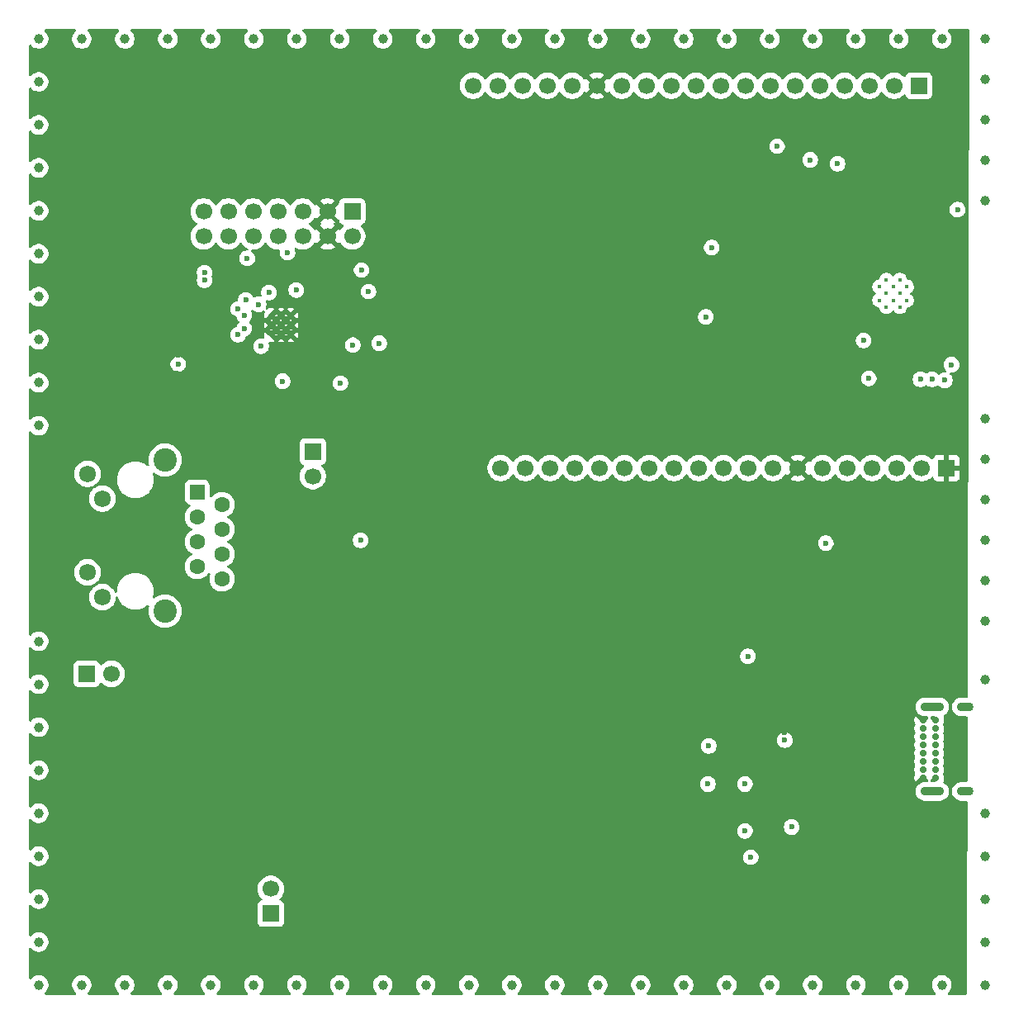
<source format=gbr>
%TF.GenerationSoftware,KiCad,Pcbnew,9.0.2*%
%TF.CreationDate,2025-10-29T13:47:10-07:00*%
%TF.ProjectId,EthernetBoardv1.1,45746865-726e-4657-9442-6f6172647631,rev?*%
%TF.SameCoordinates,Original*%
%TF.FileFunction,Copper,L2,Inr*%
%TF.FilePolarity,Positive*%
%FSLAX46Y46*%
G04 Gerber Fmt 4.6, Leading zero omitted, Abs format (unit mm)*
G04 Created by KiCad (PCBNEW 9.0.2) date 2025-10-29 13:47:10*
%MOMM*%
%LPD*%
G01*
G04 APERTURE LIST*
G04 Aperture macros list*
%AMRoundRect*
0 Rectangle with rounded corners*
0 $1 Rounding radius*
0 $2 $3 $4 $5 $6 $7 $8 $9 X,Y pos of 4 corners*
0 Add a 4 corners polygon primitive as box body*
4,1,4,$2,$3,$4,$5,$6,$7,$8,$9,$2,$3,0*
0 Add four circle primitives for the rounded corners*
1,1,$1+$1,$2,$3*
1,1,$1+$1,$4,$5*
1,1,$1+$1,$6,$7*
1,1,$1+$1,$8,$9*
0 Add four rect primitives between the rounded corners*
20,1,$1+$1,$2,$3,$4,$5,0*
20,1,$1+$1,$4,$5,$6,$7,0*
20,1,$1+$1,$6,$7,$8,$9,0*
20,1,$1+$1,$8,$9,$2,$3,0*%
G04 Aperture macros list end*
%TA.AperFunction,ComponentPad*%
%ADD10C,0.700000*%
%TD*%
%TA.AperFunction,ComponentPad*%
%ADD11O,2.400000X0.900000*%
%TD*%
%TA.AperFunction,ComponentPad*%
%ADD12O,1.700000X0.900000*%
%TD*%
%TA.AperFunction,ComponentPad*%
%ADD13C,0.450000*%
%TD*%
%TA.AperFunction,ComponentPad*%
%ADD14RoundRect,0.248000X0.552000X-0.552000X0.552000X0.552000X-0.552000X0.552000X-0.552000X-0.552000X0*%
%TD*%
%TA.AperFunction,ComponentPad*%
%ADD15C,1.600000*%
%TD*%
%TA.AperFunction,ComponentPad*%
%ADD16C,1.720000*%
%TD*%
%TA.AperFunction,ComponentPad*%
%ADD17C,2.400000*%
%TD*%
%TA.AperFunction,ComponentPad*%
%ADD18R,1.700000X1.700000*%
%TD*%
%TA.AperFunction,ComponentPad*%
%ADD19C,1.700000*%
%TD*%
%TA.AperFunction,HeatsinkPad*%
%ADD20C,0.500000*%
%TD*%
%TA.AperFunction,ViaPad*%
%ADD21C,0.600000*%
%TD*%
%TA.AperFunction,ViaPad*%
%ADD22C,1.000000*%
%TD*%
G04 APERTURE END LIST*
D10*
%TO.N,GND*%
%TO.C,J5*%
X150140000Y-118300000D03*
%TO.N,VBUS*%
X150140000Y-117450000D03*
%TO.N,unconnected-(J5-CC1-PadA5)*%
X150140000Y-116600000D03*
%TO.N,/USB_DP*%
X150140000Y-115750000D03*
%TO.N,/USB_DN*%
X150140000Y-114900000D03*
%TO.N,unconnected-(J5-SBU1-PadA8)*%
X150140000Y-114050000D03*
%TO.N,VBUS*%
X150140000Y-113200000D03*
%TO.N,GND*%
X150140000Y-112350000D03*
X151490000Y-112350000D03*
%TO.N,VBUS*%
X151490000Y-113200000D03*
%TO.N,unconnected-(J5-CC2-PadB5)*%
X151490000Y-114050000D03*
%TO.N,/USB_DP*%
X151490000Y-114900000D03*
%TO.N,/USB_DN*%
X151490000Y-115750000D03*
%TO.N,unconnected-(J5-SBU2-PadB8)*%
X151490000Y-116600000D03*
%TO.N,VBUS*%
X151490000Y-117450000D03*
%TO.N,GND*%
X151490000Y-118300000D03*
D11*
%TO.N,Earth*%
X151120000Y-119650000D03*
D12*
X154500000Y-119650000D03*
D11*
X151120000Y-111000000D03*
D12*
X154500000Y-111000000D03*
%TD*%
D13*
%TO.N,N/C*%
%TO.C,U5*%
X148500000Y-67900000D03*
X148500000Y-69300000D03*
X147800000Y-67200000D03*
X147800000Y-68600000D03*
X147800000Y-70000000D03*
X147100000Y-67900000D03*
X147100000Y-69300000D03*
X146400000Y-67200000D03*
X146400000Y-68600000D03*
X146400000Y-70000000D03*
X145700000Y-67900000D03*
X145700000Y-69300000D03*
%TD*%
D14*
%TO.N,/TD_P*%
%TO.C,J1*%
X75750000Y-88970000D03*
D15*
%TO.N,/TD_N*%
X78290000Y-90240000D03*
%TO.N,/RD_P*%
X75750000Y-91510000D03*
%TO.N,VDDA*%
X78290000Y-92780000D03*
X75750000Y-94050000D03*
%TO.N,/RD_N*%
X78290000Y-95320000D03*
%TO.N,unconnected-(J1-NC-Pad7)*%
X75750000Y-96590000D03*
%TO.N,Net-(J1-Pad8)*%
X78290000Y-97860000D03*
D16*
%TO.N,VDDA*%
X64500000Y-87090000D03*
%TO.N,Net-(J1-Pad10)*%
X66020000Y-89630000D03*
%TO.N,Net-(J1-Pad11)*%
X64500000Y-97200000D03*
%TO.N,VDDA*%
X66020000Y-99740000D03*
D17*
%TO.N,Net-(J1-Pad8)*%
X72450000Y-85670000D03*
X72450000Y-101160000D03*
%TD*%
D18*
%TO.N,VDDCR*%
%TO.C,J7*%
X87600000Y-84800000D03*
D19*
%TO.N,+3.3V*%
X87600000Y-87340000D03*
%TD*%
D18*
%TO.N,VCC*%
%TO.C,J4*%
X91640000Y-60200000D03*
D19*
X91640000Y-62740000D03*
%TO.N,GND*%
X89100000Y-60200000D03*
X89100000Y-62740000D03*
%TO.N,/MDC*%
X86560000Y-60200000D03*
%TO.N,/MDIO*%
X86560000Y-62740000D03*
%TO.N,/CRS_DV*%
X84020000Y-60200000D03*
%TO.N,/R_RX_CLK*%
X84020000Y-62740000D03*
%TO.N,/RXD1*%
X81480000Y-60200000D03*
%TO.N,/RXD0*%
X81480000Y-62740000D03*
%TO.N,/TXD0*%
X78940000Y-60200000D03*
%TO.N,/TX_EN*%
X78940000Y-62740000D03*
%TO.N,unconnected-(J4-Pin_13-Pad13)*%
X76400000Y-60200000D03*
%TO.N,/TXD1*%
X76400000Y-62740000D03*
%TD*%
D18*
%TO.N,VDDA*%
%TO.C,J9*%
X64425000Y-107600000D03*
D19*
%TO.N,+3.3V*%
X66965000Y-107600000D03*
%TD*%
D20*
%TO.N,GND*%
%TO.C,U1*%
X83350000Y-72837500D03*
X84350000Y-72837500D03*
X85350000Y-72837500D03*
X83350000Y-71837500D03*
X84350000Y-71837500D03*
X85350000Y-71837500D03*
X83350000Y-70837500D03*
X84350000Y-70837500D03*
X85350000Y-70837500D03*
%TD*%
D18*
%TO.N,GND*%
%TO.C,J3*%
X152580000Y-86500000D03*
D19*
%TO.N,/IO23*%
X150040000Y-86500000D03*
%TO.N,/IO22*%
X147500000Y-86500000D03*
%TO.N,/TXD0*%
X144960000Y-86500000D03*
%TO.N,/RXD0*%
X142420000Y-86500000D03*
%TO.N,/IO21*%
X139880000Y-86500000D03*
%TO.N,GND*%
X137340000Y-86500000D03*
%TO.N,/IO19*%
X134800000Y-86500000D03*
%TO.N,/IO18*%
X132260000Y-86500000D03*
%TO.N,/IO5*%
X129720000Y-86500000D03*
%TO.N,/IO17*%
X127180000Y-86500000D03*
%TO.N,/IO16*%
X124640000Y-86500000D03*
%TO.N,/IO4*%
X122100000Y-86500000D03*
%TO.N,/IO0*%
X119560000Y-86500000D03*
%TO.N,/IO2*%
X117020000Y-86500000D03*
%TO.N,/IO15*%
X114480000Y-86500000D03*
%TO.N,/SD1*%
X111940000Y-86500000D03*
%TO.N,/SD0*%
X109400000Y-86500000D03*
%TO.N,/CLK*%
X106860000Y-86500000D03*
%TD*%
D18*
%TO.N,+3.3V*%
%TO.C,J2*%
X149740000Y-47300000D03*
D19*
%TO.N,/EN*%
X147200000Y-47300000D03*
%TO.N,/SENSOR_VP*%
X144660000Y-47300000D03*
%TO.N,/SENSOR_VN*%
X142120000Y-47300000D03*
%TO.N,/IO34*%
X139580000Y-47300000D03*
%TO.N,/IO35*%
X137040000Y-47300000D03*
%TO.N,/IO32*%
X134500000Y-47300000D03*
%TO.N,/IO33*%
X131960000Y-47300000D03*
%TO.N,/IO25*%
X129420000Y-47300000D03*
%TO.N,/IO26*%
X126880000Y-47300000D03*
%TO.N,/IO27*%
X124340000Y-47300000D03*
%TO.N,/IO14*%
X121800000Y-47300000D03*
%TO.N,/IO12*%
X119260000Y-47300000D03*
%TO.N,GND*%
X116720000Y-47300000D03*
%TO.N,/IO13*%
X114180000Y-47300000D03*
%TO.N,/SD2*%
X111640000Y-47300000D03*
%TO.N,/SD3*%
X109100000Y-47300000D03*
%TO.N,/CMD*%
X106560000Y-47300000D03*
%TO.N,/EXT_5V*%
X104020000Y-47300000D03*
%TD*%
D18*
%TO.N,VCC*%
%TO.C,J6*%
X83300000Y-132175000D03*
D19*
%TO.N,+3.3V*%
X83300000Y-129635000D03*
%TD*%
D21*
%TO.N,GND*%
X136000000Y-113599997D03*
X66800000Y-79500000D03*
X132700000Y-115400000D03*
X95900000Y-128700000D03*
X86900000Y-74300000D03*
X147200000Y-107700000D03*
X147200000Y-122700000D03*
X123250000Y-75250000D03*
X80300000Y-66900000D03*
X153500000Y-63000000D03*
X87900000Y-132500000D03*
X123200000Y-71100000D03*
X121500000Y-130000000D03*
X136400000Y-116500000D03*
X153300000Y-112500000D03*
X138500000Y-106000000D03*
X153300000Y-118000000D03*
X91400000Y-72700000D03*
X89250000Y-65750000D03*
X152200000Y-60000000D03*
X130800000Y-107000000D03*
X73800000Y-74900000D03*
X153100000Y-81700000D03*
X147200000Y-132100000D03*
X128800000Y-72400000D03*
X73679896Y-76750000D03*
X73800000Y-73100000D03*
X137100000Y-62900000D03*
X73400000Y-71100000D03*
X93100000Y-125400000D03*
X125600000Y-130000000D03*
%TO.N,/TD_N*%
X80568198Y-70818198D03*
%TO.N,/TD_P*%
X79931802Y-70181802D03*
%TO.N,VDDA*%
X73808257Y-75849217D03*
%TO.N,/RD_P*%
X79931802Y-72818198D03*
%TO.N,/RD_N*%
X80568198Y-72181802D03*
%TO.N,/EN*%
X132500000Y-126400000D03*
%TO.N,/RTS*%
X131900000Y-118900000D03*
X131900000Y-123700000D03*
%TO.N,/IO0*%
X136700000Y-123300000D03*
X127900000Y-71000000D03*
X128500000Y-63900000D03*
%TO.N,/RXD0*%
X140200000Y-94200000D03*
X90425000Y-77800000D03*
X141400000Y-55300000D03*
%TO.N,/TXD1*%
X82033817Y-69716183D03*
%TO.N,/TXD0*%
X92500000Y-93900000D03*
%TO.N,VCC*%
X80880000Y-65000000D03*
X92600000Y-66200000D03*
X76500000Y-66449997D03*
X85906473Y-68244455D03*
X94400000Y-73700000D03*
%TO.N,Net-(U1-VDD1A)*%
X82300000Y-74000000D03*
X76500000Y-67250000D03*
X80734552Y-69265448D03*
%TO.N,+3.3V*%
X132200000Y-105800000D03*
X153700000Y-60000000D03*
X136000000Y-114400000D03*
%TO.N,/TX_EN*%
X83100000Y-68500000D03*
%TO.N,/IO22*%
X152400000Y-77500000D03*
X153100000Y-75900000D03*
%TO.N,/IO18*%
X144600000Y-77300000D03*
X144075000Y-73425000D03*
%TO.N,/CLK50*%
X85000000Y-64400000D03*
X84506297Y-77593703D03*
%TO.N,/RXD1*%
X91701000Y-73900000D03*
X138600000Y-54900000D03*
%TO.N,/CRS_DV*%
X135200000Y-53500000D03*
X93300000Y-68400000D03*
%TO.N,/TXDUSB*%
X151090000Y-77410000D03*
X128100000Y-118900000D03*
%TO.N,/RXDUSB*%
X149900000Y-77400000D03*
X128200000Y-115000000D03*
D22*
%TO.N,Earth*%
X156500000Y-98001432D03*
X59500075Y-73333992D03*
X59500000Y-135100000D03*
X147681818Y-42500000D03*
X156500000Y-135100000D03*
X59500264Y-117480679D03*
X90363636Y-42500000D03*
X156501678Y-46649106D03*
X94772727Y-139505011D03*
X59500075Y-68928981D03*
X156500000Y-121900000D03*
X59500000Y-51310022D03*
X143272727Y-139505011D03*
X147681818Y-139505011D03*
X99181818Y-139505011D03*
X59500339Y-60119682D03*
X156500000Y-130700000D03*
X59500000Y-130694989D03*
X121227273Y-42500000D03*
X156500000Y-108200000D03*
X59499925Y-113076030D03*
X156500000Y-139505011D03*
X156500000Y-126300000D03*
X94772727Y-42500000D03*
X116818182Y-139505011D03*
X138863636Y-42500000D03*
X108000000Y-42500000D03*
X112409091Y-42500000D03*
X156501678Y-54949822D03*
X130045455Y-42500000D03*
X134454545Y-139505011D03*
X68318182Y-42500000D03*
X134454545Y-42500000D03*
X138863636Y-139505011D03*
X156500000Y-102151790D03*
X156500000Y-93851074D03*
X143272727Y-42500000D03*
X85954545Y-42500000D03*
X59500000Y-46905011D03*
X108000000Y-139505011D03*
X59500000Y-139505011D03*
X81545455Y-42500000D03*
X90363636Y-139505011D03*
X156500000Y-85550358D03*
X68318182Y-139505011D03*
X59499661Y-126290340D03*
X152090909Y-42500000D03*
X103590909Y-42500000D03*
X59499736Y-64524332D03*
X77136364Y-139505011D03*
X103590909Y-139505011D03*
X116818182Y-42500000D03*
X125636364Y-42500000D03*
X152090909Y-139505011D03*
X156501678Y-50799464D03*
X72727273Y-42500000D03*
X59500000Y-42500000D03*
X59499661Y-121885329D03*
X156500000Y-81400000D03*
X72727273Y-139505011D03*
X59499925Y-104266008D03*
X125636364Y-139505011D03*
X121227273Y-139505011D03*
X85954545Y-139505011D03*
X112409091Y-139505011D03*
X59500075Y-77739003D03*
X63909091Y-42500000D03*
X59499925Y-108671019D03*
X156500000Y-89700716D03*
X59499944Y-82144002D03*
X156500000Y-42500000D03*
X130045455Y-139505011D03*
X156501678Y-59100180D03*
X81545455Y-139505011D03*
X63909091Y-139505011D03*
X77136364Y-42500000D03*
X59500339Y-55714671D03*
X99181818Y-42500000D03*
%TD*%
%TA.AperFunction,Conductor*%
%TO.N,GND*%
G36*
X151290000Y-118277380D02*
G01*
X151290000Y-118339782D01*
X151320448Y-118413291D01*
X151376709Y-118469552D01*
X151450218Y-118500000D01*
X151529782Y-118500000D01*
X151603291Y-118469552D01*
X151611822Y-118461020D01*
X151607597Y-118520111D01*
X151579096Y-118564458D01*
X151480373Y-118663181D01*
X151419050Y-118696666D01*
X151392692Y-118699500D01*
X151036309Y-118699500D01*
X150969270Y-118679815D01*
X150923515Y-118627011D01*
X150913571Y-118557853D01*
X150942596Y-118494297D01*
X150948628Y-118487819D01*
X151133923Y-118302523D01*
X151195246Y-118269038D01*
X151245794Y-118268587D01*
X151290000Y-118277380D01*
G37*
%TD.AperFunction*%
%TA.AperFunction,Conductor*%
G36*
X151459731Y-111970185D02*
G01*
X151480373Y-111986819D01*
X151579096Y-112085542D01*
X151583434Y-112093487D01*
X151590682Y-112098913D01*
X151599916Y-112123672D01*
X151612581Y-112146865D01*
X151611935Y-112155894D01*
X151615099Y-112164377D01*
X151610117Y-112187274D01*
X151603291Y-112180448D01*
X151529782Y-112150000D01*
X151450218Y-112150000D01*
X151376709Y-112180448D01*
X151320448Y-112236709D01*
X151290000Y-112310218D01*
X151290000Y-112372618D01*
X151245794Y-112381412D01*
X151176202Y-112375185D01*
X151133922Y-112347476D01*
X150948628Y-112162181D01*
X150915143Y-112100858D01*
X150920127Y-112031166D01*
X150961999Y-111975233D01*
X151027463Y-111950816D01*
X151036309Y-111950500D01*
X151392692Y-111950500D01*
X151459731Y-111970185D01*
G37*
%TD.AperFunction*%
%TA.AperFunction,Conductor*%
G36*
X88634075Y-60392993D02*
G01*
X88699901Y-60507007D01*
X88792993Y-60600099D01*
X88907007Y-60665925D01*
X88970591Y-60682962D01*
X88369971Y-61283581D01*
X88448711Y-61400895D01*
X88449920Y-61404729D01*
X88452844Y-61407491D01*
X88460343Y-61437778D01*
X88469727Y-61467529D01*
X88468671Y-61471408D01*
X88469638Y-61475312D01*
X88459573Y-61504844D01*
X88451383Y-61534947D01*
X88448397Y-61537640D01*
X88447100Y-61541447D01*
X88402051Y-61580483D01*
X88392440Y-61585380D01*
X88338282Y-61624727D01*
X88338282Y-61624728D01*
X88970591Y-62257037D01*
X88907007Y-62274075D01*
X88792993Y-62339901D01*
X88699901Y-62432993D01*
X88634075Y-62547007D01*
X88617037Y-62610591D01*
X87984728Y-61978282D01*
X87984727Y-61978282D01*
X87945380Y-62032440D01*
X87945376Y-62032446D01*
X87940760Y-62041505D01*
X87892781Y-62092297D01*
X87824959Y-62109087D01*
X87758826Y-62086543D01*
X87719794Y-62041493D01*
X87715051Y-62032184D01*
X87715049Y-62032181D01*
X87715048Y-62032179D01*
X87590109Y-61860213D01*
X87439786Y-61709890D01*
X87267820Y-61584951D01*
X87267115Y-61584591D01*
X87259054Y-61580485D01*
X87208259Y-61532512D01*
X87191463Y-61464692D01*
X87213999Y-61398556D01*
X87259054Y-61359515D01*
X87267816Y-61355051D01*
X87354138Y-61292335D01*
X87439786Y-61230109D01*
X87439788Y-61230106D01*
X87439792Y-61230104D01*
X87590104Y-61079792D01*
X87590106Y-61079788D01*
X87590109Y-61079786D01*
X87657515Y-60987007D01*
X87715051Y-60907816D01*
X87719793Y-60898508D01*
X87767763Y-60847711D01*
X87835583Y-60830911D01*
X87901719Y-60853445D01*
X87940763Y-60898500D01*
X87945373Y-60907547D01*
X87984728Y-60961716D01*
X88617037Y-60329408D01*
X88634075Y-60392993D01*
G37*
%TD.AperFunction*%
%TA.AperFunction,Conductor*%
G36*
X90253181Y-60999628D02*
G01*
X90286666Y-61060951D01*
X90289500Y-61087300D01*
X90289500Y-61097865D01*
X90289501Y-61097876D01*
X90295908Y-61157483D01*
X90346202Y-61292328D01*
X90346206Y-61292335D01*
X90432452Y-61407544D01*
X90432455Y-61407547D01*
X90547664Y-61493793D01*
X90547671Y-61493797D01*
X90679082Y-61542810D01*
X90735016Y-61584681D01*
X90759433Y-61650145D01*
X90744582Y-61718418D01*
X90723431Y-61746673D01*
X90609889Y-61860215D01*
X90484949Y-62032182D01*
X90480202Y-62041499D01*
X90432227Y-62092293D01*
X90364405Y-62109087D01*
X90298271Y-62086548D01*
X90259234Y-62041495D01*
X90254626Y-62032452D01*
X90215270Y-61978282D01*
X90215269Y-61978282D01*
X89582962Y-62610590D01*
X89565925Y-62547007D01*
X89500099Y-62432993D01*
X89407007Y-62339901D01*
X89292993Y-62274075D01*
X89229409Y-62257037D01*
X89861716Y-61624728D01*
X89807550Y-61585375D01*
X89797954Y-61580486D01*
X89747157Y-61532512D01*
X89730361Y-61464692D01*
X89752897Y-61398556D01*
X89797954Y-61359514D01*
X89807554Y-61354622D01*
X89861716Y-61315270D01*
X89861717Y-61315270D01*
X89229408Y-60682962D01*
X89292993Y-60665925D01*
X89407007Y-60600099D01*
X89500099Y-60507007D01*
X89565925Y-60392993D01*
X89582962Y-60329408D01*
X90253181Y-60999628D01*
G37*
%TD.AperFunction*%
%TA.AperFunction,Conductor*%
G36*
X63262738Y-41520185D02*
G01*
X63308493Y-41572989D01*
X63318437Y-41642147D01*
X63289412Y-41705703D01*
X63274366Y-41720352D01*
X63271303Y-41722865D01*
X63131954Y-41862214D01*
X63131951Y-41862218D01*
X63022462Y-42026079D01*
X63022455Y-42026092D01*
X62947041Y-42208160D01*
X62947038Y-42208170D01*
X62908591Y-42401456D01*
X62908591Y-42401459D01*
X62908591Y-42598541D01*
X62908591Y-42598543D01*
X62908590Y-42598543D01*
X62947038Y-42791829D01*
X62947041Y-42791839D01*
X63022455Y-42973907D01*
X63022462Y-42973920D01*
X63131951Y-43137781D01*
X63131954Y-43137785D01*
X63271305Y-43277136D01*
X63271309Y-43277139D01*
X63435170Y-43386628D01*
X63435183Y-43386635D01*
X63617251Y-43462049D01*
X63617256Y-43462051D01*
X63617260Y-43462051D01*
X63617261Y-43462052D01*
X63810547Y-43500500D01*
X63810550Y-43500500D01*
X64007634Y-43500500D01*
X64137673Y-43474632D01*
X64200926Y-43462051D01*
X64383005Y-43386632D01*
X64546873Y-43277139D01*
X64686230Y-43137782D01*
X64795723Y-42973914D01*
X64871142Y-42791835D01*
X64909591Y-42598541D01*
X64909591Y-42401459D01*
X64909591Y-42401456D01*
X64871143Y-42208170D01*
X64871142Y-42208169D01*
X64871142Y-42208165D01*
X64871140Y-42208160D01*
X64795726Y-42026092D01*
X64795719Y-42026079D01*
X64686230Y-41862218D01*
X64686227Y-41862214D01*
X64546878Y-41722865D01*
X64543816Y-41720352D01*
X64542643Y-41718630D01*
X64542566Y-41718553D01*
X64542580Y-41718538D01*
X64504483Y-41662605D01*
X64502614Y-41592761D01*
X64538802Y-41532993D01*
X64601559Y-41502278D01*
X64622483Y-41500500D01*
X67604790Y-41500500D01*
X67671829Y-41520185D01*
X67717584Y-41572989D01*
X67727528Y-41642147D01*
X67698503Y-41705703D01*
X67683457Y-41720352D01*
X67680394Y-41722865D01*
X67541045Y-41862214D01*
X67541042Y-41862218D01*
X67431553Y-42026079D01*
X67431546Y-42026092D01*
X67356132Y-42208160D01*
X67356129Y-42208170D01*
X67317682Y-42401456D01*
X67317682Y-42401459D01*
X67317682Y-42598541D01*
X67317682Y-42598543D01*
X67317681Y-42598543D01*
X67356129Y-42791829D01*
X67356132Y-42791839D01*
X67431546Y-42973907D01*
X67431553Y-42973920D01*
X67541042Y-43137781D01*
X67541045Y-43137785D01*
X67680396Y-43277136D01*
X67680400Y-43277139D01*
X67844261Y-43386628D01*
X67844274Y-43386635D01*
X68026342Y-43462049D01*
X68026347Y-43462051D01*
X68026351Y-43462051D01*
X68026352Y-43462052D01*
X68219638Y-43500500D01*
X68219641Y-43500500D01*
X68416725Y-43500500D01*
X68546764Y-43474632D01*
X68610017Y-43462051D01*
X68792096Y-43386632D01*
X68955964Y-43277139D01*
X69095321Y-43137782D01*
X69204814Y-42973914D01*
X69280233Y-42791835D01*
X69318682Y-42598541D01*
X69318682Y-42401459D01*
X69318682Y-42401456D01*
X69280234Y-42208170D01*
X69280233Y-42208169D01*
X69280233Y-42208165D01*
X69280231Y-42208160D01*
X69204817Y-42026092D01*
X69204810Y-42026079D01*
X69095321Y-41862218D01*
X69095318Y-41862214D01*
X68955969Y-41722865D01*
X68952907Y-41720352D01*
X68951734Y-41718630D01*
X68951657Y-41718553D01*
X68951671Y-41718538D01*
X68913574Y-41662605D01*
X68911705Y-41592761D01*
X68947893Y-41532993D01*
X69010650Y-41502278D01*
X69031574Y-41500500D01*
X72013881Y-41500500D01*
X72080920Y-41520185D01*
X72126675Y-41572989D01*
X72136619Y-41642147D01*
X72107594Y-41705703D01*
X72092548Y-41720352D01*
X72089485Y-41722865D01*
X71950136Y-41862214D01*
X71950133Y-41862218D01*
X71840644Y-42026079D01*
X71840637Y-42026092D01*
X71765223Y-42208160D01*
X71765220Y-42208170D01*
X71726773Y-42401456D01*
X71726773Y-42401459D01*
X71726773Y-42598541D01*
X71726773Y-42598543D01*
X71726772Y-42598543D01*
X71765220Y-42791829D01*
X71765223Y-42791839D01*
X71840637Y-42973907D01*
X71840644Y-42973920D01*
X71950133Y-43137781D01*
X71950136Y-43137785D01*
X72089487Y-43277136D01*
X72089491Y-43277139D01*
X72253352Y-43386628D01*
X72253365Y-43386635D01*
X72435433Y-43462049D01*
X72435438Y-43462051D01*
X72435442Y-43462051D01*
X72435443Y-43462052D01*
X72628729Y-43500500D01*
X72628732Y-43500500D01*
X72825816Y-43500500D01*
X72955855Y-43474632D01*
X73019108Y-43462051D01*
X73201187Y-43386632D01*
X73365055Y-43277139D01*
X73504412Y-43137782D01*
X73613905Y-42973914D01*
X73689324Y-42791835D01*
X73727773Y-42598541D01*
X73727773Y-42401459D01*
X73727773Y-42401456D01*
X73689325Y-42208170D01*
X73689324Y-42208169D01*
X73689324Y-42208165D01*
X73689322Y-42208160D01*
X73613908Y-42026092D01*
X73613901Y-42026079D01*
X73504412Y-41862218D01*
X73504409Y-41862214D01*
X73365060Y-41722865D01*
X73361998Y-41720352D01*
X73360825Y-41718630D01*
X73360748Y-41718553D01*
X73360762Y-41718538D01*
X73322665Y-41662605D01*
X73320796Y-41592761D01*
X73356984Y-41532993D01*
X73419741Y-41502278D01*
X73440665Y-41500500D01*
X76422972Y-41500500D01*
X76490011Y-41520185D01*
X76535766Y-41572989D01*
X76545710Y-41642147D01*
X76516685Y-41705703D01*
X76501639Y-41720352D01*
X76498576Y-41722865D01*
X76359227Y-41862214D01*
X76359224Y-41862218D01*
X76249735Y-42026079D01*
X76249728Y-42026092D01*
X76174314Y-42208160D01*
X76174311Y-42208170D01*
X76135864Y-42401456D01*
X76135864Y-42401459D01*
X76135864Y-42598541D01*
X76135864Y-42598543D01*
X76135863Y-42598543D01*
X76174311Y-42791829D01*
X76174314Y-42791839D01*
X76249728Y-42973907D01*
X76249735Y-42973920D01*
X76359224Y-43137781D01*
X76359227Y-43137785D01*
X76498578Y-43277136D01*
X76498582Y-43277139D01*
X76662443Y-43386628D01*
X76662456Y-43386635D01*
X76844524Y-43462049D01*
X76844529Y-43462051D01*
X76844533Y-43462051D01*
X76844534Y-43462052D01*
X77037820Y-43500500D01*
X77037823Y-43500500D01*
X77234907Y-43500500D01*
X77364946Y-43474632D01*
X77428199Y-43462051D01*
X77610278Y-43386632D01*
X77774146Y-43277139D01*
X77913503Y-43137782D01*
X78022996Y-42973914D01*
X78098415Y-42791835D01*
X78136864Y-42598541D01*
X78136864Y-42401459D01*
X78136864Y-42401456D01*
X78098416Y-42208170D01*
X78098415Y-42208169D01*
X78098415Y-42208165D01*
X78098413Y-42208160D01*
X78022999Y-42026092D01*
X78022992Y-42026079D01*
X77913503Y-41862218D01*
X77913500Y-41862214D01*
X77774151Y-41722865D01*
X77771089Y-41720352D01*
X77769916Y-41718630D01*
X77769839Y-41718553D01*
X77769853Y-41718538D01*
X77731756Y-41662605D01*
X77729887Y-41592761D01*
X77766075Y-41532993D01*
X77828832Y-41502278D01*
X77849756Y-41500500D01*
X80832063Y-41500500D01*
X80899102Y-41520185D01*
X80944857Y-41572989D01*
X80954801Y-41642147D01*
X80925776Y-41705703D01*
X80910730Y-41720352D01*
X80907667Y-41722865D01*
X80768318Y-41862214D01*
X80768315Y-41862218D01*
X80658826Y-42026079D01*
X80658819Y-42026092D01*
X80583405Y-42208160D01*
X80583402Y-42208170D01*
X80544955Y-42401456D01*
X80544955Y-42401459D01*
X80544955Y-42598541D01*
X80544955Y-42598543D01*
X80544954Y-42598543D01*
X80583402Y-42791829D01*
X80583405Y-42791839D01*
X80658819Y-42973907D01*
X80658826Y-42973920D01*
X80768315Y-43137781D01*
X80768318Y-43137785D01*
X80907669Y-43277136D01*
X80907673Y-43277139D01*
X81071534Y-43386628D01*
X81071547Y-43386635D01*
X81253615Y-43462049D01*
X81253620Y-43462051D01*
X81253624Y-43462051D01*
X81253625Y-43462052D01*
X81446911Y-43500500D01*
X81446914Y-43500500D01*
X81643998Y-43500500D01*
X81774037Y-43474632D01*
X81837290Y-43462051D01*
X82019369Y-43386632D01*
X82183237Y-43277139D01*
X82322594Y-43137782D01*
X82432087Y-42973914D01*
X82507506Y-42791835D01*
X82545955Y-42598541D01*
X82545955Y-42401459D01*
X82545955Y-42401456D01*
X82507507Y-42208170D01*
X82507506Y-42208169D01*
X82507506Y-42208165D01*
X82507504Y-42208160D01*
X82432090Y-42026092D01*
X82432083Y-42026079D01*
X82322594Y-41862218D01*
X82322591Y-41862214D01*
X82183242Y-41722865D01*
X82180180Y-41720352D01*
X82179007Y-41718630D01*
X82178930Y-41718553D01*
X82178944Y-41718538D01*
X82140847Y-41662605D01*
X82138978Y-41592761D01*
X82175166Y-41532993D01*
X82237923Y-41502278D01*
X82258847Y-41500500D01*
X85241153Y-41500500D01*
X85308192Y-41520185D01*
X85353947Y-41572989D01*
X85363891Y-41642147D01*
X85334866Y-41705703D01*
X85319820Y-41720352D01*
X85316757Y-41722865D01*
X85177408Y-41862214D01*
X85177405Y-41862218D01*
X85067916Y-42026079D01*
X85067909Y-42026092D01*
X84992495Y-42208160D01*
X84992492Y-42208170D01*
X84954045Y-42401456D01*
X84954045Y-42401459D01*
X84954045Y-42598541D01*
X84954045Y-42598543D01*
X84954044Y-42598543D01*
X84992492Y-42791829D01*
X84992495Y-42791839D01*
X85067909Y-42973907D01*
X85067916Y-42973920D01*
X85177405Y-43137781D01*
X85177408Y-43137785D01*
X85316759Y-43277136D01*
X85316763Y-43277139D01*
X85480624Y-43386628D01*
X85480637Y-43386635D01*
X85662705Y-43462049D01*
X85662710Y-43462051D01*
X85662714Y-43462051D01*
X85662715Y-43462052D01*
X85856001Y-43500500D01*
X85856004Y-43500500D01*
X86053088Y-43500500D01*
X86183127Y-43474632D01*
X86246380Y-43462051D01*
X86428459Y-43386632D01*
X86592327Y-43277139D01*
X86731684Y-43137782D01*
X86841177Y-42973914D01*
X86916596Y-42791835D01*
X86955045Y-42598541D01*
X86955045Y-42401459D01*
X86955045Y-42401456D01*
X86916597Y-42208170D01*
X86916596Y-42208169D01*
X86916596Y-42208165D01*
X86916594Y-42208160D01*
X86841180Y-42026092D01*
X86841173Y-42026079D01*
X86731684Y-41862218D01*
X86731681Y-41862214D01*
X86592332Y-41722865D01*
X86589270Y-41720352D01*
X86588097Y-41718630D01*
X86588020Y-41718553D01*
X86588034Y-41718538D01*
X86549937Y-41662605D01*
X86548068Y-41592761D01*
X86584256Y-41532993D01*
X86647013Y-41502278D01*
X86667937Y-41500500D01*
X89650244Y-41500500D01*
X89717283Y-41520185D01*
X89763038Y-41572989D01*
X89772982Y-41642147D01*
X89743957Y-41705703D01*
X89728911Y-41720352D01*
X89725848Y-41722865D01*
X89586499Y-41862214D01*
X89586496Y-41862218D01*
X89477007Y-42026079D01*
X89477000Y-42026092D01*
X89401586Y-42208160D01*
X89401583Y-42208170D01*
X89363136Y-42401456D01*
X89363136Y-42401459D01*
X89363136Y-42598541D01*
X89363136Y-42598543D01*
X89363135Y-42598543D01*
X89401583Y-42791829D01*
X89401586Y-42791839D01*
X89477000Y-42973907D01*
X89477007Y-42973920D01*
X89586496Y-43137781D01*
X89586499Y-43137785D01*
X89725850Y-43277136D01*
X89725854Y-43277139D01*
X89889715Y-43386628D01*
X89889728Y-43386635D01*
X90071796Y-43462049D01*
X90071801Y-43462051D01*
X90071805Y-43462051D01*
X90071806Y-43462052D01*
X90265092Y-43500500D01*
X90265095Y-43500500D01*
X90462179Y-43500500D01*
X90592218Y-43474632D01*
X90655471Y-43462051D01*
X90837550Y-43386632D01*
X91001418Y-43277139D01*
X91140775Y-43137782D01*
X91250268Y-42973914D01*
X91325687Y-42791835D01*
X91364136Y-42598541D01*
X91364136Y-42401459D01*
X91364136Y-42401456D01*
X91325688Y-42208170D01*
X91325687Y-42208169D01*
X91325687Y-42208165D01*
X91325685Y-42208160D01*
X91250271Y-42026092D01*
X91250264Y-42026079D01*
X91140775Y-41862218D01*
X91140772Y-41862214D01*
X91001423Y-41722865D01*
X90998361Y-41720352D01*
X90997188Y-41718630D01*
X90997111Y-41718553D01*
X90997125Y-41718538D01*
X90959028Y-41662605D01*
X90957159Y-41592761D01*
X90993347Y-41532993D01*
X91056104Y-41502278D01*
X91077028Y-41500500D01*
X94059335Y-41500500D01*
X94126374Y-41520185D01*
X94172129Y-41572989D01*
X94182073Y-41642147D01*
X94153048Y-41705703D01*
X94138002Y-41720352D01*
X94134939Y-41722865D01*
X93995590Y-41862214D01*
X93995587Y-41862218D01*
X93886098Y-42026079D01*
X93886091Y-42026092D01*
X93810677Y-42208160D01*
X93810674Y-42208170D01*
X93772227Y-42401456D01*
X93772227Y-42401459D01*
X93772227Y-42598541D01*
X93772227Y-42598543D01*
X93772226Y-42598543D01*
X93810674Y-42791829D01*
X93810677Y-42791839D01*
X93886091Y-42973907D01*
X93886098Y-42973920D01*
X93995587Y-43137781D01*
X93995590Y-43137785D01*
X94134941Y-43277136D01*
X94134945Y-43277139D01*
X94298806Y-43386628D01*
X94298819Y-43386635D01*
X94480887Y-43462049D01*
X94480892Y-43462051D01*
X94480896Y-43462051D01*
X94480897Y-43462052D01*
X94674183Y-43500500D01*
X94674186Y-43500500D01*
X94871270Y-43500500D01*
X95001309Y-43474632D01*
X95064562Y-43462051D01*
X95246641Y-43386632D01*
X95410509Y-43277139D01*
X95549866Y-43137782D01*
X95659359Y-42973914D01*
X95734778Y-42791835D01*
X95773227Y-42598541D01*
X95773227Y-42401459D01*
X95773227Y-42401456D01*
X95734779Y-42208170D01*
X95734778Y-42208169D01*
X95734778Y-42208165D01*
X95734776Y-42208160D01*
X95659362Y-42026092D01*
X95659355Y-42026079D01*
X95549866Y-41862218D01*
X95549863Y-41862214D01*
X95410514Y-41722865D01*
X95407452Y-41720352D01*
X95406279Y-41718630D01*
X95406202Y-41718553D01*
X95406216Y-41718538D01*
X95368119Y-41662605D01*
X95366250Y-41592761D01*
X95402438Y-41532993D01*
X95465195Y-41502278D01*
X95486119Y-41500500D01*
X98468426Y-41500500D01*
X98535465Y-41520185D01*
X98581220Y-41572989D01*
X98591164Y-41642147D01*
X98562139Y-41705703D01*
X98547093Y-41720352D01*
X98544030Y-41722865D01*
X98404681Y-41862214D01*
X98404678Y-41862218D01*
X98295189Y-42026079D01*
X98295182Y-42026092D01*
X98219768Y-42208160D01*
X98219765Y-42208170D01*
X98181318Y-42401456D01*
X98181318Y-42401459D01*
X98181318Y-42598541D01*
X98181318Y-42598543D01*
X98181317Y-42598543D01*
X98219765Y-42791829D01*
X98219768Y-42791839D01*
X98295182Y-42973907D01*
X98295189Y-42973920D01*
X98404678Y-43137781D01*
X98404681Y-43137785D01*
X98544032Y-43277136D01*
X98544036Y-43277139D01*
X98707897Y-43386628D01*
X98707910Y-43386635D01*
X98889978Y-43462049D01*
X98889983Y-43462051D01*
X98889987Y-43462051D01*
X98889988Y-43462052D01*
X99083274Y-43500500D01*
X99083277Y-43500500D01*
X99280361Y-43500500D01*
X99410400Y-43474632D01*
X99473653Y-43462051D01*
X99655732Y-43386632D01*
X99819600Y-43277139D01*
X99958957Y-43137782D01*
X100068450Y-42973914D01*
X100143869Y-42791835D01*
X100182318Y-42598541D01*
X100182318Y-42401459D01*
X100182318Y-42401456D01*
X100143870Y-42208170D01*
X100143869Y-42208169D01*
X100143869Y-42208165D01*
X100143867Y-42208160D01*
X100068453Y-42026092D01*
X100068446Y-42026079D01*
X99958957Y-41862218D01*
X99958954Y-41862214D01*
X99819605Y-41722865D01*
X99816543Y-41720352D01*
X99815370Y-41718630D01*
X99815293Y-41718553D01*
X99815307Y-41718538D01*
X99777210Y-41662605D01*
X99775341Y-41592761D01*
X99811529Y-41532993D01*
X99874286Y-41502278D01*
X99895210Y-41500500D01*
X102877517Y-41500500D01*
X102944556Y-41520185D01*
X102990311Y-41572989D01*
X103000255Y-41642147D01*
X102971230Y-41705703D01*
X102956184Y-41720352D01*
X102953121Y-41722865D01*
X102813772Y-41862214D01*
X102813769Y-41862218D01*
X102704280Y-42026079D01*
X102704273Y-42026092D01*
X102628859Y-42208160D01*
X102628856Y-42208170D01*
X102590409Y-42401456D01*
X102590409Y-42401459D01*
X102590409Y-42598541D01*
X102590409Y-42598543D01*
X102590408Y-42598543D01*
X102628856Y-42791829D01*
X102628859Y-42791839D01*
X102704273Y-42973907D01*
X102704280Y-42973920D01*
X102813769Y-43137781D01*
X102813772Y-43137785D01*
X102953123Y-43277136D01*
X102953127Y-43277139D01*
X103116988Y-43386628D01*
X103117001Y-43386635D01*
X103299069Y-43462049D01*
X103299074Y-43462051D01*
X103299078Y-43462051D01*
X103299079Y-43462052D01*
X103492365Y-43500500D01*
X103492368Y-43500500D01*
X103689452Y-43500500D01*
X103819491Y-43474632D01*
X103882744Y-43462051D01*
X104064823Y-43386632D01*
X104228691Y-43277139D01*
X104368048Y-43137782D01*
X104477541Y-42973914D01*
X104552960Y-42791835D01*
X104591409Y-42598541D01*
X104591409Y-42401459D01*
X104591409Y-42401456D01*
X104552961Y-42208170D01*
X104552960Y-42208169D01*
X104552960Y-42208165D01*
X104552958Y-42208160D01*
X104477544Y-42026092D01*
X104477537Y-42026079D01*
X104368048Y-41862218D01*
X104368045Y-41862214D01*
X104228696Y-41722865D01*
X104225634Y-41720352D01*
X104224461Y-41718630D01*
X104224384Y-41718553D01*
X104224398Y-41718538D01*
X104186301Y-41662605D01*
X104184432Y-41592761D01*
X104220620Y-41532993D01*
X104283377Y-41502278D01*
X104304301Y-41500500D01*
X107286608Y-41500500D01*
X107353647Y-41520185D01*
X107399402Y-41572989D01*
X107409346Y-41642147D01*
X107380321Y-41705703D01*
X107365275Y-41720352D01*
X107362212Y-41722865D01*
X107222863Y-41862214D01*
X107222860Y-41862218D01*
X107113371Y-42026079D01*
X107113364Y-42026092D01*
X107037950Y-42208160D01*
X107037947Y-42208170D01*
X106999500Y-42401456D01*
X106999500Y-42401459D01*
X106999500Y-42598541D01*
X106999500Y-42598543D01*
X106999499Y-42598543D01*
X107037947Y-42791829D01*
X107037950Y-42791839D01*
X107113364Y-42973907D01*
X107113371Y-42973920D01*
X107222860Y-43137781D01*
X107222863Y-43137785D01*
X107362214Y-43277136D01*
X107362218Y-43277139D01*
X107526079Y-43386628D01*
X107526092Y-43386635D01*
X107708160Y-43462049D01*
X107708165Y-43462051D01*
X107708169Y-43462051D01*
X107708170Y-43462052D01*
X107901456Y-43500500D01*
X107901459Y-43500500D01*
X108098543Y-43500500D01*
X108228582Y-43474632D01*
X108291835Y-43462051D01*
X108473914Y-43386632D01*
X108637782Y-43277139D01*
X108777139Y-43137782D01*
X108886632Y-42973914D01*
X108962051Y-42791835D01*
X109000500Y-42598541D01*
X109000500Y-42401459D01*
X109000500Y-42401456D01*
X108962052Y-42208170D01*
X108962051Y-42208169D01*
X108962051Y-42208165D01*
X108962049Y-42208160D01*
X108886635Y-42026092D01*
X108886628Y-42026079D01*
X108777139Y-41862218D01*
X108777136Y-41862214D01*
X108637787Y-41722865D01*
X108634725Y-41720352D01*
X108633552Y-41718630D01*
X108633475Y-41718553D01*
X108633489Y-41718538D01*
X108595392Y-41662605D01*
X108593523Y-41592761D01*
X108629711Y-41532993D01*
X108692468Y-41502278D01*
X108713392Y-41500500D01*
X111695699Y-41500500D01*
X111762738Y-41520185D01*
X111808493Y-41572989D01*
X111818437Y-41642147D01*
X111789412Y-41705703D01*
X111774366Y-41720352D01*
X111771303Y-41722865D01*
X111631954Y-41862214D01*
X111631951Y-41862218D01*
X111522462Y-42026079D01*
X111522455Y-42026092D01*
X111447041Y-42208160D01*
X111447038Y-42208170D01*
X111408591Y-42401456D01*
X111408591Y-42401459D01*
X111408591Y-42598541D01*
X111408591Y-42598543D01*
X111408590Y-42598543D01*
X111447038Y-42791829D01*
X111447041Y-42791839D01*
X111522455Y-42973907D01*
X111522462Y-42973920D01*
X111631951Y-43137781D01*
X111631954Y-43137785D01*
X111771305Y-43277136D01*
X111771309Y-43277139D01*
X111935170Y-43386628D01*
X111935183Y-43386635D01*
X112117251Y-43462049D01*
X112117256Y-43462051D01*
X112117260Y-43462051D01*
X112117261Y-43462052D01*
X112310547Y-43500500D01*
X112310550Y-43500500D01*
X112507634Y-43500500D01*
X112637673Y-43474632D01*
X112700926Y-43462051D01*
X112883005Y-43386632D01*
X113046873Y-43277139D01*
X113186230Y-43137782D01*
X113295723Y-42973914D01*
X113371142Y-42791835D01*
X113409591Y-42598541D01*
X113409591Y-42401459D01*
X113409591Y-42401456D01*
X113371143Y-42208170D01*
X113371142Y-42208169D01*
X113371142Y-42208165D01*
X113371140Y-42208160D01*
X113295726Y-42026092D01*
X113295719Y-42026079D01*
X113186230Y-41862218D01*
X113186227Y-41862214D01*
X113046878Y-41722865D01*
X113043816Y-41720352D01*
X113042643Y-41718630D01*
X113042566Y-41718553D01*
X113042580Y-41718538D01*
X113004483Y-41662605D01*
X113002614Y-41592761D01*
X113038802Y-41532993D01*
X113101559Y-41502278D01*
X113122483Y-41500500D01*
X116104790Y-41500500D01*
X116171829Y-41520185D01*
X116217584Y-41572989D01*
X116227528Y-41642147D01*
X116198503Y-41705703D01*
X116183457Y-41720352D01*
X116180394Y-41722865D01*
X116041045Y-41862214D01*
X116041042Y-41862218D01*
X115931553Y-42026079D01*
X115931546Y-42026092D01*
X115856132Y-42208160D01*
X115856129Y-42208170D01*
X115817682Y-42401456D01*
X115817682Y-42401459D01*
X115817682Y-42598541D01*
X115817682Y-42598543D01*
X115817681Y-42598543D01*
X115856129Y-42791829D01*
X115856132Y-42791839D01*
X115931546Y-42973907D01*
X115931553Y-42973920D01*
X116041042Y-43137781D01*
X116041045Y-43137785D01*
X116180396Y-43277136D01*
X116180400Y-43277139D01*
X116344261Y-43386628D01*
X116344274Y-43386635D01*
X116526342Y-43462049D01*
X116526347Y-43462051D01*
X116526351Y-43462051D01*
X116526352Y-43462052D01*
X116719638Y-43500500D01*
X116719641Y-43500500D01*
X116916725Y-43500500D01*
X117046764Y-43474632D01*
X117110017Y-43462051D01*
X117292096Y-43386632D01*
X117455964Y-43277139D01*
X117595321Y-43137782D01*
X117704814Y-42973914D01*
X117780233Y-42791835D01*
X117818682Y-42598541D01*
X117818682Y-42401459D01*
X117818682Y-42401456D01*
X117780234Y-42208170D01*
X117780233Y-42208169D01*
X117780233Y-42208165D01*
X117780231Y-42208160D01*
X117704817Y-42026092D01*
X117704810Y-42026079D01*
X117595321Y-41862218D01*
X117595318Y-41862214D01*
X117455969Y-41722865D01*
X117452907Y-41720352D01*
X117451734Y-41718630D01*
X117451657Y-41718553D01*
X117451671Y-41718538D01*
X117413574Y-41662605D01*
X117411705Y-41592761D01*
X117447893Y-41532993D01*
X117510650Y-41502278D01*
X117531574Y-41500500D01*
X120513881Y-41500500D01*
X120580920Y-41520185D01*
X120626675Y-41572989D01*
X120636619Y-41642147D01*
X120607594Y-41705703D01*
X120592548Y-41720352D01*
X120589485Y-41722865D01*
X120450136Y-41862214D01*
X120450133Y-41862218D01*
X120340644Y-42026079D01*
X120340637Y-42026092D01*
X120265223Y-42208160D01*
X120265220Y-42208170D01*
X120226773Y-42401456D01*
X120226773Y-42401459D01*
X120226773Y-42598541D01*
X120226773Y-42598543D01*
X120226772Y-42598543D01*
X120265220Y-42791829D01*
X120265223Y-42791839D01*
X120340637Y-42973907D01*
X120340644Y-42973920D01*
X120450133Y-43137781D01*
X120450136Y-43137785D01*
X120589487Y-43277136D01*
X120589491Y-43277139D01*
X120753352Y-43386628D01*
X120753365Y-43386635D01*
X120935433Y-43462049D01*
X120935438Y-43462051D01*
X120935442Y-43462051D01*
X120935443Y-43462052D01*
X121128729Y-43500500D01*
X121128732Y-43500500D01*
X121325816Y-43500500D01*
X121455855Y-43474632D01*
X121519108Y-43462051D01*
X121701187Y-43386632D01*
X121865055Y-43277139D01*
X122004412Y-43137782D01*
X122113905Y-42973914D01*
X122189324Y-42791835D01*
X122227773Y-42598541D01*
X122227773Y-42401459D01*
X122227773Y-42401456D01*
X122189325Y-42208170D01*
X122189324Y-42208169D01*
X122189324Y-42208165D01*
X122189322Y-42208160D01*
X122113908Y-42026092D01*
X122113901Y-42026079D01*
X122004412Y-41862218D01*
X122004409Y-41862214D01*
X121865060Y-41722865D01*
X121861998Y-41720352D01*
X121860825Y-41718630D01*
X121860748Y-41718553D01*
X121860762Y-41718538D01*
X121822665Y-41662605D01*
X121820796Y-41592761D01*
X121856984Y-41532993D01*
X121919741Y-41502278D01*
X121940665Y-41500500D01*
X124922972Y-41500500D01*
X124990011Y-41520185D01*
X125035766Y-41572989D01*
X125045710Y-41642147D01*
X125016685Y-41705703D01*
X125001639Y-41720352D01*
X124998576Y-41722865D01*
X124859227Y-41862214D01*
X124859224Y-41862218D01*
X124749735Y-42026079D01*
X124749728Y-42026092D01*
X124674314Y-42208160D01*
X124674311Y-42208170D01*
X124635864Y-42401456D01*
X124635864Y-42401459D01*
X124635864Y-42598541D01*
X124635864Y-42598543D01*
X124635863Y-42598543D01*
X124674311Y-42791829D01*
X124674314Y-42791839D01*
X124749728Y-42973907D01*
X124749735Y-42973920D01*
X124859224Y-43137781D01*
X124859227Y-43137785D01*
X124998578Y-43277136D01*
X124998582Y-43277139D01*
X125162443Y-43386628D01*
X125162456Y-43386635D01*
X125344524Y-43462049D01*
X125344529Y-43462051D01*
X125344533Y-43462051D01*
X125344534Y-43462052D01*
X125537820Y-43500500D01*
X125537823Y-43500500D01*
X125734907Y-43500500D01*
X125864946Y-43474632D01*
X125928199Y-43462051D01*
X126110278Y-43386632D01*
X126274146Y-43277139D01*
X126413503Y-43137782D01*
X126522996Y-42973914D01*
X126598415Y-42791835D01*
X126636864Y-42598541D01*
X126636864Y-42401459D01*
X126636864Y-42401456D01*
X126598416Y-42208170D01*
X126598415Y-42208169D01*
X126598415Y-42208165D01*
X126598413Y-42208160D01*
X126522999Y-42026092D01*
X126522992Y-42026079D01*
X126413503Y-41862218D01*
X126413500Y-41862214D01*
X126274151Y-41722865D01*
X126271089Y-41720352D01*
X126269916Y-41718630D01*
X126269839Y-41718553D01*
X126269853Y-41718538D01*
X126231756Y-41662605D01*
X126229887Y-41592761D01*
X126266075Y-41532993D01*
X126328832Y-41502278D01*
X126349756Y-41500500D01*
X129332063Y-41500500D01*
X129399102Y-41520185D01*
X129444857Y-41572989D01*
X129454801Y-41642147D01*
X129425776Y-41705703D01*
X129410730Y-41720352D01*
X129407667Y-41722865D01*
X129268318Y-41862214D01*
X129268315Y-41862218D01*
X129158826Y-42026079D01*
X129158819Y-42026092D01*
X129083405Y-42208160D01*
X129083402Y-42208170D01*
X129044955Y-42401456D01*
X129044955Y-42401459D01*
X129044955Y-42598541D01*
X129044955Y-42598543D01*
X129044954Y-42598543D01*
X129083402Y-42791829D01*
X129083405Y-42791839D01*
X129158819Y-42973907D01*
X129158826Y-42973920D01*
X129268315Y-43137781D01*
X129268318Y-43137785D01*
X129407669Y-43277136D01*
X129407673Y-43277139D01*
X129571534Y-43386628D01*
X129571547Y-43386635D01*
X129753615Y-43462049D01*
X129753620Y-43462051D01*
X129753624Y-43462051D01*
X129753625Y-43462052D01*
X129946911Y-43500500D01*
X129946914Y-43500500D01*
X130143998Y-43500500D01*
X130274037Y-43474632D01*
X130337290Y-43462051D01*
X130519369Y-43386632D01*
X130683237Y-43277139D01*
X130822594Y-43137782D01*
X130932087Y-42973914D01*
X131007506Y-42791835D01*
X131045955Y-42598541D01*
X131045955Y-42401459D01*
X131045955Y-42401456D01*
X131007507Y-42208170D01*
X131007506Y-42208169D01*
X131007506Y-42208165D01*
X131007504Y-42208160D01*
X130932090Y-42026092D01*
X130932083Y-42026079D01*
X130822594Y-41862218D01*
X130822591Y-41862214D01*
X130683242Y-41722865D01*
X130680180Y-41720352D01*
X130679007Y-41718630D01*
X130678930Y-41718553D01*
X130678944Y-41718538D01*
X130640847Y-41662605D01*
X130638978Y-41592761D01*
X130675166Y-41532993D01*
X130737923Y-41502278D01*
X130758847Y-41500500D01*
X133741153Y-41500500D01*
X133808192Y-41520185D01*
X133853947Y-41572989D01*
X133863891Y-41642147D01*
X133834866Y-41705703D01*
X133819820Y-41720352D01*
X133816757Y-41722865D01*
X133677408Y-41862214D01*
X133677405Y-41862218D01*
X133567916Y-42026079D01*
X133567909Y-42026092D01*
X133492495Y-42208160D01*
X133492492Y-42208170D01*
X133454045Y-42401456D01*
X133454045Y-42401459D01*
X133454045Y-42598541D01*
X133454045Y-42598543D01*
X133454044Y-42598543D01*
X133492492Y-42791829D01*
X133492495Y-42791839D01*
X133567909Y-42973907D01*
X133567916Y-42973920D01*
X133677405Y-43137781D01*
X133677408Y-43137785D01*
X133816759Y-43277136D01*
X133816763Y-43277139D01*
X133980624Y-43386628D01*
X133980637Y-43386635D01*
X134162705Y-43462049D01*
X134162710Y-43462051D01*
X134162714Y-43462051D01*
X134162715Y-43462052D01*
X134356001Y-43500500D01*
X134356004Y-43500500D01*
X134553088Y-43500500D01*
X134683127Y-43474632D01*
X134746380Y-43462051D01*
X134928459Y-43386632D01*
X135092327Y-43277139D01*
X135231684Y-43137782D01*
X135341177Y-42973914D01*
X135416596Y-42791835D01*
X135455045Y-42598541D01*
X135455045Y-42401459D01*
X135455045Y-42401456D01*
X135416597Y-42208170D01*
X135416596Y-42208169D01*
X135416596Y-42208165D01*
X135416594Y-42208160D01*
X135341180Y-42026092D01*
X135341173Y-42026079D01*
X135231684Y-41862218D01*
X135231681Y-41862214D01*
X135092332Y-41722865D01*
X135089270Y-41720352D01*
X135088097Y-41718630D01*
X135088020Y-41718553D01*
X135088034Y-41718538D01*
X135049937Y-41662605D01*
X135048068Y-41592761D01*
X135084256Y-41532993D01*
X135147013Y-41502278D01*
X135167937Y-41500500D01*
X138150244Y-41500500D01*
X138217283Y-41520185D01*
X138263038Y-41572989D01*
X138272982Y-41642147D01*
X138243957Y-41705703D01*
X138228911Y-41720352D01*
X138225848Y-41722865D01*
X138086499Y-41862214D01*
X138086496Y-41862218D01*
X137977007Y-42026079D01*
X137977000Y-42026092D01*
X137901586Y-42208160D01*
X137901583Y-42208170D01*
X137863136Y-42401456D01*
X137863136Y-42401459D01*
X137863136Y-42598541D01*
X137863136Y-42598543D01*
X137863135Y-42598543D01*
X137901583Y-42791829D01*
X137901586Y-42791839D01*
X137977000Y-42973907D01*
X137977007Y-42973920D01*
X138086496Y-43137781D01*
X138086499Y-43137785D01*
X138225850Y-43277136D01*
X138225854Y-43277139D01*
X138389715Y-43386628D01*
X138389728Y-43386635D01*
X138571796Y-43462049D01*
X138571801Y-43462051D01*
X138571805Y-43462051D01*
X138571806Y-43462052D01*
X138765092Y-43500500D01*
X138765095Y-43500500D01*
X138962179Y-43500500D01*
X139092218Y-43474632D01*
X139155471Y-43462051D01*
X139337550Y-43386632D01*
X139501418Y-43277139D01*
X139640775Y-43137782D01*
X139750268Y-42973914D01*
X139825687Y-42791835D01*
X139864136Y-42598541D01*
X139864136Y-42401459D01*
X139864136Y-42401456D01*
X139825688Y-42208170D01*
X139825687Y-42208169D01*
X139825687Y-42208165D01*
X139825685Y-42208160D01*
X139750271Y-42026092D01*
X139750264Y-42026079D01*
X139640775Y-41862218D01*
X139640772Y-41862214D01*
X139501423Y-41722865D01*
X139498361Y-41720352D01*
X139497188Y-41718630D01*
X139497111Y-41718553D01*
X139497125Y-41718538D01*
X139459028Y-41662605D01*
X139457159Y-41592761D01*
X139493347Y-41532993D01*
X139556104Y-41502278D01*
X139577028Y-41500500D01*
X142559335Y-41500500D01*
X142626374Y-41520185D01*
X142672129Y-41572989D01*
X142682073Y-41642147D01*
X142653048Y-41705703D01*
X142638002Y-41720352D01*
X142634939Y-41722865D01*
X142495590Y-41862214D01*
X142495587Y-41862218D01*
X142386098Y-42026079D01*
X142386091Y-42026092D01*
X142310677Y-42208160D01*
X142310674Y-42208170D01*
X142272227Y-42401456D01*
X142272227Y-42401459D01*
X142272227Y-42598541D01*
X142272227Y-42598543D01*
X142272226Y-42598543D01*
X142310674Y-42791829D01*
X142310677Y-42791839D01*
X142386091Y-42973907D01*
X142386098Y-42973920D01*
X142495587Y-43137781D01*
X142495590Y-43137785D01*
X142634941Y-43277136D01*
X142634945Y-43277139D01*
X142798806Y-43386628D01*
X142798819Y-43386635D01*
X142980887Y-43462049D01*
X142980892Y-43462051D01*
X142980896Y-43462051D01*
X142980897Y-43462052D01*
X143174183Y-43500500D01*
X143174186Y-43500500D01*
X143371270Y-43500500D01*
X143501309Y-43474632D01*
X143564562Y-43462051D01*
X143746641Y-43386632D01*
X143910509Y-43277139D01*
X144049866Y-43137782D01*
X144159359Y-42973914D01*
X144234778Y-42791835D01*
X144273227Y-42598541D01*
X144273227Y-42401459D01*
X144273227Y-42401456D01*
X144234779Y-42208170D01*
X144234778Y-42208169D01*
X144234778Y-42208165D01*
X144234776Y-42208160D01*
X144159362Y-42026092D01*
X144159355Y-42026079D01*
X144049866Y-41862218D01*
X144049863Y-41862214D01*
X143910514Y-41722865D01*
X143907452Y-41720352D01*
X143906279Y-41718630D01*
X143906202Y-41718553D01*
X143906216Y-41718538D01*
X143868119Y-41662605D01*
X143866250Y-41592761D01*
X143902438Y-41532993D01*
X143965195Y-41502278D01*
X143986119Y-41500500D01*
X146968426Y-41500500D01*
X147035465Y-41520185D01*
X147081220Y-41572989D01*
X147091164Y-41642147D01*
X147062139Y-41705703D01*
X147047093Y-41720352D01*
X147044030Y-41722865D01*
X146904681Y-41862214D01*
X146904678Y-41862218D01*
X146795189Y-42026079D01*
X146795182Y-42026092D01*
X146719768Y-42208160D01*
X146719765Y-42208170D01*
X146681318Y-42401456D01*
X146681318Y-42401459D01*
X146681318Y-42598541D01*
X146681318Y-42598543D01*
X146681317Y-42598543D01*
X146719765Y-42791829D01*
X146719768Y-42791839D01*
X146795182Y-42973907D01*
X146795189Y-42973920D01*
X146904678Y-43137781D01*
X146904681Y-43137785D01*
X147044032Y-43277136D01*
X147044036Y-43277139D01*
X147207897Y-43386628D01*
X147207910Y-43386635D01*
X147389978Y-43462049D01*
X147389983Y-43462051D01*
X147389987Y-43462051D01*
X147389988Y-43462052D01*
X147583274Y-43500500D01*
X147583277Y-43500500D01*
X147780361Y-43500500D01*
X147910400Y-43474632D01*
X147973653Y-43462051D01*
X148155732Y-43386632D01*
X148319600Y-43277139D01*
X148458957Y-43137782D01*
X148568450Y-42973914D01*
X148643869Y-42791835D01*
X148682318Y-42598541D01*
X148682318Y-42401459D01*
X148682318Y-42401456D01*
X148643870Y-42208170D01*
X148643869Y-42208169D01*
X148643869Y-42208165D01*
X148643867Y-42208160D01*
X148568453Y-42026092D01*
X148568446Y-42026079D01*
X148458957Y-41862218D01*
X148458954Y-41862214D01*
X148319605Y-41722865D01*
X148316543Y-41720352D01*
X148315370Y-41718630D01*
X148315293Y-41718553D01*
X148315307Y-41718538D01*
X148277210Y-41662605D01*
X148275341Y-41592761D01*
X148311529Y-41532993D01*
X148374286Y-41502278D01*
X148395210Y-41500500D01*
X151377517Y-41500500D01*
X151444556Y-41520185D01*
X151490311Y-41572989D01*
X151500255Y-41642147D01*
X151471230Y-41705703D01*
X151456184Y-41720352D01*
X151453121Y-41722865D01*
X151313772Y-41862214D01*
X151313769Y-41862218D01*
X151204280Y-42026079D01*
X151204273Y-42026092D01*
X151128859Y-42208160D01*
X151128856Y-42208170D01*
X151090409Y-42401456D01*
X151090409Y-42401459D01*
X151090409Y-42598541D01*
X151090409Y-42598543D01*
X151090408Y-42598543D01*
X151128856Y-42791829D01*
X151128859Y-42791839D01*
X151204273Y-42973907D01*
X151204280Y-42973920D01*
X151313769Y-43137781D01*
X151313772Y-43137785D01*
X151453123Y-43277136D01*
X151453127Y-43277139D01*
X151616988Y-43386628D01*
X151617001Y-43386635D01*
X151799069Y-43462049D01*
X151799074Y-43462051D01*
X151799078Y-43462051D01*
X151799079Y-43462052D01*
X151992365Y-43500500D01*
X151992368Y-43500500D01*
X152189452Y-43500500D01*
X152319491Y-43474632D01*
X152382744Y-43462051D01*
X152564823Y-43386632D01*
X152728691Y-43277139D01*
X152868048Y-43137782D01*
X152977541Y-42973914D01*
X153052960Y-42791835D01*
X153091409Y-42598541D01*
X153091409Y-42401459D01*
X153091409Y-42401456D01*
X153052961Y-42208170D01*
X153052960Y-42208169D01*
X153052960Y-42208165D01*
X153052958Y-42208160D01*
X152977544Y-42026092D01*
X152977537Y-42026079D01*
X152868048Y-41862218D01*
X152868045Y-41862214D01*
X152728696Y-41722865D01*
X152725634Y-41720352D01*
X152724461Y-41718630D01*
X152724384Y-41718553D01*
X152724398Y-41718538D01*
X152686301Y-41662605D01*
X152684432Y-41592761D01*
X152720620Y-41532993D01*
X152783377Y-41502278D01*
X152804301Y-41500500D01*
X154812062Y-41500500D01*
X154879101Y-41520185D01*
X154924856Y-41572989D01*
X154936061Y-41624837D01*
X154868326Y-66371150D01*
X154749107Y-109925839D01*
X154729239Y-109992825D01*
X154676310Y-110038435D01*
X154625107Y-110049500D01*
X154006379Y-110049500D01*
X153822756Y-110086025D01*
X153822748Y-110086027D01*
X153649771Y-110157676D01*
X153649762Y-110157681D01*
X153494092Y-110261697D01*
X153494088Y-110261700D01*
X153361700Y-110394088D01*
X153361697Y-110394092D01*
X153257681Y-110549762D01*
X153257676Y-110549771D01*
X153186027Y-110722748D01*
X153186025Y-110722756D01*
X153149500Y-110906379D01*
X153149500Y-111093620D01*
X153186025Y-111277243D01*
X153186027Y-111277251D01*
X153257676Y-111450228D01*
X153257681Y-111450237D01*
X153361697Y-111605907D01*
X153361700Y-111605911D01*
X153494088Y-111738299D01*
X153494092Y-111738302D01*
X153649762Y-111842318D01*
X153649768Y-111842321D01*
X153649769Y-111842322D01*
X153822749Y-111913973D01*
X153995957Y-111948426D01*
X154006379Y-111950499D01*
X154006383Y-111950500D01*
X154619226Y-111950500D01*
X154686265Y-111970185D01*
X154732020Y-112022989D01*
X154743225Y-112074835D01*
X154735464Y-114910288D01*
X154725430Y-118575839D01*
X154705562Y-118642825D01*
X154652633Y-118688435D01*
X154601430Y-118699500D01*
X154006379Y-118699500D01*
X153822756Y-118736025D01*
X153822748Y-118736027D01*
X153649771Y-118807676D01*
X153649762Y-118807681D01*
X153494092Y-118911697D01*
X153494088Y-118911700D01*
X153361700Y-119044088D01*
X153361697Y-119044092D01*
X153257681Y-119199762D01*
X153257676Y-119199771D01*
X153186027Y-119372748D01*
X153186025Y-119372756D01*
X153149500Y-119556379D01*
X153149500Y-119743620D01*
X153186025Y-119927243D01*
X153186027Y-119927251D01*
X153257676Y-120100228D01*
X153257681Y-120100237D01*
X153361697Y-120255907D01*
X153361700Y-120255911D01*
X153494088Y-120388299D01*
X153494092Y-120388302D01*
X153649762Y-120492318D01*
X153649768Y-120492321D01*
X153649769Y-120492322D01*
X153822749Y-120563973D01*
X154006379Y-120600499D01*
X154006383Y-120600500D01*
X154595549Y-120600500D01*
X154662588Y-120620185D01*
X154708343Y-120672989D01*
X154719548Y-120724836D01*
X154691748Y-130881202D01*
X154665759Y-140375839D01*
X154645891Y-140442825D01*
X154592962Y-140488435D01*
X154541759Y-140499500D01*
X152810407Y-140499500D01*
X152743368Y-140479815D01*
X152697613Y-140427011D01*
X152687669Y-140357853D01*
X152716694Y-140294297D01*
X152724562Y-140286636D01*
X152724384Y-140286458D01*
X152868045Y-140142796D01*
X152868048Y-140142793D01*
X152977541Y-139978925D01*
X153052960Y-139796846D01*
X153091409Y-139603552D01*
X153091409Y-139406470D01*
X153091409Y-139406467D01*
X153052961Y-139213181D01*
X153052960Y-139213180D01*
X153052960Y-139213176D01*
X153052958Y-139213171D01*
X152977544Y-139031103D01*
X152977537Y-139031090D01*
X152868048Y-138867229D01*
X152868045Y-138867225D01*
X152728694Y-138727874D01*
X152728690Y-138727871D01*
X152564829Y-138618382D01*
X152564816Y-138618375D01*
X152382748Y-138542961D01*
X152382738Y-138542958D01*
X152189452Y-138504511D01*
X152189450Y-138504511D01*
X151992368Y-138504511D01*
X151992366Y-138504511D01*
X151799079Y-138542958D01*
X151799069Y-138542961D01*
X151617001Y-138618375D01*
X151616988Y-138618382D01*
X151453127Y-138727871D01*
X151453123Y-138727874D01*
X151313772Y-138867225D01*
X151313769Y-138867229D01*
X151204280Y-139031090D01*
X151204273Y-139031103D01*
X151128859Y-139213171D01*
X151128856Y-139213181D01*
X151090409Y-139406467D01*
X151090409Y-139406470D01*
X151090409Y-139603552D01*
X151090409Y-139603554D01*
X151090408Y-139603554D01*
X151128856Y-139796840D01*
X151128859Y-139796850D01*
X151204273Y-139978918D01*
X151204280Y-139978931D01*
X151313769Y-140142792D01*
X151313772Y-140142796D01*
X151457434Y-140286458D01*
X151455819Y-140288072D01*
X151489415Y-140337406D01*
X151491277Y-140407251D01*
X151455083Y-140467015D01*
X151392324Y-140497724D01*
X151371411Y-140499500D01*
X148401316Y-140499500D01*
X148334277Y-140479815D01*
X148288522Y-140427011D01*
X148278578Y-140357853D01*
X148307603Y-140294297D01*
X148315471Y-140286636D01*
X148315293Y-140286458D01*
X148458954Y-140142796D01*
X148458957Y-140142793D01*
X148568450Y-139978925D01*
X148643869Y-139796846D01*
X148682318Y-139603552D01*
X148682318Y-139406470D01*
X148682318Y-139406467D01*
X148643870Y-139213181D01*
X148643869Y-139213180D01*
X148643869Y-139213176D01*
X148643867Y-139213171D01*
X148568453Y-139031103D01*
X148568446Y-139031090D01*
X148458957Y-138867229D01*
X148458954Y-138867225D01*
X148319603Y-138727874D01*
X148319599Y-138727871D01*
X148155738Y-138618382D01*
X148155725Y-138618375D01*
X147973657Y-138542961D01*
X147973647Y-138542958D01*
X147780361Y-138504511D01*
X147780359Y-138504511D01*
X147583277Y-138504511D01*
X147583275Y-138504511D01*
X147389988Y-138542958D01*
X147389978Y-138542961D01*
X147207910Y-138618375D01*
X147207897Y-138618382D01*
X147044036Y-138727871D01*
X147044032Y-138727874D01*
X146904681Y-138867225D01*
X146904678Y-138867229D01*
X146795189Y-139031090D01*
X146795182Y-139031103D01*
X146719768Y-139213171D01*
X146719765Y-139213181D01*
X146681318Y-139406467D01*
X146681318Y-139406470D01*
X146681318Y-139603552D01*
X146681318Y-139603554D01*
X146681317Y-139603554D01*
X146719765Y-139796840D01*
X146719768Y-139796850D01*
X146795182Y-139978918D01*
X146795189Y-139978931D01*
X146904678Y-140142792D01*
X146904681Y-140142796D01*
X147048343Y-140286458D01*
X147046728Y-140288072D01*
X147080324Y-140337406D01*
X147082186Y-140407251D01*
X147045992Y-140467015D01*
X146983233Y-140497724D01*
X146962320Y-140499500D01*
X143992225Y-140499500D01*
X143925186Y-140479815D01*
X143879431Y-140427011D01*
X143869487Y-140357853D01*
X143898512Y-140294297D01*
X143906380Y-140286636D01*
X143906202Y-140286458D01*
X144049863Y-140142796D01*
X144049866Y-140142793D01*
X144159359Y-139978925D01*
X144234778Y-139796846D01*
X144273227Y-139603552D01*
X144273227Y-139406470D01*
X144273227Y-139406467D01*
X144234779Y-139213181D01*
X144234778Y-139213180D01*
X144234778Y-139213176D01*
X144234776Y-139213171D01*
X144159362Y-139031103D01*
X144159355Y-139031090D01*
X144049866Y-138867229D01*
X144049863Y-138867225D01*
X143910512Y-138727874D01*
X143910508Y-138727871D01*
X143746647Y-138618382D01*
X143746634Y-138618375D01*
X143564566Y-138542961D01*
X143564556Y-138542958D01*
X143371270Y-138504511D01*
X143371268Y-138504511D01*
X143174186Y-138504511D01*
X143174184Y-138504511D01*
X142980897Y-138542958D01*
X142980887Y-138542961D01*
X142798819Y-138618375D01*
X142798806Y-138618382D01*
X142634945Y-138727871D01*
X142634941Y-138727874D01*
X142495590Y-138867225D01*
X142495587Y-138867229D01*
X142386098Y-139031090D01*
X142386091Y-139031103D01*
X142310677Y-139213171D01*
X142310674Y-139213181D01*
X142272227Y-139406467D01*
X142272227Y-139406470D01*
X142272227Y-139603552D01*
X142272227Y-139603554D01*
X142272226Y-139603554D01*
X142310674Y-139796840D01*
X142310677Y-139796850D01*
X142386091Y-139978918D01*
X142386098Y-139978931D01*
X142495587Y-140142792D01*
X142495590Y-140142796D01*
X142639252Y-140286458D01*
X142637637Y-140288072D01*
X142671233Y-140337406D01*
X142673095Y-140407251D01*
X142636901Y-140467015D01*
X142574142Y-140497724D01*
X142553229Y-140499500D01*
X139583134Y-140499500D01*
X139516095Y-140479815D01*
X139470340Y-140427011D01*
X139460396Y-140357853D01*
X139489421Y-140294297D01*
X139497289Y-140286636D01*
X139497111Y-140286458D01*
X139640772Y-140142796D01*
X139640775Y-140142793D01*
X139750268Y-139978925D01*
X139825687Y-139796846D01*
X139864136Y-139603552D01*
X139864136Y-139406470D01*
X139864136Y-139406467D01*
X139825688Y-139213181D01*
X139825687Y-139213180D01*
X139825687Y-139213176D01*
X139825685Y-139213171D01*
X139750271Y-139031103D01*
X139750264Y-139031090D01*
X139640775Y-138867229D01*
X139640772Y-138867225D01*
X139501421Y-138727874D01*
X139501417Y-138727871D01*
X139337556Y-138618382D01*
X139337543Y-138618375D01*
X139155475Y-138542961D01*
X139155465Y-138542958D01*
X138962179Y-138504511D01*
X138962177Y-138504511D01*
X138765095Y-138504511D01*
X138765093Y-138504511D01*
X138571806Y-138542958D01*
X138571796Y-138542961D01*
X138389728Y-138618375D01*
X138389715Y-138618382D01*
X138225854Y-138727871D01*
X138225850Y-138727874D01*
X138086499Y-138867225D01*
X138086496Y-138867229D01*
X137977007Y-139031090D01*
X137977000Y-139031103D01*
X137901586Y-139213171D01*
X137901583Y-139213181D01*
X137863136Y-139406467D01*
X137863136Y-139406470D01*
X137863136Y-139603552D01*
X137863136Y-139603554D01*
X137863135Y-139603554D01*
X137901583Y-139796840D01*
X137901586Y-139796850D01*
X137977000Y-139978918D01*
X137977007Y-139978931D01*
X138086496Y-140142792D01*
X138086499Y-140142796D01*
X138230161Y-140286458D01*
X138228546Y-140288072D01*
X138262142Y-140337406D01*
X138264004Y-140407251D01*
X138227810Y-140467015D01*
X138165051Y-140497724D01*
X138144138Y-140499500D01*
X135174043Y-140499500D01*
X135107004Y-140479815D01*
X135061249Y-140427011D01*
X135051305Y-140357853D01*
X135080330Y-140294297D01*
X135088198Y-140286636D01*
X135088020Y-140286458D01*
X135231681Y-140142796D01*
X135231684Y-140142793D01*
X135341177Y-139978925D01*
X135416596Y-139796846D01*
X135455045Y-139603552D01*
X135455045Y-139406470D01*
X135455045Y-139406467D01*
X135416597Y-139213181D01*
X135416596Y-139213180D01*
X135416596Y-139213176D01*
X135416594Y-139213171D01*
X135341180Y-139031103D01*
X135341173Y-139031090D01*
X135231684Y-138867229D01*
X135231681Y-138867225D01*
X135092330Y-138727874D01*
X135092326Y-138727871D01*
X134928465Y-138618382D01*
X134928452Y-138618375D01*
X134746384Y-138542961D01*
X134746374Y-138542958D01*
X134553088Y-138504511D01*
X134553086Y-138504511D01*
X134356004Y-138504511D01*
X134356002Y-138504511D01*
X134162715Y-138542958D01*
X134162705Y-138542961D01*
X133980637Y-138618375D01*
X133980624Y-138618382D01*
X133816763Y-138727871D01*
X133816759Y-138727874D01*
X133677408Y-138867225D01*
X133677405Y-138867229D01*
X133567916Y-139031090D01*
X133567909Y-139031103D01*
X133492495Y-139213171D01*
X133492492Y-139213181D01*
X133454045Y-139406467D01*
X133454045Y-139406470D01*
X133454045Y-139603552D01*
X133454045Y-139603554D01*
X133454044Y-139603554D01*
X133492492Y-139796840D01*
X133492495Y-139796850D01*
X133567909Y-139978918D01*
X133567916Y-139978931D01*
X133677405Y-140142792D01*
X133677408Y-140142796D01*
X133821070Y-140286458D01*
X133819455Y-140288072D01*
X133853051Y-140337406D01*
X133854913Y-140407251D01*
X133818719Y-140467015D01*
X133755960Y-140497724D01*
X133735047Y-140499500D01*
X130764953Y-140499500D01*
X130697914Y-140479815D01*
X130652159Y-140427011D01*
X130642215Y-140357853D01*
X130671240Y-140294297D01*
X130679108Y-140286636D01*
X130678930Y-140286458D01*
X130822591Y-140142796D01*
X130822594Y-140142793D01*
X130932087Y-139978925D01*
X131007506Y-139796846D01*
X131045955Y-139603552D01*
X131045955Y-139406470D01*
X131045955Y-139406467D01*
X131007507Y-139213181D01*
X131007506Y-139213180D01*
X131007506Y-139213176D01*
X131007504Y-139213171D01*
X130932090Y-139031103D01*
X130932083Y-139031090D01*
X130822594Y-138867229D01*
X130822591Y-138867225D01*
X130683240Y-138727874D01*
X130683236Y-138727871D01*
X130519375Y-138618382D01*
X130519362Y-138618375D01*
X130337294Y-138542961D01*
X130337284Y-138542958D01*
X130143998Y-138504511D01*
X130143996Y-138504511D01*
X129946914Y-138504511D01*
X129946912Y-138504511D01*
X129753625Y-138542958D01*
X129753615Y-138542961D01*
X129571547Y-138618375D01*
X129571534Y-138618382D01*
X129407673Y-138727871D01*
X129407669Y-138727874D01*
X129268318Y-138867225D01*
X129268315Y-138867229D01*
X129158826Y-139031090D01*
X129158819Y-139031103D01*
X129083405Y-139213171D01*
X129083402Y-139213181D01*
X129044955Y-139406467D01*
X129044955Y-139406470D01*
X129044955Y-139603552D01*
X129044955Y-139603554D01*
X129044954Y-139603554D01*
X129083402Y-139796840D01*
X129083405Y-139796850D01*
X129158819Y-139978918D01*
X129158826Y-139978931D01*
X129268315Y-140142792D01*
X129268318Y-140142796D01*
X129411980Y-140286458D01*
X129410365Y-140288072D01*
X129443961Y-140337406D01*
X129445823Y-140407251D01*
X129409629Y-140467015D01*
X129346870Y-140497724D01*
X129325957Y-140499500D01*
X126355862Y-140499500D01*
X126288823Y-140479815D01*
X126243068Y-140427011D01*
X126233124Y-140357853D01*
X126262149Y-140294297D01*
X126270017Y-140286636D01*
X126269839Y-140286458D01*
X126413500Y-140142796D01*
X126413503Y-140142793D01*
X126522996Y-139978925D01*
X126598415Y-139796846D01*
X126636864Y-139603552D01*
X126636864Y-139406470D01*
X126636864Y-139406467D01*
X126598416Y-139213181D01*
X126598415Y-139213180D01*
X126598415Y-139213176D01*
X126598413Y-139213171D01*
X126522999Y-139031103D01*
X126522992Y-139031090D01*
X126413503Y-138867229D01*
X126413500Y-138867225D01*
X126274149Y-138727874D01*
X126274145Y-138727871D01*
X126110284Y-138618382D01*
X126110271Y-138618375D01*
X125928203Y-138542961D01*
X125928193Y-138542958D01*
X125734907Y-138504511D01*
X125734905Y-138504511D01*
X125537823Y-138504511D01*
X125537821Y-138504511D01*
X125344534Y-138542958D01*
X125344524Y-138542961D01*
X125162456Y-138618375D01*
X125162443Y-138618382D01*
X124998582Y-138727871D01*
X124998578Y-138727874D01*
X124859227Y-138867225D01*
X124859224Y-138867229D01*
X124749735Y-139031090D01*
X124749728Y-139031103D01*
X124674314Y-139213171D01*
X124674311Y-139213181D01*
X124635864Y-139406467D01*
X124635864Y-139406470D01*
X124635864Y-139603552D01*
X124635864Y-139603554D01*
X124635863Y-139603554D01*
X124674311Y-139796840D01*
X124674314Y-139796850D01*
X124749728Y-139978918D01*
X124749735Y-139978931D01*
X124859224Y-140142792D01*
X124859227Y-140142796D01*
X125002889Y-140286458D01*
X125001274Y-140288072D01*
X125034870Y-140337406D01*
X125036732Y-140407251D01*
X125000538Y-140467015D01*
X124937779Y-140497724D01*
X124916866Y-140499500D01*
X121946771Y-140499500D01*
X121879732Y-140479815D01*
X121833977Y-140427011D01*
X121824033Y-140357853D01*
X121853058Y-140294297D01*
X121860926Y-140286636D01*
X121860748Y-140286458D01*
X122004409Y-140142796D01*
X122004412Y-140142793D01*
X122113905Y-139978925D01*
X122189324Y-139796846D01*
X122227773Y-139603552D01*
X122227773Y-139406470D01*
X122227773Y-139406467D01*
X122189325Y-139213181D01*
X122189324Y-139213180D01*
X122189324Y-139213176D01*
X122189322Y-139213171D01*
X122113908Y-139031103D01*
X122113901Y-139031090D01*
X122004412Y-138867229D01*
X122004409Y-138867225D01*
X121865058Y-138727874D01*
X121865054Y-138727871D01*
X121701193Y-138618382D01*
X121701180Y-138618375D01*
X121519112Y-138542961D01*
X121519102Y-138542958D01*
X121325816Y-138504511D01*
X121325814Y-138504511D01*
X121128732Y-138504511D01*
X121128730Y-138504511D01*
X120935443Y-138542958D01*
X120935433Y-138542961D01*
X120753365Y-138618375D01*
X120753352Y-138618382D01*
X120589491Y-138727871D01*
X120589487Y-138727874D01*
X120450136Y-138867225D01*
X120450133Y-138867229D01*
X120340644Y-139031090D01*
X120340637Y-139031103D01*
X120265223Y-139213171D01*
X120265220Y-139213181D01*
X120226773Y-139406467D01*
X120226773Y-139406470D01*
X120226773Y-139603552D01*
X120226773Y-139603554D01*
X120226772Y-139603554D01*
X120265220Y-139796840D01*
X120265223Y-139796850D01*
X120340637Y-139978918D01*
X120340644Y-139978931D01*
X120450133Y-140142792D01*
X120450136Y-140142796D01*
X120593798Y-140286458D01*
X120592183Y-140288072D01*
X120625779Y-140337406D01*
X120627641Y-140407251D01*
X120591447Y-140467015D01*
X120528688Y-140497724D01*
X120507775Y-140499500D01*
X117537680Y-140499500D01*
X117470641Y-140479815D01*
X117424886Y-140427011D01*
X117414942Y-140357853D01*
X117443967Y-140294297D01*
X117451835Y-140286636D01*
X117451657Y-140286458D01*
X117595318Y-140142796D01*
X117595321Y-140142793D01*
X117704814Y-139978925D01*
X117780233Y-139796846D01*
X117818682Y-139603552D01*
X117818682Y-139406470D01*
X117818682Y-139406467D01*
X117780234Y-139213181D01*
X117780233Y-139213180D01*
X117780233Y-139213176D01*
X117780231Y-139213171D01*
X117704817Y-139031103D01*
X117704810Y-139031090D01*
X117595321Y-138867229D01*
X117595318Y-138867225D01*
X117455967Y-138727874D01*
X117455963Y-138727871D01*
X117292102Y-138618382D01*
X117292089Y-138618375D01*
X117110021Y-138542961D01*
X117110011Y-138542958D01*
X116916725Y-138504511D01*
X116916723Y-138504511D01*
X116719641Y-138504511D01*
X116719639Y-138504511D01*
X116526352Y-138542958D01*
X116526342Y-138542961D01*
X116344274Y-138618375D01*
X116344261Y-138618382D01*
X116180400Y-138727871D01*
X116180396Y-138727874D01*
X116041045Y-138867225D01*
X116041042Y-138867229D01*
X115931553Y-139031090D01*
X115931546Y-139031103D01*
X115856132Y-139213171D01*
X115856129Y-139213181D01*
X115817682Y-139406467D01*
X115817682Y-139406470D01*
X115817682Y-139603552D01*
X115817682Y-139603554D01*
X115817681Y-139603554D01*
X115856129Y-139796840D01*
X115856132Y-139796850D01*
X115931546Y-139978918D01*
X115931553Y-139978931D01*
X116041042Y-140142792D01*
X116041045Y-140142796D01*
X116184707Y-140286458D01*
X116183092Y-140288072D01*
X116216688Y-140337406D01*
X116218550Y-140407251D01*
X116182356Y-140467015D01*
X116119597Y-140497724D01*
X116098684Y-140499500D01*
X113128589Y-140499500D01*
X113061550Y-140479815D01*
X113015795Y-140427011D01*
X113005851Y-140357853D01*
X113034876Y-140294297D01*
X113042744Y-140286636D01*
X113042566Y-140286458D01*
X113186227Y-140142796D01*
X113186230Y-140142793D01*
X113295723Y-139978925D01*
X113371142Y-139796846D01*
X113409591Y-139603552D01*
X113409591Y-139406470D01*
X113409591Y-139406467D01*
X113371143Y-139213181D01*
X113371142Y-139213180D01*
X113371142Y-139213176D01*
X113371140Y-139213171D01*
X113295726Y-139031103D01*
X113295719Y-139031090D01*
X113186230Y-138867229D01*
X113186227Y-138867225D01*
X113046876Y-138727874D01*
X113046872Y-138727871D01*
X112883011Y-138618382D01*
X112882998Y-138618375D01*
X112700930Y-138542961D01*
X112700920Y-138542958D01*
X112507634Y-138504511D01*
X112507632Y-138504511D01*
X112310550Y-138504511D01*
X112310548Y-138504511D01*
X112117261Y-138542958D01*
X112117251Y-138542961D01*
X111935183Y-138618375D01*
X111935170Y-138618382D01*
X111771309Y-138727871D01*
X111771305Y-138727874D01*
X111631954Y-138867225D01*
X111631951Y-138867229D01*
X111522462Y-139031090D01*
X111522455Y-139031103D01*
X111447041Y-139213171D01*
X111447038Y-139213181D01*
X111408591Y-139406467D01*
X111408591Y-139406470D01*
X111408591Y-139603552D01*
X111408591Y-139603554D01*
X111408590Y-139603554D01*
X111447038Y-139796840D01*
X111447041Y-139796850D01*
X111522455Y-139978918D01*
X111522462Y-139978931D01*
X111631951Y-140142792D01*
X111631954Y-140142796D01*
X111775616Y-140286458D01*
X111774001Y-140288072D01*
X111807597Y-140337406D01*
X111809459Y-140407251D01*
X111773265Y-140467015D01*
X111710506Y-140497724D01*
X111689593Y-140499500D01*
X108719498Y-140499500D01*
X108652459Y-140479815D01*
X108606704Y-140427011D01*
X108596760Y-140357853D01*
X108625785Y-140294297D01*
X108633653Y-140286636D01*
X108633475Y-140286458D01*
X108777136Y-140142796D01*
X108777139Y-140142793D01*
X108886632Y-139978925D01*
X108962051Y-139796846D01*
X109000500Y-139603552D01*
X109000500Y-139406470D01*
X109000500Y-139406467D01*
X108962052Y-139213181D01*
X108962051Y-139213180D01*
X108962051Y-139213176D01*
X108962049Y-139213171D01*
X108886635Y-139031103D01*
X108886628Y-139031090D01*
X108777139Y-138867229D01*
X108777136Y-138867225D01*
X108637785Y-138727874D01*
X108637781Y-138727871D01*
X108473920Y-138618382D01*
X108473907Y-138618375D01*
X108291839Y-138542961D01*
X108291829Y-138542958D01*
X108098543Y-138504511D01*
X108098541Y-138504511D01*
X107901459Y-138504511D01*
X107901457Y-138504511D01*
X107708170Y-138542958D01*
X107708160Y-138542961D01*
X107526092Y-138618375D01*
X107526079Y-138618382D01*
X107362218Y-138727871D01*
X107362214Y-138727874D01*
X107222863Y-138867225D01*
X107222860Y-138867229D01*
X107113371Y-139031090D01*
X107113364Y-139031103D01*
X107037950Y-139213171D01*
X107037947Y-139213181D01*
X106999500Y-139406467D01*
X106999500Y-139406470D01*
X106999500Y-139603552D01*
X106999500Y-139603554D01*
X106999499Y-139603554D01*
X107037947Y-139796840D01*
X107037950Y-139796850D01*
X107113364Y-139978918D01*
X107113371Y-139978931D01*
X107222860Y-140142792D01*
X107222863Y-140142796D01*
X107366525Y-140286458D01*
X107364910Y-140288072D01*
X107398506Y-140337406D01*
X107400368Y-140407251D01*
X107364174Y-140467015D01*
X107301415Y-140497724D01*
X107280502Y-140499500D01*
X104310407Y-140499500D01*
X104243368Y-140479815D01*
X104197613Y-140427011D01*
X104187669Y-140357853D01*
X104216694Y-140294297D01*
X104224562Y-140286636D01*
X104224384Y-140286458D01*
X104368045Y-140142796D01*
X104368048Y-140142793D01*
X104477541Y-139978925D01*
X104552960Y-139796846D01*
X104591409Y-139603552D01*
X104591409Y-139406470D01*
X104591409Y-139406467D01*
X104552961Y-139213181D01*
X104552960Y-139213180D01*
X104552960Y-139213176D01*
X104552958Y-139213171D01*
X104477544Y-139031103D01*
X104477537Y-139031090D01*
X104368048Y-138867229D01*
X104368045Y-138867225D01*
X104228694Y-138727874D01*
X104228690Y-138727871D01*
X104064829Y-138618382D01*
X104064816Y-138618375D01*
X103882748Y-138542961D01*
X103882738Y-138542958D01*
X103689452Y-138504511D01*
X103689450Y-138504511D01*
X103492368Y-138504511D01*
X103492366Y-138504511D01*
X103299079Y-138542958D01*
X103299069Y-138542961D01*
X103117001Y-138618375D01*
X103116988Y-138618382D01*
X102953127Y-138727871D01*
X102953123Y-138727874D01*
X102813772Y-138867225D01*
X102813769Y-138867229D01*
X102704280Y-139031090D01*
X102704273Y-139031103D01*
X102628859Y-139213171D01*
X102628856Y-139213181D01*
X102590409Y-139406467D01*
X102590409Y-139406470D01*
X102590409Y-139603552D01*
X102590409Y-139603554D01*
X102590408Y-139603554D01*
X102628856Y-139796840D01*
X102628859Y-139796850D01*
X102704273Y-139978918D01*
X102704280Y-139978931D01*
X102813769Y-140142792D01*
X102813772Y-140142796D01*
X102957434Y-140286458D01*
X102955819Y-140288072D01*
X102989415Y-140337406D01*
X102991277Y-140407251D01*
X102955083Y-140467015D01*
X102892324Y-140497724D01*
X102871411Y-140499500D01*
X99901316Y-140499500D01*
X99834277Y-140479815D01*
X99788522Y-140427011D01*
X99778578Y-140357853D01*
X99807603Y-140294297D01*
X99815471Y-140286636D01*
X99815293Y-140286458D01*
X99958954Y-140142796D01*
X99958957Y-140142793D01*
X100068450Y-139978925D01*
X100143869Y-139796846D01*
X100182318Y-139603552D01*
X100182318Y-139406470D01*
X100182318Y-139406467D01*
X100143870Y-139213181D01*
X100143869Y-139213180D01*
X100143869Y-139213176D01*
X100143867Y-139213171D01*
X100068453Y-139031103D01*
X100068446Y-139031090D01*
X99958957Y-138867229D01*
X99958954Y-138867225D01*
X99819603Y-138727874D01*
X99819599Y-138727871D01*
X99655738Y-138618382D01*
X99655725Y-138618375D01*
X99473657Y-138542961D01*
X99473647Y-138542958D01*
X99280361Y-138504511D01*
X99280359Y-138504511D01*
X99083277Y-138504511D01*
X99083275Y-138504511D01*
X98889988Y-138542958D01*
X98889978Y-138542961D01*
X98707910Y-138618375D01*
X98707897Y-138618382D01*
X98544036Y-138727871D01*
X98544032Y-138727874D01*
X98404681Y-138867225D01*
X98404678Y-138867229D01*
X98295189Y-139031090D01*
X98295182Y-139031103D01*
X98219768Y-139213171D01*
X98219765Y-139213181D01*
X98181318Y-139406467D01*
X98181318Y-139406470D01*
X98181318Y-139603552D01*
X98181318Y-139603554D01*
X98181317Y-139603554D01*
X98219765Y-139796840D01*
X98219768Y-139796850D01*
X98295182Y-139978918D01*
X98295189Y-139978931D01*
X98404678Y-140142792D01*
X98404681Y-140142796D01*
X98548343Y-140286458D01*
X98546728Y-140288072D01*
X98580324Y-140337406D01*
X98582186Y-140407251D01*
X98545992Y-140467015D01*
X98483233Y-140497724D01*
X98462320Y-140499500D01*
X95492225Y-140499500D01*
X95425186Y-140479815D01*
X95379431Y-140427011D01*
X95369487Y-140357853D01*
X95398512Y-140294297D01*
X95406380Y-140286636D01*
X95406202Y-140286458D01*
X95549863Y-140142796D01*
X95549866Y-140142793D01*
X95659359Y-139978925D01*
X95734778Y-139796846D01*
X95773227Y-139603552D01*
X95773227Y-139406470D01*
X95773227Y-139406467D01*
X95734779Y-139213181D01*
X95734778Y-139213180D01*
X95734778Y-139213176D01*
X95734776Y-139213171D01*
X95659362Y-139031103D01*
X95659355Y-139031090D01*
X95549866Y-138867229D01*
X95549863Y-138867225D01*
X95410512Y-138727874D01*
X95410508Y-138727871D01*
X95246647Y-138618382D01*
X95246634Y-138618375D01*
X95064566Y-138542961D01*
X95064556Y-138542958D01*
X94871270Y-138504511D01*
X94871268Y-138504511D01*
X94674186Y-138504511D01*
X94674184Y-138504511D01*
X94480897Y-138542958D01*
X94480887Y-138542961D01*
X94298819Y-138618375D01*
X94298806Y-138618382D01*
X94134945Y-138727871D01*
X94134941Y-138727874D01*
X93995590Y-138867225D01*
X93995587Y-138867229D01*
X93886098Y-139031090D01*
X93886091Y-139031103D01*
X93810677Y-139213171D01*
X93810674Y-139213181D01*
X93772227Y-139406467D01*
X93772227Y-139406470D01*
X93772227Y-139603552D01*
X93772227Y-139603554D01*
X93772226Y-139603554D01*
X93810674Y-139796840D01*
X93810677Y-139796850D01*
X93886091Y-139978918D01*
X93886098Y-139978931D01*
X93995587Y-140142792D01*
X93995590Y-140142796D01*
X94139252Y-140286458D01*
X94137637Y-140288072D01*
X94171233Y-140337406D01*
X94173095Y-140407251D01*
X94136901Y-140467015D01*
X94074142Y-140497724D01*
X94053229Y-140499500D01*
X91083134Y-140499500D01*
X91016095Y-140479815D01*
X90970340Y-140427011D01*
X90960396Y-140357853D01*
X90989421Y-140294297D01*
X90997289Y-140286636D01*
X90997111Y-140286458D01*
X91140772Y-140142796D01*
X91140775Y-140142793D01*
X91250268Y-139978925D01*
X91325687Y-139796846D01*
X91364136Y-139603552D01*
X91364136Y-139406470D01*
X91364136Y-139406467D01*
X91325688Y-139213181D01*
X91325687Y-139213180D01*
X91325687Y-139213176D01*
X91325685Y-139213171D01*
X91250271Y-139031103D01*
X91250264Y-139031090D01*
X91140775Y-138867229D01*
X91140772Y-138867225D01*
X91001421Y-138727874D01*
X91001417Y-138727871D01*
X90837556Y-138618382D01*
X90837543Y-138618375D01*
X90655475Y-138542961D01*
X90655465Y-138542958D01*
X90462179Y-138504511D01*
X90462177Y-138504511D01*
X90265095Y-138504511D01*
X90265093Y-138504511D01*
X90071806Y-138542958D01*
X90071796Y-138542961D01*
X89889728Y-138618375D01*
X89889715Y-138618382D01*
X89725854Y-138727871D01*
X89725850Y-138727874D01*
X89586499Y-138867225D01*
X89586496Y-138867229D01*
X89477007Y-139031090D01*
X89477000Y-139031103D01*
X89401586Y-139213171D01*
X89401583Y-139213181D01*
X89363136Y-139406467D01*
X89363136Y-139406470D01*
X89363136Y-139603552D01*
X89363136Y-139603554D01*
X89363135Y-139603554D01*
X89401583Y-139796840D01*
X89401586Y-139796850D01*
X89477000Y-139978918D01*
X89477007Y-139978931D01*
X89586496Y-140142792D01*
X89586499Y-140142796D01*
X89730161Y-140286458D01*
X89728546Y-140288072D01*
X89762142Y-140337406D01*
X89764004Y-140407251D01*
X89727810Y-140467015D01*
X89665051Y-140497724D01*
X89644138Y-140499500D01*
X86674043Y-140499500D01*
X86607004Y-140479815D01*
X86561249Y-140427011D01*
X86551305Y-140357853D01*
X86580330Y-140294297D01*
X86588198Y-140286636D01*
X86588020Y-140286458D01*
X86731681Y-140142796D01*
X86731684Y-140142793D01*
X86841177Y-139978925D01*
X86916596Y-139796846D01*
X86955045Y-139603552D01*
X86955045Y-139406470D01*
X86955045Y-139406467D01*
X86916597Y-139213181D01*
X86916596Y-139213180D01*
X86916596Y-139213176D01*
X86916594Y-139213171D01*
X86841180Y-139031103D01*
X86841173Y-139031090D01*
X86731684Y-138867229D01*
X86731681Y-138867225D01*
X86592330Y-138727874D01*
X86592326Y-138727871D01*
X86428465Y-138618382D01*
X86428452Y-138618375D01*
X86246384Y-138542961D01*
X86246374Y-138542958D01*
X86053088Y-138504511D01*
X86053086Y-138504511D01*
X85856004Y-138504511D01*
X85856002Y-138504511D01*
X85662715Y-138542958D01*
X85662705Y-138542961D01*
X85480637Y-138618375D01*
X85480624Y-138618382D01*
X85316763Y-138727871D01*
X85316759Y-138727874D01*
X85177408Y-138867225D01*
X85177405Y-138867229D01*
X85067916Y-139031090D01*
X85067909Y-139031103D01*
X84992495Y-139213171D01*
X84992492Y-139213181D01*
X84954045Y-139406467D01*
X84954045Y-139406470D01*
X84954045Y-139603552D01*
X84954045Y-139603554D01*
X84954044Y-139603554D01*
X84992492Y-139796840D01*
X84992495Y-139796850D01*
X85067909Y-139978918D01*
X85067916Y-139978931D01*
X85177405Y-140142792D01*
X85177408Y-140142796D01*
X85321070Y-140286458D01*
X85319455Y-140288072D01*
X85353051Y-140337406D01*
X85354913Y-140407251D01*
X85318719Y-140467015D01*
X85255960Y-140497724D01*
X85235047Y-140499500D01*
X82264953Y-140499500D01*
X82197914Y-140479815D01*
X82152159Y-140427011D01*
X82142215Y-140357853D01*
X82171240Y-140294297D01*
X82179108Y-140286636D01*
X82178930Y-140286458D01*
X82322591Y-140142796D01*
X82322594Y-140142793D01*
X82432087Y-139978925D01*
X82507506Y-139796846D01*
X82545955Y-139603552D01*
X82545955Y-139406470D01*
X82545955Y-139406467D01*
X82507507Y-139213181D01*
X82507506Y-139213180D01*
X82507506Y-139213176D01*
X82507504Y-139213171D01*
X82432090Y-139031103D01*
X82432083Y-139031090D01*
X82322594Y-138867229D01*
X82322591Y-138867225D01*
X82183240Y-138727874D01*
X82183236Y-138727871D01*
X82019375Y-138618382D01*
X82019362Y-138618375D01*
X81837294Y-138542961D01*
X81837284Y-138542958D01*
X81643998Y-138504511D01*
X81643996Y-138504511D01*
X81446914Y-138504511D01*
X81446912Y-138504511D01*
X81253625Y-138542958D01*
X81253615Y-138542961D01*
X81071547Y-138618375D01*
X81071534Y-138618382D01*
X80907673Y-138727871D01*
X80907669Y-138727874D01*
X80768318Y-138867225D01*
X80768315Y-138867229D01*
X80658826Y-139031090D01*
X80658819Y-139031103D01*
X80583405Y-139213171D01*
X80583402Y-139213181D01*
X80544955Y-139406467D01*
X80544955Y-139406470D01*
X80544955Y-139603552D01*
X80544955Y-139603554D01*
X80544954Y-139603554D01*
X80583402Y-139796840D01*
X80583405Y-139796850D01*
X80658819Y-139978918D01*
X80658826Y-139978931D01*
X80768315Y-140142792D01*
X80768318Y-140142796D01*
X80911980Y-140286458D01*
X80910365Y-140288072D01*
X80943961Y-140337406D01*
X80945823Y-140407251D01*
X80909629Y-140467015D01*
X80846870Y-140497724D01*
X80825957Y-140499500D01*
X77855862Y-140499500D01*
X77788823Y-140479815D01*
X77743068Y-140427011D01*
X77733124Y-140357853D01*
X77762149Y-140294297D01*
X77770017Y-140286636D01*
X77769839Y-140286458D01*
X77913500Y-140142796D01*
X77913503Y-140142793D01*
X78022996Y-139978925D01*
X78098415Y-139796846D01*
X78136864Y-139603552D01*
X78136864Y-139406470D01*
X78136864Y-139406467D01*
X78098416Y-139213181D01*
X78098415Y-139213180D01*
X78098415Y-139213176D01*
X78098413Y-139213171D01*
X78022999Y-139031103D01*
X78022992Y-139031090D01*
X77913503Y-138867229D01*
X77913500Y-138867225D01*
X77774149Y-138727874D01*
X77774145Y-138727871D01*
X77610284Y-138618382D01*
X77610271Y-138618375D01*
X77428203Y-138542961D01*
X77428193Y-138542958D01*
X77234907Y-138504511D01*
X77234905Y-138504511D01*
X77037823Y-138504511D01*
X77037821Y-138504511D01*
X76844534Y-138542958D01*
X76844524Y-138542961D01*
X76662456Y-138618375D01*
X76662443Y-138618382D01*
X76498582Y-138727871D01*
X76498578Y-138727874D01*
X76359227Y-138867225D01*
X76359224Y-138867229D01*
X76249735Y-139031090D01*
X76249728Y-139031103D01*
X76174314Y-139213171D01*
X76174311Y-139213181D01*
X76135864Y-139406467D01*
X76135864Y-139406470D01*
X76135864Y-139603552D01*
X76135864Y-139603554D01*
X76135863Y-139603554D01*
X76174311Y-139796840D01*
X76174314Y-139796850D01*
X76249728Y-139978918D01*
X76249735Y-139978931D01*
X76359224Y-140142792D01*
X76359227Y-140142796D01*
X76502889Y-140286458D01*
X76501274Y-140288072D01*
X76534870Y-140337406D01*
X76536732Y-140407251D01*
X76500538Y-140467015D01*
X76437779Y-140497724D01*
X76416866Y-140499500D01*
X73446771Y-140499500D01*
X73379732Y-140479815D01*
X73333977Y-140427011D01*
X73324033Y-140357853D01*
X73353058Y-140294297D01*
X73360926Y-140286636D01*
X73360748Y-140286458D01*
X73504409Y-140142796D01*
X73504412Y-140142793D01*
X73613905Y-139978925D01*
X73689324Y-139796846D01*
X73727773Y-139603552D01*
X73727773Y-139406470D01*
X73727773Y-139406467D01*
X73689325Y-139213181D01*
X73689324Y-139213180D01*
X73689324Y-139213176D01*
X73689322Y-139213171D01*
X73613908Y-139031103D01*
X73613901Y-139031090D01*
X73504412Y-138867229D01*
X73504409Y-138867225D01*
X73365058Y-138727874D01*
X73365054Y-138727871D01*
X73201193Y-138618382D01*
X73201180Y-138618375D01*
X73019112Y-138542961D01*
X73019102Y-138542958D01*
X72825816Y-138504511D01*
X72825814Y-138504511D01*
X72628732Y-138504511D01*
X72628730Y-138504511D01*
X72435443Y-138542958D01*
X72435433Y-138542961D01*
X72253365Y-138618375D01*
X72253352Y-138618382D01*
X72089491Y-138727871D01*
X72089487Y-138727874D01*
X71950136Y-138867225D01*
X71950133Y-138867229D01*
X71840644Y-139031090D01*
X71840637Y-139031103D01*
X71765223Y-139213171D01*
X71765220Y-139213181D01*
X71726773Y-139406467D01*
X71726773Y-139406470D01*
X71726773Y-139603552D01*
X71726773Y-139603554D01*
X71726772Y-139603554D01*
X71765220Y-139796840D01*
X71765223Y-139796850D01*
X71840637Y-139978918D01*
X71840644Y-139978931D01*
X71950133Y-140142792D01*
X71950136Y-140142796D01*
X72093798Y-140286458D01*
X72092183Y-140288072D01*
X72125779Y-140337406D01*
X72127641Y-140407251D01*
X72091447Y-140467015D01*
X72028688Y-140497724D01*
X72007775Y-140499500D01*
X69037680Y-140499500D01*
X68970641Y-140479815D01*
X68924886Y-140427011D01*
X68914942Y-140357853D01*
X68943967Y-140294297D01*
X68951835Y-140286636D01*
X68951657Y-140286458D01*
X69095318Y-140142796D01*
X69095321Y-140142793D01*
X69204814Y-139978925D01*
X69280233Y-139796846D01*
X69318682Y-139603552D01*
X69318682Y-139406470D01*
X69318682Y-139406467D01*
X69280234Y-139213181D01*
X69280233Y-139213180D01*
X69280233Y-139213176D01*
X69280231Y-139213171D01*
X69204817Y-139031103D01*
X69204810Y-139031090D01*
X69095321Y-138867229D01*
X69095318Y-138867225D01*
X68955967Y-138727874D01*
X68955963Y-138727871D01*
X68792102Y-138618382D01*
X68792089Y-138618375D01*
X68610021Y-138542961D01*
X68610011Y-138542958D01*
X68416725Y-138504511D01*
X68416723Y-138504511D01*
X68219641Y-138504511D01*
X68219639Y-138504511D01*
X68026352Y-138542958D01*
X68026342Y-138542961D01*
X67844274Y-138618375D01*
X67844261Y-138618382D01*
X67680400Y-138727871D01*
X67680396Y-138727874D01*
X67541045Y-138867225D01*
X67541042Y-138867229D01*
X67431553Y-139031090D01*
X67431546Y-139031103D01*
X67356132Y-139213171D01*
X67356129Y-139213181D01*
X67317682Y-139406467D01*
X67317682Y-139406470D01*
X67317682Y-139603552D01*
X67317682Y-139603554D01*
X67317681Y-139603554D01*
X67356129Y-139796840D01*
X67356132Y-139796850D01*
X67431546Y-139978918D01*
X67431553Y-139978931D01*
X67541042Y-140142792D01*
X67541045Y-140142796D01*
X67684707Y-140286458D01*
X67683092Y-140288072D01*
X67716688Y-140337406D01*
X67718550Y-140407251D01*
X67682356Y-140467015D01*
X67619597Y-140497724D01*
X67598684Y-140499500D01*
X64628589Y-140499500D01*
X64561550Y-140479815D01*
X64515795Y-140427011D01*
X64505851Y-140357853D01*
X64534876Y-140294297D01*
X64542744Y-140286636D01*
X64542566Y-140286458D01*
X64686227Y-140142796D01*
X64686230Y-140142793D01*
X64795723Y-139978925D01*
X64871142Y-139796846D01*
X64909591Y-139603552D01*
X64909591Y-139406470D01*
X64909591Y-139406467D01*
X64871143Y-139213181D01*
X64871142Y-139213180D01*
X64871142Y-139213176D01*
X64871140Y-139213171D01*
X64795726Y-139031103D01*
X64795719Y-139031090D01*
X64686230Y-138867229D01*
X64686227Y-138867225D01*
X64546876Y-138727874D01*
X64546872Y-138727871D01*
X64383011Y-138618382D01*
X64382998Y-138618375D01*
X64200930Y-138542961D01*
X64200920Y-138542958D01*
X64007634Y-138504511D01*
X64007632Y-138504511D01*
X63810550Y-138504511D01*
X63810548Y-138504511D01*
X63617261Y-138542958D01*
X63617251Y-138542961D01*
X63435183Y-138618375D01*
X63435170Y-138618382D01*
X63271309Y-138727871D01*
X63271305Y-138727874D01*
X63131954Y-138867225D01*
X63131951Y-138867229D01*
X63022462Y-139031090D01*
X63022455Y-139031103D01*
X62947041Y-139213171D01*
X62947038Y-139213181D01*
X62908591Y-139406467D01*
X62908591Y-139406470D01*
X62908591Y-139603552D01*
X62908591Y-139603554D01*
X62908590Y-139603554D01*
X62947038Y-139796840D01*
X62947041Y-139796850D01*
X63022455Y-139978918D01*
X63022462Y-139978931D01*
X63131951Y-140142792D01*
X63131954Y-140142796D01*
X63275616Y-140286458D01*
X63274001Y-140288072D01*
X63307597Y-140337406D01*
X63309459Y-140407251D01*
X63273265Y-140467015D01*
X63210506Y-140497724D01*
X63189593Y-140499500D01*
X60219498Y-140499500D01*
X60152459Y-140479815D01*
X60106704Y-140427011D01*
X60096760Y-140357853D01*
X60125785Y-140294297D01*
X60133653Y-140286636D01*
X60133475Y-140286458D01*
X60277136Y-140142796D01*
X60277139Y-140142793D01*
X60386632Y-139978925D01*
X60462051Y-139796846D01*
X60500500Y-139603552D01*
X60500500Y-139406470D01*
X60500500Y-139406467D01*
X60462052Y-139213181D01*
X60462051Y-139213180D01*
X60462051Y-139213176D01*
X60462049Y-139213171D01*
X60386635Y-139031103D01*
X60386628Y-139031090D01*
X60277139Y-138867229D01*
X60277136Y-138867225D01*
X60137785Y-138727874D01*
X60137781Y-138727871D01*
X59973920Y-138618382D01*
X59973907Y-138618375D01*
X59791839Y-138542961D01*
X59791829Y-138542958D01*
X59598543Y-138504511D01*
X59598541Y-138504511D01*
X59401459Y-138504511D01*
X59401457Y-138504511D01*
X59208170Y-138542958D01*
X59208160Y-138542961D01*
X59026092Y-138618375D01*
X59026079Y-138618382D01*
X58862218Y-138727871D01*
X58862214Y-138727874D01*
X58722865Y-138867223D01*
X58720352Y-138870286D01*
X58718630Y-138871458D01*
X58718553Y-138871536D01*
X58718538Y-138871521D01*
X58662605Y-138909619D01*
X58592761Y-138911488D01*
X58532993Y-138875300D01*
X58502278Y-138812543D01*
X58500500Y-138791619D01*
X58500500Y-135813391D01*
X58520185Y-135746352D01*
X58572989Y-135700597D01*
X58642147Y-135690653D01*
X58705703Y-135719678D01*
X58720357Y-135734730D01*
X58722859Y-135737779D01*
X58722860Y-135737781D01*
X58722868Y-135737790D01*
X58862214Y-135877136D01*
X58862218Y-135877139D01*
X59026079Y-135986628D01*
X59026092Y-135986635D01*
X59208160Y-136062049D01*
X59208165Y-136062051D01*
X59208169Y-136062051D01*
X59208170Y-136062052D01*
X59401456Y-136100500D01*
X59401459Y-136100500D01*
X59598543Y-136100500D01*
X59728582Y-136074632D01*
X59791835Y-136062051D01*
X59973914Y-135986632D01*
X60137782Y-135877139D01*
X60277139Y-135737782D01*
X60386632Y-135573914D01*
X60462051Y-135391835D01*
X60500500Y-135198541D01*
X60500500Y-135001459D01*
X60500500Y-135001456D01*
X60462052Y-134808170D01*
X60462051Y-134808169D01*
X60462051Y-134808165D01*
X60462049Y-134808160D01*
X60386635Y-134626092D01*
X60386628Y-134626079D01*
X60277139Y-134462218D01*
X60277136Y-134462214D01*
X60137785Y-134322863D01*
X60137781Y-134322860D01*
X59973920Y-134213371D01*
X59973907Y-134213364D01*
X59791839Y-134137950D01*
X59791829Y-134137947D01*
X59598543Y-134099500D01*
X59598541Y-134099500D01*
X59401459Y-134099500D01*
X59401457Y-134099500D01*
X59208170Y-134137947D01*
X59208160Y-134137950D01*
X59026092Y-134213364D01*
X59026079Y-134213371D01*
X58862218Y-134322860D01*
X58862214Y-134322863D01*
X58722865Y-134462212D01*
X58720352Y-134465275D01*
X58718630Y-134466447D01*
X58718553Y-134466525D01*
X58718538Y-134466510D01*
X58662605Y-134504608D01*
X58592761Y-134506477D01*
X58532993Y-134470289D01*
X58502278Y-134407532D01*
X58500500Y-134386608D01*
X58500500Y-131408380D01*
X58520185Y-131341341D01*
X58572989Y-131295586D01*
X58642147Y-131285642D01*
X58705703Y-131314667D01*
X58720357Y-131329719D01*
X58722859Y-131332768D01*
X58722860Y-131332770D01*
X58722868Y-131332779D01*
X58862214Y-131472125D01*
X58862218Y-131472128D01*
X59026079Y-131581617D01*
X59026092Y-131581624D01*
X59208160Y-131657038D01*
X59208165Y-131657040D01*
X59208169Y-131657040D01*
X59208170Y-131657041D01*
X59401456Y-131695489D01*
X59401459Y-131695489D01*
X59598543Y-131695489D01*
X59728582Y-131669621D01*
X59791835Y-131657040D01*
X59973914Y-131581621D01*
X60137782Y-131472128D01*
X60277139Y-131332771D01*
X60386632Y-131168903D01*
X60462051Y-130986824D01*
X60493065Y-130830909D01*
X60500500Y-130793532D01*
X60500500Y-130596445D01*
X60462052Y-130403159D01*
X60462051Y-130403158D01*
X60462051Y-130403154D01*
X60437060Y-130342820D01*
X60386635Y-130221081D01*
X60386628Y-130221068D01*
X60277139Y-130057207D01*
X60277136Y-130057203D01*
X60137785Y-129917852D01*
X60137781Y-129917849D01*
X59973920Y-129808360D01*
X59973907Y-129808353D01*
X59791839Y-129732939D01*
X59791829Y-129732936D01*
X59598543Y-129694489D01*
X59598541Y-129694489D01*
X59401459Y-129694489D01*
X59401457Y-129694489D01*
X59208170Y-129732936D01*
X59208160Y-129732939D01*
X59026092Y-129808353D01*
X59026079Y-129808360D01*
X58862218Y-129917849D01*
X58862214Y-129917852D01*
X58722865Y-130057201D01*
X58720352Y-130060264D01*
X58718630Y-130061436D01*
X58718553Y-130061514D01*
X58718538Y-130061499D01*
X58662605Y-130099597D01*
X58592761Y-130101466D01*
X58532993Y-130065278D01*
X58502278Y-130002521D01*
X58500500Y-129981597D01*
X58500500Y-129528713D01*
X81949500Y-129528713D01*
X81949500Y-129741287D01*
X81982754Y-129951243D01*
X82030957Y-130099597D01*
X82048444Y-130153414D01*
X82144951Y-130342820D01*
X82269890Y-130514786D01*
X82383430Y-130628326D01*
X82416915Y-130689649D01*
X82411931Y-130759341D01*
X82370059Y-130815274D01*
X82339083Y-130832189D01*
X82207669Y-130881203D01*
X82207664Y-130881206D01*
X82092455Y-130967452D01*
X82092452Y-130967455D01*
X82006206Y-131082664D01*
X82006202Y-131082671D01*
X81955908Y-131217517D01*
X81949501Y-131277116D01*
X81949501Y-131277123D01*
X81949500Y-131277135D01*
X81949500Y-133072870D01*
X81949501Y-133072876D01*
X81955908Y-133132483D01*
X82006202Y-133267328D01*
X82006206Y-133267335D01*
X82092452Y-133382544D01*
X82092455Y-133382547D01*
X82207664Y-133468793D01*
X82207671Y-133468797D01*
X82342517Y-133519091D01*
X82342516Y-133519091D01*
X82349444Y-133519835D01*
X82402127Y-133525500D01*
X84197872Y-133525499D01*
X84257483Y-133519091D01*
X84392331Y-133468796D01*
X84507546Y-133382546D01*
X84593796Y-133267331D01*
X84644091Y-133132483D01*
X84650500Y-133072873D01*
X84650499Y-131277128D01*
X84644091Y-131217517D01*
X84625961Y-131168909D01*
X84593797Y-131082671D01*
X84593793Y-131082664D01*
X84507547Y-130967455D01*
X84507544Y-130967452D01*
X84392335Y-130881206D01*
X84392328Y-130881202D01*
X84260917Y-130832189D01*
X84204983Y-130790318D01*
X84180566Y-130724853D01*
X84195418Y-130656580D01*
X84216563Y-130628332D01*
X84330104Y-130514792D01*
X84455051Y-130342816D01*
X84551557Y-130153412D01*
X84617246Y-129951243D01*
X84650500Y-129741287D01*
X84650500Y-129528713D01*
X84617246Y-129318757D01*
X84551557Y-129116588D01*
X84455051Y-128927184D01*
X84455049Y-128927181D01*
X84455048Y-128927179D01*
X84330109Y-128755213D01*
X84179786Y-128604890D01*
X84007820Y-128479951D01*
X83818414Y-128383444D01*
X83818413Y-128383443D01*
X83818412Y-128383443D01*
X83616243Y-128317754D01*
X83616241Y-128317753D01*
X83616240Y-128317753D01*
X83454957Y-128292208D01*
X83406287Y-128284500D01*
X83193713Y-128284500D01*
X83145042Y-128292208D01*
X82983760Y-128317753D01*
X82781585Y-128383444D01*
X82592179Y-128479951D01*
X82420213Y-128604890D01*
X82269890Y-128755213D01*
X82144951Y-128927179D01*
X82048444Y-129116585D01*
X81982753Y-129318760D01*
X81949500Y-129528713D01*
X58500500Y-129528713D01*
X58500500Y-127004144D01*
X58520185Y-126937105D01*
X58572989Y-126891350D01*
X58642147Y-126881406D01*
X58705703Y-126910431D01*
X58720357Y-126925484D01*
X58722525Y-126928126D01*
X58861875Y-127067476D01*
X58861879Y-127067479D01*
X59025740Y-127176968D01*
X59025753Y-127176975D01*
X59207821Y-127252389D01*
X59207826Y-127252391D01*
X59207830Y-127252391D01*
X59207831Y-127252392D01*
X59401117Y-127290840D01*
X59401120Y-127290840D01*
X59598204Y-127290840D01*
X59728243Y-127264972D01*
X59791496Y-127252391D01*
X59973575Y-127176972D01*
X60137443Y-127067479D01*
X60276800Y-126928122D01*
X60386293Y-126764254D01*
X60461712Y-126582175D01*
X60482266Y-126478844D01*
X60500161Y-126388883D01*
X60500161Y-126321153D01*
X131699500Y-126321153D01*
X131699500Y-126478846D01*
X131730261Y-126633489D01*
X131730264Y-126633501D01*
X131790602Y-126779172D01*
X131790609Y-126779185D01*
X131878210Y-126910288D01*
X131878213Y-126910292D01*
X131989707Y-127021786D01*
X131989711Y-127021789D01*
X132120814Y-127109390D01*
X132120827Y-127109397D01*
X132266498Y-127169735D01*
X132266503Y-127169737D01*
X132421153Y-127200499D01*
X132421156Y-127200500D01*
X132421158Y-127200500D01*
X132578844Y-127200500D01*
X132578845Y-127200499D01*
X132733497Y-127169737D01*
X132879179Y-127109394D01*
X133010289Y-127021789D01*
X133121789Y-126910289D01*
X133209394Y-126779179D01*
X133269737Y-126633497D01*
X133300500Y-126478842D01*
X133300500Y-126321158D01*
X133300500Y-126321155D01*
X133300499Y-126321153D01*
X133269737Y-126166503D01*
X133269735Y-126166498D01*
X133209397Y-126020827D01*
X133209390Y-126020814D01*
X133121789Y-125889711D01*
X133121786Y-125889707D01*
X133010292Y-125778213D01*
X133010288Y-125778210D01*
X132879185Y-125690609D01*
X132879172Y-125690602D01*
X132733501Y-125630264D01*
X132733489Y-125630261D01*
X132578845Y-125599500D01*
X132578842Y-125599500D01*
X132421158Y-125599500D01*
X132421155Y-125599500D01*
X132266510Y-125630261D01*
X132266498Y-125630264D01*
X132120827Y-125690602D01*
X132120814Y-125690609D01*
X131989711Y-125778210D01*
X131989707Y-125778213D01*
X131878213Y-125889707D01*
X131878210Y-125889711D01*
X131790609Y-126020814D01*
X131790602Y-126020827D01*
X131730264Y-126166498D01*
X131730261Y-126166510D01*
X131699500Y-126321153D01*
X60500161Y-126321153D01*
X60500161Y-126191796D01*
X60461713Y-125998510D01*
X60461712Y-125998509D01*
X60461712Y-125998505D01*
X60461710Y-125998500D01*
X60386296Y-125816432D01*
X60386289Y-125816419D01*
X60276800Y-125652558D01*
X60276797Y-125652554D01*
X60137446Y-125513203D01*
X60137442Y-125513200D01*
X59973581Y-125403711D01*
X59973568Y-125403704D01*
X59791500Y-125328290D01*
X59791490Y-125328287D01*
X59598204Y-125289840D01*
X59598202Y-125289840D01*
X59401120Y-125289840D01*
X59401118Y-125289840D01*
X59207831Y-125328287D01*
X59207821Y-125328290D01*
X59025753Y-125403704D01*
X59025740Y-125403711D01*
X58861879Y-125513200D01*
X58861875Y-125513203D01*
X58722521Y-125652557D01*
X58720352Y-125655201D01*
X58718865Y-125656213D01*
X58718214Y-125656865D01*
X58718090Y-125656741D01*
X58662606Y-125694535D01*
X58592761Y-125696404D01*
X58532993Y-125660216D01*
X58502278Y-125597460D01*
X58500500Y-125576535D01*
X58500500Y-123621153D01*
X131099500Y-123621153D01*
X131099500Y-123778846D01*
X131130261Y-123933489D01*
X131130264Y-123933501D01*
X131190602Y-124079172D01*
X131190609Y-124079185D01*
X131278210Y-124210288D01*
X131278213Y-124210292D01*
X131389707Y-124321786D01*
X131389711Y-124321789D01*
X131520814Y-124409390D01*
X131520827Y-124409397D01*
X131666498Y-124469735D01*
X131666503Y-124469737D01*
X131821153Y-124500499D01*
X131821156Y-124500500D01*
X131821158Y-124500500D01*
X131978844Y-124500500D01*
X131978845Y-124500499D01*
X132133497Y-124469737D01*
X132279179Y-124409394D01*
X132410289Y-124321789D01*
X132521789Y-124210289D01*
X132609394Y-124079179D01*
X132669737Y-123933497D01*
X132700500Y-123778842D01*
X132700500Y-123621158D01*
X132700500Y-123621155D01*
X132700499Y-123621153D01*
X132669738Y-123466510D01*
X132669737Y-123466503D01*
X132633427Y-123378842D01*
X132609397Y-123320827D01*
X132609390Y-123320814D01*
X132584763Y-123283957D01*
X132542798Y-123221153D01*
X135899500Y-123221153D01*
X135899500Y-123378846D01*
X135930261Y-123533489D01*
X135930264Y-123533501D01*
X135990602Y-123679172D01*
X135990609Y-123679185D01*
X136078210Y-123810288D01*
X136078213Y-123810292D01*
X136189707Y-123921786D01*
X136189711Y-123921789D01*
X136320814Y-124009390D01*
X136320827Y-124009397D01*
X136466498Y-124069735D01*
X136466503Y-124069737D01*
X136621153Y-124100499D01*
X136621156Y-124100500D01*
X136621158Y-124100500D01*
X136778844Y-124100500D01*
X136778845Y-124100499D01*
X136933497Y-124069737D01*
X137079179Y-124009394D01*
X137210289Y-123921789D01*
X137321789Y-123810289D01*
X137409394Y-123679179D01*
X137469737Y-123533497D01*
X137500500Y-123378842D01*
X137500500Y-123221158D01*
X137500500Y-123221155D01*
X137500499Y-123221153D01*
X137472066Y-123078211D01*
X137469737Y-123066503D01*
X137438298Y-122990602D01*
X137409397Y-122920827D01*
X137409390Y-122920814D01*
X137321789Y-122789711D01*
X137321786Y-122789707D01*
X137210292Y-122678213D01*
X137210288Y-122678210D01*
X137079185Y-122590609D01*
X137079172Y-122590602D01*
X136933501Y-122530264D01*
X136933489Y-122530261D01*
X136778845Y-122499500D01*
X136778842Y-122499500D01*
X136621158Y-122499500D01*
X136621155Y-122499500D01*
X136466510Y-122530261D01*
X136466498Y-122530264D01*
X136320827Y-122590602D01*
X136320814Y-122590609D01*
X136189711Y-122678210D01*
X136189707Y-122678213D01*
X136078213Y-122789707D01*
X136078210Y-122789711D01*
X135990609Y-122920814D01*
X135990602Y-122920827D01*
X135930264Y-123066498D01*
X135930261Y-123066510D01*
X135899500Y-123221153D01*
X132542798Y-123221153D01*
X132521789Y-123189711D01*
X132521786Y-123189707D01*
X132410292Y-123078213D01*
X132410288Y-123078210D01*
X132279185Y-122990609D01*
X132279172Y-122990602D01*
X132133501Y-122930264D01*
X132133489Y-122930261D01*
X131978845Y-122899500D01*
X131978842Y-122899500D01*
X131821158Y-122899500D01*
X131821155Y-122899500D01*
X131666510Y-122930261D01*
X131666498Y-122930264D01*
X131520827Y-122990602D01*
X131520814Y-122990609D01*
X131389711Y-123078210D01*
X131389707Y-123078213D01*
X131278213Y-123189707D01*
X131278210Y-123189711D01*
X131190609Y-123320814D01*
X131190602Y-123320827D01*
X131130264Y-123466498D01*
X131130261Y-123466510D01*
X131099500Y-123621153D01*
X58500500Y-123621153D01*
X58500500Y-122599133D01*
X58520185Y-122532094D01*
X58572989Y-122486339D01*
X58642147Y-122476395D01*
X58705703Y-122505420D01*
X58720357Y-122520473D01*
X58722525Y-122523115D01*
X58861875Y-122662465D01*
X58861879Y-122662468D01*
X59025740Y-122771957D01*
X59025753Y-122771964D01*
X59207821Y-122847378D01*
X59207826Y-122847380D01*
X59207830Y-122847380D01*
X59207831Y-122847381D01*
X59401117Y-122885829D01*
X59401120Y-122885829D01*
X59598204Y-122885829D01*
X59728243Y-122859961D01*
X59791496Y-122847380D01*
X59973575Y-122771961D01*
X60137443Y-122662468D01*
X60276800Y-122523111D01*
X60386293Y-122359243D01*
X60461712Y-122177164D01*
X60500161Y-121983870D01*
X60500161Y-121786788D01*
X60500161Y-121786785D01*
X60461713Y-121593499D01*
X60461712Y-121593498D01*
X60461712Y-121593494D01*
X60461710Y-121593489D01*
X60386296Y-121411421D01*
X60386289Y-121411408D01*
X60276800Y-121247547D01*
X60276797Y-121247543D01*
X60137446Y-121108192D01*
X60137442Y-121108189D01*
X59973581Y-120998700D01*
X59973568Y-120998693D01*
X59791500Y-120923279D01*
X59791490Y-120923276D01*
X59598204Y-120884829D01*
X59598202Y-120884829D01*
X59401120Y-120884829D01*
X59401118Y-120884829D01*
X59207831Y-120923276D01*
X59207821Y-120923279D01*
X59025753Y-120998693D01*
X59025740Y-120998700D01*
X58861879Y-121108189D01*
X58861875Y-121108192D01*
X58722521Y-121247546D01*
X58720352Y-121250190D01*
X58718865Y-121251202D01*
X58718214Y-121251854D01*
X58718090Y-121251730D01*
X58662606Y-121289524D01*
X58592761Y-121291393D01*
X58532993Y-121255205D01*
X58502278Y-121192449D01*
X58500500Y-121171524D01*
X58500500Y-118821153D01*
X127299500Y-118821153D01*
X127299500Y-118978846D01*
X127330261Y-119133489D01*
X127330264Y-119133501D01*
X127390602Y-119279172D01*
X127390609Y-119279185D01*
X127478210Y-119410288D01*
X127478213Y-119410292D01*
X127589707Y-119521786D01*
X127589711Y-119521789D01*
X127720814Y-119609390D01*
X127720827Y-119609397D01*
X127866498Y-119669735D01*
X127866503Y-119669737D01*
X128021153Y-119700499D01*
X128021156Y-119700500D01*
X128021158Y-119700500D01*
X128178844Y-119700500D01*
X128178845Y-119700499D01*
X128333497Y-119669737D01*
X128479179Y-119609394D01*
X128610289Y-119521789D01*
X128721789Y-119410289D01*
X128809394Y-119279179D01*
X128869737Y-119133497D01*
X128900500Y-118978842D01*
X128900500Y-118821158D01*
X128900500Y-118821155D01*
X128900499Y-118821153D01*
X131099500Y-118821153D01*
X131099500Y-118978846D01*
X131130261Y-119133489D01*
X131130264Y-119133501D01*
X131190602Y-119279172D01*
X131190609Y-119279185D01*
X131278210Y-119410288D01*
X131278213Y-119410292D01*
X131389707Y-119521786D01*
X131389711Y-119521789D01*
X131520814Y-119609390D01*
X131520827Y-119609397D01*
X131666498Y-119669735D01*
X131666503Y-119669737D01*
X131821153Y-119700499D01*
X131821156Y-119700500D01*
X131821158Y-119700500D01*
X131978844Y-119700500D01*
X131978845Y-119700499D01*
X132133497Y-119669737D01*
X132279179Y-119609394D01*
X132410289Y-119521789D01*
X132521789Y-119410289D01*
X132609394Y-119279179D01*
X132669737Y-119133497D01*
X132700500Y-118978842D01*
X132700500Y-118821158D01*
X132700500Y-118821155D01*
X132700499Y-118821153D01*
X132676713Y-118701574D01*
X132669737Y-118666503D01*
X132621125Y-118549142D01*
X132609397Y-118520827D01*
X132609390Y-118520814D01*
X132521789Y-118389711D01*
X132521786Y-118389707D01*
X132410292Y-118278213D01*
X132410288Y-118278210D01*
X132279185Y-118190609D01*
X132279172Y-118190602D01*
X132133501Y-118130264D01*
X132133489Y-118130261D01*
X131978845Y-118099500D01*
X131978842Y-118099500D01*
X131821158Y-118099500D01*
X131821155Y-118099500D01*
X131666510Y-118130261D01*
X131666498Y-118130264D01*
X131520827Y-118190602D01*
X131520814Y-118190609D01*
X131389711Y-118278210D01*
X131389707Y-118278213D01*
X131278213Y-118389707D01*
X131278210Y-118389711D01*
X131190609Y-118520814D01*
X131190602Y-118520827D01*
X131130264Y-118666498D01*
X131130261Y-118666510D01*
X131099500Y-118821153D01*
X128900499Y-118821153D01*
X128876713Y-118701574D01*
X128869737Y-118666503D01*
X128821125Y-118549142D01*
X128809397Y-118520827D01*
X128809390Y-118520814D01*
X128721789Y-118389711D01*
X128721786Y-118389707D01*
X128610292Y-118278213D01*
X128610288Y-118278210D01*
X128479185Y-118190609D01*
X128479172Y-118190602D01*
X128333501Y-118130264D01*
X128333489Y-118130261D01*
X128178845Y-118099500D01*
X128178842Y-118099500D01*
X128021158Y-118099500D01*
X128021155Y-118099500D01*
X127866510Y-118130261D01*
X127866498Y-118130264D01*
X127720827Y-118190602D01*
X127720814Y-118190609D01*
X127589711Y-118278210D01*
X127589707Y-118278213D01*
X127478213Y-118389707D01*
X127478210Y-118389711D01*
X127390609Y-118520814D01*
X127390602Y-118520827D01*
X127330264Y-118666498D01*
X127330261Y-118666510D01*
X127299500Y-118821153D01*
X58500500Y-118821153D01*
X58500500Y-118193748D01*
X58520185Y-118126709D01*
X58572989Y-118080954D01*
X58642147Y-118071010D01*
X58705703Y-118100035D01*
X58720358Y-118115089D01*
X58723129Y-118118466D01*
X58862478Y-118257815D01*
X58862482Y-118257818D01*
X59026343Y-118367307D01*
X59026356Y-118367314D01*
X59137356Y-118413291D01*
X59208429Y-118442730D01*
X59208433Y-118442730D01*
X59208434Y-118442731D01*
X59401720Y-118481179D01*
X59401723Y-118481179D01*
X59598807Y-118481179D01*
X59753444Y-118450419D01*
X59792099Y-118442730D01*
X59974178Y-118367311D01*
X60138046Y-118257818D01*
X60277403Y-118118461D01*
X60386896Y-117954593D01*
X60462315Y-117772514D01*
X60500764Y-117579220D01*
X60500764Y-117382138D01*
X60500764Y-117382135D01*
X60462316Y-117188849D01*
X60462315Y-117188848D01*
X60462315Y-117188844D01*
X60414105Y-117072453D01*
X60386899Y-117006771D01*
X60386892Y-117006758D01*
X60277403Y-116842897D01*
X60277400Y-116842893D01*
X60138049Y-116703542D01*
X60138045Y-116703539D01*
X59974184Y-116594050D01*
X59974171Y-116594043D01*
X59792103Y-116518629D01*
X59792093Y-116518626D01*
X59598807Y-116480179D01*
X59598805Y-116480179D01*
X59401723Y-116480179D01*
X59401721Y-116480179D01*
X59208434Y-116518626D01*
X59208424Y-116518629D01*
X59026356Y-116594043D01*
X59026343Y-116594050D01*
X58862482Y-116703539D01*
X58862478Y-116703542D01*
X58723126Y-116842894D01*
X58720353Y-116846274D01*
X58662608Y-116885608D01*
X58592763Y-116887479D01*
X58532995Y-116851292D01*
X58502279Y-116788536D01*
X58500500Y-116767609D01*
X58500500Y-114921153D01*
X127399500Y-114921153D01*
X127399500Y-115078846D01*
X127430261Y-115233489D01*
X127430264Y-115233501D01*
X127490602Y-115379172D01*
X127490609Y-115379185D01*
X127578210Y-115510288D01*
X127578213Y-115510292D01*
X127689707Y-115621786D01*
X127689711Y-115621789D01*
X127820814Y-115709390D01*
X127820827Y-115709397D01*
X127966498Y-115769735D01*
X127966503Y-115769737D01*
X128121153Y-115800499D01*
X128121156Y-115800500D01*
X128121158Y-115800500D01*
X128278844Y-115800500D01*
X128278845Y-115800499D01*
X128433497Y-115769737D01*
X128579179Y-115709394D01*
X128710289Y-115621789D01*
X128821789Y-115510289D01*
X128909394Y-115379179D01*
X128969737Y-115233497D01*
X129000500Y-115078842D01*
X129000500Y-114921158D01*
X129000500Y-114921155D01*
X129000499Y-114921153D01*
X128979628Y-114816228D01*
X128969737Y-114766503D01*
X128922275Y-114651918D01*
X128909397Y-114620827D01*
X128909390Y-114620814D01*
X128821789Y-114489711D01*
X128821786Y-114489707D01*
X128710292Y-114378213D01*
X128710288Y-114378210D01*
X128624897Y-114321153D01*
X135199500Y-114321153D01*
X135199500Y-114478846D01*
X135230261Y-114633489D01*
X135230264Y-114633501D01*
X135290602Y-114779172D01*
X135290609Y-114779185D01*
X135378210Y-114910288D01*
X135378213Y-114910292D01*
X135489707Y-115021786D01*
X135489711Y-115021789D01*
X135620814Y-115109390D01*
X135620827Y-115109397D01*
X135714232Y-115148086D01*
X135766503Y-115169737D01*
X135921153Y-115200499D01*
X135921156Y-115200500D01*
X135921158Y-115200500D01*
X136078844Y-115200500D01*
X136078845Y-115200499D01*
X136233497Y-115169737D01*
X136379179Y-115109394D01*
X136510289Y-115021789D01*
X136621789Y-114910289D01*
X136709394Y-114779179D01*
X136769737Y-114633497D01*
X136800500Y-114478842D01*
X136800500Y-114321158D01*
X136800500Y-114321155D01*
X136800499Y-114321153D01*
X136782419Y-114230261D01*
X136769737Y-114166503D01*
X136756178Y-114133768D01*
X136709397Y-114020827D01*
X136709390Y-114020814D01*
X136621789Y-113889711D01*
X136621786Y-113889707D01*
X136510292Y-113778213D01*
X136510288Y-113778210D01*
X136379185Y-113690609D01*
X136379172Y-113690602D01*
X136233501Y-113630264D01*
X136233489Y-113630261D01*
X136078845Y-113599500D01*
X136078842Y-113599500D01*
X135921158Y-113599500D01*
X135921155Y-113599500D01*
X135766510Y-113630261D01*
X135766498Y-113630264D01*
X135620827Y-113690602D01*
X135620814Y-113690609D01*
X135489711Y-113778210D01*
X135489707Y-113778213D01*
X135378213Y-113889707D01*
X135378210Y-113889711D01*
X135290609Y-114020814D01*
X135290602Y-114020827D01*
X135230264Y-114166498D01*
X135230261Y-114166510D01*
X135199500Y-114321153D01*
X128624897Y-114321153D01*
X128579185Y-114290609D01*
X128579172Y-114290602D01*
X128433501Y-114230264D01*
X128433489Y-114230261D01*
X128278845Y-114199500D01*
X128278842Y-114199500D01*
X128121158Y-114199500D01*
X128121155Y-114199500D01*
X127966510Y-114230261D01*
X127966498Y-114230264D01*
X127820827Y-114290602D01*
X127820814Y-114290609D01*
X127689711Y-114378210D01*
X127689707Y-114378213D01*
X127578213Y-114489707D01*
X127578210Y-114489711D01*
X127490609Y-114620814D01*
X127490602Y-114620827D01*
X127430264Y-114766498D01*
X127430261Y-114766510D01*
X127399500Y-114921153D01*
X58500500Y-114921153D01*
X58500500Y-113789512D01*
X58520185Y-113722473D01*
X58572989Y-113676718D01*
X58642147Y-113666774D01*
X58705703Y-113695799D01*
X58720359Y-113710854D01*
X58722791Y-113713818D01*
X58862139Y-113853166D01*
X58862143Y-113853169D01*
X59026004Y-113962658D01*
X59026017Y-113962665D01*
X59208085Y-114038079D01*
X59208090Y-114038081D01*
X59208094Y-114038081D01*
X59208095Y-114038082D01*
X59401381Y-114076530D01*
X59401384Y-114076530D01*
X59598468Y-114076530D01*
X59728507Y-114050662D01*
X59791760Y-114038081D01*
X59973839Y-113962662D01*
X60137707Y-113853169D01*
X60277064Y-113713812D01*
X60386557Y-113549944D01*
X60461976Y-113367865D01*
X60500425Y-113174571D01*
X60500425Y-113116228D01*
X149289500Y-113116228D01*
X149289500Y-113283771D01*
X149322182Y-113448074D01*
X149322185Y-113448086D01*
X149375810Y-113577548D01*
X149383279Y-113647017D01*
X149375810Y-113672452D01*
X149322185Y-113801913D01*
X149322182Y-113801925D01*
X149289500Y-113966228D01*
X149289500Y-114133771D01*
X149322182Y-114298074D01*
X149322185Y-114298086D01*
X149375810Y-114427548D01*
X149383279Y-114497017D01*
X149375810Y-114522452D01*
X149322185Y-114651913D01*
X149322182Y-114651925D01*
X149289500Y-114816228D01*
X149289500Y-114983771D01*
X149322182Y-115148074D01*
X149322185Y-115148086D01*
X149375810Y-115277548D01*
X149383279Y-115347017D01*
X149375810Y-115372452D01*
X149322185Y-115501913D01*
X149322182Y-115501925D01*
X149289500Y-115666228D01*
X149289500Y-115833771D01*
X149322182Y-115998074D01*
X149322185Y-115998086D01*
X149375810Y-116127548D01*
X149383279Y-116197017D01*
X149375810Y-116222452D01*
X149322185Y-116351913D01*
X149322182Y-116351925D01*
X149289500Y-116516228D01*
X149289500Y-116683771D01*
X149322182Y-116848074D01*
X149322185Y-116848086D01*
X149375810Y-116977548D01*
X149383279Y-117047017D01*
X149375810Y-117072452D01*
X149322185Y-117201913D01*
X149322182Y-117201925D01*
X149289500Y-117366228D01*
X149289500Y-117533771D01*
X149322182Y-117698074D01*
X149322184Y-117698082D01*
X149376081Y-117828201D01*
X149383550Y-117897671D01*
X149376081Y-117923107D01*
X149322665Y-118052063D01*
X149322663Y-118052071D01*
X149290000Y-118216277D01*
X149290000Y-118383722D01*
X149322663Y-118547928D01*
X149322665Y-118547936D01*
X149385884Y-118700561D01*
X149783921Y-118302523D01*
X149845244Y-118269038D01*
X149895793Y-118268587D01*
X149940000Y-118277380D01*
X149940000Y-118339782D01*
X149970448Y-118413291D01*
X150026709Y-118469552D01*
X150100218Y-118500000D01*
X150179782Y-118500000D01*
X150253291Y-118469552D01*
X150309552Y-118413291D01*
X150340000Y-118339782D01*
X150340000Y-118277380D01*
X150384204Y-118268587D01*
X150453795Y-118274814D01*
X150496076Y-118302523D01*
X150681372Y-118487819D01*
X150714857Y-118549142D01*
X150709873Y-118618834D01*
X150668001Y-118674767D01*
X150602537Y-118699184D01*
X150593691Y-118699500D01*
X150276377Y-118699500D01*
X150265951Y-118701574D01*
X150196359Y-118695344D01*
X150154083Y-118667636D01*
X150140000Y-118653553D01*
X150050061Y-118743492D01*
X150009834Y-118770371D01*
X149919769Y-118807678D01*
X149919762Y-118807681D01*
X149764092Y-118911697D01*
X149764088Y-118911700D01*
X149631700Y-119044088D01*
X149631697Y-119044092D01*
X149527681Y-119199762D01*
X149527676Y-119199771D01*
X149456027Y-119372748D01*
X149456025Y-119372756D01*
X149419500Y-119556379D01*
X149419500Y-119743620D01*
X149456025Y-119927243D01*
X149456027Y-119927251D01*
X149527676Y-120100228D01*
X149527681Y-120100237D01*
X149631697Y-120255907D01*
X149631700Y-120255911D01*
X149764088Y-120388299D01*
X149764092Y-120388302D01*
X149919762Y-120492318D01*
X149919768Y-120492321D01*
X149919769Y-120492322D01*
X150092749Y-120563973D01*
X150276379Y-120600499D01*
X150276383Y-120600500D01*
X150276384Y-120600500D01*
X151963617Y-120600500D01*
X151963618Y-120600499D01*
X152147251Y-120563973D01*
X152320231Y-120492322D01*
X152475908Y-120388302D01*
X152608302Y-120255908D01*
X152712322Y-120100231D01*
X152783973Y-119927251D01*
X152820500Y-119743616D01*
X152820500Y-119556384D01*
X152783973Y-119372749D01*
X152712322Y-119199769D01*
X152712321Y-119199768D01*
X152712318Y-119199762D01*
X152608302Y-119044092D01*
X152608299Y-119044088D01*
X152475911Y-118911700D01*
X152475907Y-118911697D01*
X152315166Y-118804293D01*
X152315892Y-118803205D01*
X152270855Y-118758961D01*
X152255398Y-118690822D01*
X152264595Y-118651118D01*
X152307334Y-118547936D01*
X152307336Y-118547928D01*
X152339999Y-118383722D01*
X152340000Y-118383720D01*
X152340000Y-118216279D01*
X152339999Y-118216277D01*
X152307336Y-118052071D01*
X152307334Y-118052063D01*
X152253918Y-117923105D01*
X152246449Y-117853636D01*
X152253913Y-117828211D01*
X152307816Y-117698082D01*
X152340500Y-117533767D01*
X152340500Y-117366233D01*
X152307816Y-117201918D01*
X152254188Y-117072451D01*
X152246720Y-117002984D01*
X152254189Y-116977547D01*
X152307816Y-116848082D01*
X152340500Y-116683767D01*
X152340500Y-116516233D01*
X152307816Y-116351918D01*
X152254188Y-116222451D01*
X152246720Y-116152984D01*
X152254189Y-116127547D01*
X152307816Y-115998082D01*
X152340500Y-115833767D01*
X152340500Y-115666233D01*
X152307816Y-115501918D01*
X152254188Y-115372451D01*
X152246720Y-115302984D01*
X152254189Y-115277547D01*
X152307816Y-115148082D01*
X152340500Y-114983767D01*
X152340500Y-114816233D01*
X152307816Y-114651918D01*
X152254188Y-114522451D01*
X152246720Y-114452984D01*
X152254189Y-114427547D01*
X152274625Y-114378211D01*
X152307816Y-114298082D01*
X152340500Y-114133767D01*
X152340500Y-113966233D01*
X152307816Y-113801918D01*
X152254188Y-113672451D01*
X152246720Y-113602984D01*
X152254189Y-113577547D01*
X152265623Y-113549944D01*
X152307816Y-113448082D01*
X152340500Y-113283767D01*
X152340500Y-113116233D01*
X152307816Y-112951918D01*
X152253917Y-112821797D01*
X152246449Y-112752330D01*
X152253918Y-112726892D01*
X152307335Y-112597932D01*
X152307336Y-112597928D01*
X152339999Y-112433722D01*
X152340000Y-112433720D01*
X152340000Y-112266279D01*
X152339999Y-112266277D01*
X152307336Y-112102071D01*
X152307334Y-112102063D01*
X152264595Y-111998881D01*
X152257126Y-111929411D01*
X152288401Y-111866932D01*
X152315442Y-111846120D01*
X152315166Y-111845707D01*
X152396045Y-111791664D01*
X152475908Y-111738302D01*
X152608302Y-111605908D01*
X152712322Y-111450231D01*
X152783973Y-111277251D01*
X152820500Y-111093616D01*
X152820500Y-110906384D01*
X152783973Y-110722749D01*
X152712322Y-110549769D01*
X152712321Y-110549768D01*
X152712318Y-110549762D01*
X152608302Y-110394092D01*
X152608299Y-110394088D01*
X152475911Y-110261700D01*
X152475907Y-110261697D01*
X152320237Y-110157681D01*
X152320228Y-110157676D01*
X152147251Y-110086027D01*
X152147243Y-110086025D01*
X151963620Y-110049500D01*
X151963616Y-110049500D01*
X150276384Y-110049500D01*
X150276379Y-110049500D01*
X150092756Y-110086025D01*
X150092748Y-110086027D01*
X149919771Y-110157676D01*
X149919762Y-110157681D01*
X149764092Y-110261697D01*
X149764088Y-110261700D01*
X149631700Y-110394088D01*
X149631697Y-110394092D01*
X149527681Y-110549762D01*
X149527676Y-110549771D01*
X149456027Y-110722748D01*
X149456025Y-110722756D01*
X149419500Y-110906379D01*
X149419500Y-111093620D01*
X149456025Y-111277243D01*
X149456027Y-111277251D01*
X149527676Y-111450228D01*
X149527681Y-111450237D01*
X149631697Y-111605907D01*
X149631700Y-111605911D01*
X149764088Y-111738299D01*
X149764092Y-111738302D01*
X149919762Y-111842318D01*
X149919774Y-111842325D01*
X149978647Y-111866710D01*
X150009833Y-111879628D01*
X150050061Y-111906507D01*
X150140000Y-111996446D01*
X150154083Y-111982363D01*
X150215406Y-111948877D01*
X150265957Y-111948426D01*
X150276384Y-111950500D01*
X150593691Y-111950500D01*
X150660730Y-111970185D01*
X150706485Y-112022989D01*
X150716429Y-112092147D01*
X150687404Y-112155703D01*
X150681372Y-112162181D01*
X150496076Y-112347476D01*
X150434753Y-112380961D01*
X150384204Y-112381412D01*
X150340000Y-112372619D01*
X150340000Y-112310218D01*
X150309552Y-112236709D01*
X150253291Y-112180448D01*
X150179782Y-112150000D01*
X150100218Y-112150000D01*
X150026709Y-112180448D01*
X149970448Y-112236709D01*
X149940000Y-112310218D01*
X149940000Y-112372618D01*
X149895794Y-112381412D01*
X149826202Y-112375185D01*
X149783922Y-112347476D01*
X149385884Y-111949437D01*
X149322665Y-112102062D01*
X149322662Y-112102071D01*
X149290000Y-112266277D01*
X149290000Y-112433722D01*
X149322663Y-112597928D01*
X149322665Y-112597936D01*
X149376081Y-112726893D01*
X149383550Y-112796363D01*
X149376081Y-112821799D01*
X149322184Y-112951917D01*
X149322182Y-112951925D01*
X149289500Y-113116228D01*
X60500425Y-113116228D01*
X60500425Y-112977489D01*
X60500425Y-112977486D01*
X60461977Y-112784200D01*
X60461976Y-112784199D01*
X60461976Y-112784195D01*
X60409638Y-112657838D01*
X60386560Y-112602122D01*
X60386553Y-112602109D01*
X60277064Y-112438248D01*
X60277061Y-112438244D01*
X60137710Y-112298893D01*
X60137706Y-112298890D01*
X59973845Y-112189401D01*
X59973832Y-112189394D01*
X59791764Y-112113980D01*
X59791754Y-112113977D01*
X59598468Y-112075530D01*
X59598466Y-112075530D01*
X59401384Y-112075530D01*
X59401382Y-112075530D01*
X59208095Y-112113977D01*
X59208085Y-112113980D01*
X59026017Y-112189394D01*
X59026004Y-112189401D01*
X58862143Y-112298890D01*
X58862139Y-112298893D01*
X58722788Y-112438244D01*
X58720354Y-112441211D01*
X58718685Y-112442347D01*
X58718478Y-112442555D01*
X58718438Y-112442515D01*
X58662608Y-112480546D01*
X58592764Y-112482417D01*
X58532995Y-112446230D01*
X58502279Y-112383474D01*
X58500500Y-112362547D01*
X58500500Y-109384501D01*
X58520185Y-109317462D01*
X58572989Y-109271707D01*
X58642147Y-109261763D01*
X58705703Y-109290788D01*
X58720359Y-109305843D01*
X58722791Y-109308807D01*
X58862139Y-109448155D01*
X58862143Y-109448158D01*
X59026004Y-109557647D01*
X59026017Y-109557654D01*
X59208085Y-109633068D01*
X59208090Y-109633070D01*
X59208094Y-109633070D01*
X59208095Y-109633071D01*
X59401381Y-109671519D01*
X59401384Y-109671519D01*
X59598468Y-109671519D01*
X59728507Y-109645651D01*
X59791760Y-109633070D01*
X59973839Y-109557651D01*
X60137707Y-109448158D01*
X60277064Y-109308801D01*
X60386557Y-109144933D01*
X60461976Y-108962854D01*
X60492869Y-108807546D01*
X60500425Y-108769562D01*
X60500425Y-108572475D01*
X60461977Y-108379189D01*
X60461976Y-108379188D01*
X60461976Y-108379184D01*
X60461974Y-108379179D01*
X60386560Y-108197111D01*
X60386553Y-108197098D01*
X60277064Y-108033237D01*
X60277061Y-108033233D01*
X60137710Y-107893882D01*
X60137706Y-107893879D01*
X59973845Y-107784390D01*
X59973832Y-107784383D01*
X59791764Y-107708969D01*
X59791754Y-107708966D01*
X59598468Y-107670519D01*
X59598466Y-107670519D01*
X59401384Y-107670519D01*
X59401382Y-107670519D01*
X59208095Y-107708966D01*
X59208085Y-107708969D01*
X59026017Y-107784383D01*
X59026004Y-107784390D01*
X58862143Y-107893879D01*
X58862139Y-107893882D01*
X58722788Y-108033233D01*
X58720354Y-108036200D01*
X58718685Y-108037336D01*
X58718478Y-108037544D01*
X58718438Y-108037504D01*
X58662608Y-108075535D01*
X58592764Y-108077406D01*
X58532995Y-108041219D01*
X58502279Y-107978463D01*
X58500500Y-107957536D01*
X58500500Y-106702135D01*
X63074500Y-106702135D01*
X63074500Y-108497870D01*
X63074501Y-108497876D01*
X63080908Y-108557483D01*
X63131202Y-108692328D01*
X63131206Y-108692335D01*
X63217452Y-108807544D01*
X63217455Y-108807547D01*
X63332664Y-108893793D01*
X63332671Y-108893797D01*
X63467517Y-108944091D01*
X63467516Y-108944091D01*
X63474444Y-108944835D01*
X63527127Y-108950500D01*
X65322872Y-108950499D01*
X65382483Y-108944091D01*
X65517331Y-108893796D01*
X65632546Y-108807546D01*
X65718796Y-108692331D01*
X65767810Y-108560916D01*
X65809681Y-108504984D01*
X65875145Y-108480566D01*
X65943418Y-108495417D01*
X65971673Y-108516569D01*
X66085213Y-108630109D01*
X66257179Y-108755048D01*
X66257181Y-108755049D01*
X66257184Y-108755051D01*
X66446588Y-108851557D01*
X66648757Y-108917246D01*
X66858713Y-108950500D01*
X66858714Y-108950500D01*
X67071286Y-108950500D01*
X67071287Y-108950500D01*
X67281243Y-108917246D01*
X67483412Y-108851557D01*
X67672816Y-108755051D01*
X67759138Y-108692335D01*
X67844786Y-108630109D01*
X67844788Y-108630106D01*
X67844792Y-108630104D01*
X67995104Y-108479792D01*
X67995106Y-108479788D01*
X67995109Y-108479786D01*
X68120048Y-108307820D01*
X68120047Y-108307820D01*
X68120051Y-108307816D01*
X68216557Y-108118412D01*
X68282246Y-107916243D01*
X68315500Y-107706287D01*
X68315500Y-107493713D01*
X68282246Y-107283757D01*
X68216557Y-107081588D01*
X68120051Y-106892184D01*
X68120049Y-106892181D01*
X68120048Y-106892179D01*
X67995109Y-106720213D01*
X67844786Y-106569890D01*
X67672820Y-106444951D01*
X67483414Y-106348444D01*
X67483413Y-106348443D01*
X67483412Y-106348443D01*
X67281243Y-106282754D01*
X67281241Y-106282753D01*
X67281240Y-106282753D01*
X67119957Y-106257208D01*
X67071287Y-106249500D01*
X66858713Y-106249500D01*
X66810042Y-106257208D01*
X66648760Y-106282753D01*
X66446585Y-106348444D01*
X66257179Y-106444951D01*
X66085215Y-106569889D01*
X65971673Y-106683431D01*
X65910350Y-106716915D01*
X65840658Y-106711931D01*
X65784725Y-106670059D01*
X65767810Y-106639082D01*
X65718797Y-106507671D01*
X65718793Y-106507664D01*
X65632547Y-106392455D01*
X65632544Y-106392452D01*
X65517335Y-106306206D01*
X65517328Y-106306202D01*
X65382482Y-106255908D01*
X65382483Y-106255908D01*
X65322883Y-106249501D01*
X65322881Y-106249500D01*
X65322873Y-106249500D01*
X65322864Y-106249500D01*
X63527129Y-106249500D01*
X63527123Y-106249501D01*
X63467516Y-106255908D01*
X63332671Y-106306202D01*
X63332664Y-106306206D01*
X63217455Y-106392452D01*
X63217452Y-106392455D01*
X63131206Y-106507664D01*
X63131202Y-106507671D01*
X63080908Y-106642517D01*
X63074501Y-106702116D01*
X63074500Y-106702135D01*
X58500500Y-106702135D01*
X58500500Y-105721153D01*
X131399500Y-105721153D01*
X131399500Y-105878846D01*
X131430261Y-106033489D01*
X131430264Y-106033501D01*
X131490602Y-106179172D01*
X131490609Y-106179185D01*
X131578210Y-106310288D01*
X131578213Y-106310292D01*
X131689707Y-106421786D01*
X131689711Y-106421789D01*
X131820814Y-106509390D01*
X131820827Y-106509397D01*
X131966498Y-106569735D01*
X131966503Y-106569737D01*
X132121153Y-106600499D01*
X132121156Y-106600500D01*
X132121158Y-106600500D01*
X132278844Y-106600500D01*
X132278845Y-106600499D01*
X132433497Y-106569737D01*
X132579179Y-106509394D01*
X132710289Y-106421789D01*
X132821789Y-106310289D01*
X132909394Y-106179179D01*
X132969737Y-106033497D01*
X133000500Y-105878842D01*
X133000500Y-105721158D01*
X133000500Y-105721155D01*
X133000499Y-105721153D01*
X132969738Y-105566510D01*
X132969737Y-105566503D01*
X132969735Y-105566498D01*
X132909397Y-105420827D01*
X132909390Y-105420814D01*
X132821789Y-105289711D01*
X132821786Y-105289707D01*
X132710292Y-105178213D01*
X132710288Y-105178210D01*
X132579185Y-105090609D01*
X132579172Y-105090602D01*
X132433501Y-105030264D01*
X132433489Y-105030261D01*
X132278845Y-104999500D01*
X132278842Y-104999500D01*
X132121158Y-104999500D01*
X132121155Y-104999500D01*
X131966510Y-105030261D01*
X131966498Y-105030264D01*
X131820827Y-105090602D01*
X131820814Y-105090609D01*
X131689711Y-105178210D01*
X131689707Y-105178213D01*
X131578213Y-105289707D01*
X131578210Y-105289711D01*
X131490609Y-105420814D01*
X131490602Y-105420827D01*
X131430264Y-105566498D01*
X131430261Y-105566510D01*
X131399500Y-105721153D01*
X58500500Y-105721153D01*
X58500500Y-104979490D01*
X58520185Y-104912451D01*
X58572989Y-104866696D01*
X58642147Y-104856752D01*
X58705703Y-104885777D01*
X58720359Y-104900832D01*
X58722791Y-104903796D01*
X58862139Y-105043144D01*
X58862143Y-105043147D01*
X59026004Y-105152636D01*
X59026017Y-105152643D01*
X59208085Y-105228057D01*
X59208090Y-105228059D01*
X59208094Y-105228059D01*
X59208095Y-105228060D01*
X59401381Y-105266508D01*
X59401384Y-105266508D01*
X59598468Y-105266508D01*
X59728507Y-105240640D01*
X59791760Y-105228059D01*
X59973839Y-105152640D01*
X60137707Y-105043147D01*
X60277064Y-104903790D01*
X60386557Y-104739922D01*
X60461976Y-104557843D01*
X60500425Y-104364549D01*
X60500425Y-104167467D01*
X60500425Y-104167464D01*
X60461977Y-103974178D01*
X60461976Y-103974177D01*
X60461976Y-103974173D01*
X60461974Y-103974168D01*
X60386560Y-103792100D01*
X60386553Y-103792087D01*
X60277064Y-103628226D01*
X60277061Y-103628222D01*
X60137710Y-103488871D01*
X60137706Y-103488868D01*
X59973845Y-103379379D01*
X59973832Y-103379372D01*
X59791764Y-103303958D01*
X59791754Y-103303955D01*
X59598468Y-103265508D01*
X59598466Y-103265508D01*
X59401384Y-103265508D01*
X59401382Y-103265508D01*
X59208095Y-103303955D01*
X59208085Y-103303958D01*
X59026017Y-103379372D01*
X59026004Y-103379379D01*
X58862143Y-103488868D01*
X58862139Y-103488871D01*
X58722788Y-103628222D01*
X58720354Y-103631189D01*
X58718685Y-103632325D01*
X58718478Y-103632533D01*
X58718438Y-103632493D01*
X58662608Y-103670524D01*
X58592764Y-103672395D01*
X58532995Y-103636208D01*
X58502279Y-103573452D01*
X58500500Y-103552525D01*
X58500500Y-99632920D01*
X64659500Y-99632920D01*
X64659500Y-99847079D01*
X64692999Y-100058585D01*
X64759176Y-100262255D01*
X64832560Y-100406277D01*
X64856396Y-100453057D01*
X64982269Y-100626306D01*
X65133694Y-100777731D01*
X65306943Y-100903604D01*
X65397089Y-100949536D01*
X65497744Y-101000823D01*
X65497746Y-101000823D01*
X65497749Y-101000825D01*
X65606920Y-101036296D01*
X65701414Y-101067000D01*
X65912921Y-101100500D01*
X65912926Y-101100500D01*
X66127079Y-101100500D01*
X66338585Y-101067000D01*
X66395371Y-101048549D01*
X66542251Y-101000825D01*
X66733057Y-100903604D01*
X66906306Y-100777731D01*
X67057731Y-100626306D01*
X67183604Y-100453057D01*
X67280825Y-100262251D01*
X67347000Y-100058585D01*
X67350519Y-100036370D01*
X67380500Y-99847079D01*
X67380500Y-99778803D01*
X67400185Y-99711764D01*
X67452989Y-99666009D01*
X67522147Y-99656065D01*
X67585703Y-99685090D01*
X67619061Y-99731350D01*
X67620221Y-99734152D01*
X67620222Y-99734153D01*
X67714306Y-99961292D01*
X67837233Y-100174208D01*
X67837235Y-100174211D01*
X67837236Y-100174212D01*
X67986897Y-100369254D01*
X67986903Y-100369261D01*
X68160738Y-100543096D01*
X68160745Y-100543102D01*
X68179205Y-100557267D01*
X68355792Y-100692767D01*
X68568708Y-100815694D01*
X68744384Y-100888461D01*
X68780941Y-100903604D01*
X68795847Y-100909778D01*
X69033323Y-100973409D01*
X69277073Y-101005500D01*
X69277080Y-101005500D01*
X69522920Y-101005500D01*
X69522927Y-101005500D01*
X69766677Y-100973409D01*
X70004153Y-100909778D01*
X70231292Y-100815694D01*
X70444208Y-100692767D01*
X70620796Y-100557265D01*
X70685962Y-100532073D01*
X70754407Y-100546111D01*
X70804397Y-100594925D01*
X70820061Y-100663016D01*
X70816055Y-100687736D01*
X70778597Y-100827534D01*
X70778594Y-100827547D01*
X70749501Y-101048533D01*
X70749500Y-101048549D01*
X70749500Y-101271450D01*
X70749501Y-101271466D01*
X70778594Y-101492452D01*
X70778595Y-101492457D01*
X70778596Y-101492463D01*
X70778597Y-101492465D01*
X70836290Y-101707780D01*
X70836293Y-101707790D01*
X70921593Y-101913722D01*
X70921595Y-101913726D01*
X71033052Y-102106774D01*
X71033057Y-102106780D01*
X71033058Y-102106782D01*
X71168751Y-102283622D01*
X71168757Y-102283629D01*
X71326370Y-102441242D01*
X71326376Y-102441247D01*
X71503226Y-102576948D01*
X71696274Y-102688405D01*
X71902219Y-102773710D01*
X72117537Y-102831404D01*
X72338543Y-102860500D01*
X72338550Y-102860500D01*
X72561450Y-102860500D01*
X72561457Y-102860500D01*
X72782463Y-102831404D01*
X72997781Y-102773710D01*
X73203726Y-102688405D01*
X73396774Y-102576948D01*
X73573624Y-102441247D01*
X73731247Y-102283624D01*
X73866948Y-102106774D01*
X73978405Y-101913726D01*
X74063710Y-101707781D01*
X74121404Y-101492463D01*
X74150500Y-101271457D01*
X74150500Y-101048543D01*
X74121404Y-100827537D01*
X74063710Y-100612219D01*
X73978405Y-100406274D01*
X73866948Y-100213226D01*
X73827867Y-100162294D01*
X73731248Y-100036377D01*
X73731242Y-100036370D01*
X73573629Y-99878757D01*
X73573622Y-99878751D01*
X73396782Y-99743058D01*
X73396780Y-99743057D01*
X73396774Y-99743052D01*
X73203726Y-99631595D01*
X73203722Y-99631593D01*
X72997790Y-99546293D01*
X72997783Y-99546291D01*
X72997781Y-99546290D01*
X72782463Y-99488596D01*
X72782457Y-99488595D01*
X72782452Y-99488594D01*
X72561466Y-99459501D01*
X72561463Y-99459500D01*
X72561457Y-99459500D01*
X72338543Y-99459500D01*
X72338537Y-99459500D01*
X72338533Y-99459501D01*
X72117547Y-99488594D01*
X72117540Y-99488595D01*
X72117537Y-99488596D01*
X71902219Y-99546290D01*
X71902209Y-99546293D01*
X71696277Y-99631593D01*
X71696273Y-99631595D01*
X71503226Y-99743052D01*
X71503218Y-99743057D01*
X71382865Y-99835406D01*
X71317696Y-99860599D01*
X71249251Y-99846560D01*
X71199262Y-99797745D01*
X71183600Y-99729654D01*
X71187602Y-99704952D01*
X71243409Y-99496677D01*
X71275500Y-99252927D01*
X71275500Y-99007073D01*
X71243409Y-98763323D01*
X71179778Y-98525847D01*
X71085694Y-98298708D01*
X70962767Y-98085792D01*
X70868047Y-97962351D01*
X70813102Y-97890745D01*
X70813096Y-97890738D01*
X70639261Y-97716903D01*
X70639254Y-97716897D01*
X70444212Y-97567236D01*
X70444211Y-97567235D01*
X70444208Y-97567233D01*
X70231292Y-97444306D01*
X70231285Y-97444303D01*
X70004162Y-97350225D01*
X70004155Y-97350223D01*
X70004153Y-97350222D01*
X69766677Y-97286591D01*
X69725939Y-97281227D01*
X69522934Y-97254500D01*
X69522927Y-97254500D01*
X69277073Y-97254500D01*
X69277065Y-97254500D01*
X69045059Y-97285045D01*
X69033323Y-97286591D01*
X68795847Y-97350222D01*
X68795837Y-97350225D01*
X68568714Y-97444303D01*
X68568705Y-97444307D01*
X68355787Y-97567236D01*
X68160745Y-97716897D01*
X68160738Y-97716903D01*
X67986903Y-97890738D01*
X67986897Y-97890745D01*
X67837236Y-98085787D01*
X67714307Y-98298705D01*
X67714303Y-98298714D01*
X67620225Y-98525837D01*
X67620222Y-98525847D01*
X67556592Y-98763320D01*
X67556590Y-98763331D01*
X67524500Y-99007065D01*
X67524500Y-99184799D01*
X67504815Y-99251838D01*
X67452011Y-99297593D01*
X67382853Y-99307537D01*
X67319297Y-99278512D01*
X67282570Y-99223119D01*
X67280825Y-99217748D01*
X67183603Y-99026942D01*
X67169172Y-99007079D01*
X67057731Y-98853694D01*
X66906306Y-98702269D01*
X66733057Y-98576396D01*
X66542255Y-98479176D01*
X66338585Y-98412999D01*
X66127079Y-98379500D01*
X66127074Y-98379500D01*
X65912926Y-98379500D01*
X65912921Y-98379500D01*
X65701414Y-98412999D01*
X65497741Y-98479177D01*
X65419706Y-98518937D01*
X65419671Y-98518957D01*
X65306943Y-98576396D01*
X65228773Y-98633189D01*
X65228766Y-98633194D01*
X65166863Y-98678169D01*
X65133694Y-98702269D01*
X65133692Y-98702271D01*
X65133691Y-98702271D01*
X64982271Y-98853691D01*
X64982271Y-98853692D01*
X64982269Y-98853694D01*
X64928211Y-98928097D01*
X64856396Y-99026942D01*
X64759176Y-99217744D01*
X64692999Y-99421414D01*
X64659500Y-99632920D01*
X58500500Y-99632920D01*
X58500500Y-97092920D01*
X63139500Y-97092920D01*
X63139500Y-97307079D01*
X63172999Y-97518585D01*
X63239176Y-97722255D01*
X63325024Y-97890738D01*
X63336396Y-97913057D01*
X63462269Y-98086306D01*
X63613694Y-98237731D01*
X63786943Y-98363604D01*
X63818141Y-98379500D01*
X63977744Y-98460823D01*
X63977746Y-98460823D01*
X63977749Y-98460825D01*
X64034225Y-98479175D01*
X64181414Y-98527000D01*
X64392921Y-98560500D01*
X64392926Y-98560500D01*
X64607079Y-98560500D01*
X64818585Y-98527000D01*
X64843400Y-98518937D01*
X65022251Y-98460825D01*
X65213057Y-98363604D01*
X65386306Y-98237731D01*
X65537731Y-98086306D01*
X65663604Y-97913057D01*
X65760825Y-97722251D01*
X65827000Y-97518585D01*
X65860500Y-97307079D01*
X65860500Y-97092920D01*
X65827000Y-96881414D01*
X65768212Y-96700485D01*
X65760825Y-96677749D01*
X65760823Y-96677746D01*
X65760823Y-96677744D01*
X65663603Y-96486942D01*
X65658207Y-96479515D01*
X65537731Y-96313694D01*
X65386306Y-96162269D01*
X65213057Y-96036396D01*
X65159031Y-96008868D01*
X65022255Y-95939176D01*
X64818585Y-95872999D01*
X64607079Y-95839500D01*
X64607074Y-95839500D01*
X64392926Y-95839500D01*
X64392921Y-95839500D01*
X64181414Y-95872999D01*
X63977744Y-95939176D01*
X63786942Y-96036396D01*
X63688097Y-96108211D01*
X63613694Y-96162269D01*
X63613692Y-96162271D01*
X63613691Y-96162271D01*
X63462271Y-96313691D01*
X63462271Y-96313692D01*
X63462269Y-96313694D01*
X63408211Y-96388097D01*
X63336396Y-96486942D01*
X63239176Y-96677744D01*
X63172999Y-96881414D01*
X63139500Y-97092920D01*
X58500500Y-97092920D01*
X58500500Y-89522920D01*
X64659500Y-89522920D01*
X64659500Y-89737079D01*
X64692999Y-89948585D01*
X64759176Y-90152255D01*
X64819426Y-90270500D01*
X64856396Y-90343057D01*
X64982269Y-90516306D01*
X65133694Y-90667731D01*
X65306943Y-90793604D01*
X65360968Y-90821131D01*
X65497744Y-90890823D01*
X65497746Y-90890823D01*
X65497749Y-90890825D01*
X65557989Y-90910398D01*
X65701414Y-90957000D01*
X65912921Y-90990500D01*
X65912926Y-90990500D01*
X66127079Y-90990500D01*
X66338585Y-90957000D01*
X66388511Y-90940778D01*
X66542251Y-90890825D01*
X66733057Y-90793604D01*
X66906306Y-90667731D01*
X67057731Y-90516306D01*
X67183604Y-90343057D01*
X67280825Y-90152251D01*
X67347000Y-89948585D01*
X67349078Y-89935465D01*
X67380500Y-89737079D01*
X67380500Y-89522920D01*
X67347000Y-89311414D01*
X67287312Y-89127715D01*
X67280825Y-89107749D01*
X67280823Y-89107746D01*
X67280823Y-89107744D01*
X67211414Y-88971523D01*
X67183604Y-88916943D01*
X67057731Y-88743694D01*
X66906306Y-88592269D01*
X66733057Y-88466396D01*
X66542255Y-88369176D01*
X66338585Y-88302999D01*
X66127079Y-88269500D01*
X66127074Y-88269500D01*
X65912926Y-88269500D01*
X65912921Y-88269500D01*
X65701414Y-88302999D01*
X65497741Y-88369177D01*
X65419706Y-88408937D01*
X65419671Y-88408957D01*
X65306943Y-88466396D01*
X65228773Y-88523189D01*
X65228766Y-88523194D01*
X65166863Y-88568169D01*
X65133694Y-88592269D01*
X65133692Y-88592271D01*
X65133691Y-88592271D01*
X64982271Y-88743691D01*
X64982271Y-88743692D01*
X64982269Y-88743694D01*
X64981896Y-88744208D01*
X64856396Y-88916942D01*
X64759176Y-89107744D01*
X64692999Y-89311414D01*
X64659500Y-89522920D01*
X58500500Y-89522920D01*
X58500500Y-86982920D01*
X63139500Y-86982920D01*
X63139500Y-87197079D01*
X63172999Y-87408585D01*
X63239176Y-87612255D01*
X63309920Y-87751095D01*
X63336396Y-87803057D01*
X63462269Y-87976306D01*
X63613694Y-88127731D01*
X63786943Y-88253604D01*
X63818141Y-88269500D01*
X63977744Y-88350823D01*
X63977746Y-88350823D01*
X63977749Y-88350825D01*
X64086920Y-88386296D01*
X64181414Y-88417000D01*
X64392921Y-88450500D01*
X64392926Y-88450500D01*
X64607079Y-88450500D01*
X64818585Y-88417000D01*
X64843400Y-88408937D01*
X65022251Y-88350825D01*
X65213057Y-88253604D01*
X65386306Y-88127731D01*
X65537731Y-87976306D01*
X65663604Y-87803057D01*
X65760825Y-87612251D01*
X65772258Y-87577065D01*
X67524500Y-87577065D01*
X67524500Y-87822934D01*
X67541308Y-87950593D01*
X67556591Y-88066677D01*
X67609895Y-88265610D01*
X67620222Y-88304152D01*
X67620225Y-88304162D01*
X67680841Y-88450500D01*
X67714306Y-88531292D01*
X67837233Y-88744208D01*
X67837235Y-88744211D01*
X67837236Y-88744212D01*
X67986897Y-88939254D01*
X67986903Y-88939261D01*
X68160738Y-89113096D01*
X68160745Y-89113102D01*
X68179789Y-89127715D01*
X68355792Y-89262767D01*
X68568708Y-89385694D01*
X68795847Y-89479778D01*
X69033323Y-89543409D01*
X69277073Y-89575500D01*
X69277080Y-89575500D01*
X69522920Y-89575500D01*
X69522927Y-89575500D01*
X69766677Y-89543409D01*
X70004153Y-89479778D01*
X70231292Y-89385694D01*
X70444208Y-89262767D01*
X70639256Y-89113101D01*
X70813101Y-88939256D01*
X70962767Y-88744208D01*
X71085694Y-88531292D01*
X71119159Y-88450500D01*
X71153286Y-88368112D01*
X74449500Y-88368112D01*
X74449500Y-89571887D01*
X74459973Y-89674390D01*
X74515010Y-89840483D01*
X74606867Y-89989407D01*
X74730593Y-90113133D01*
X74879517Y-90204990D01*
X74962044Y-90232336D01*
X75019489Y-90272108D01*
X75046312Y-90336624D01*
X75033997Y-90405400D01*
X74995925Y-90450360D01*
X74902787Y-90518028D01*
X74902782Y-90518032D01*
X74758028Y-90662786D01*
X74637715Y-90828386D01*
X74544781Y-91010776D01*
X74481522Y-91205465D01*
X74449500Y-91407648D01*
X74449500Y-91612351D01*
X74481522Y-91814534D01*
X74544781Y-92009223D01*
X74608256Y-92133797D01*
X74633238Y-92182828D01*
X74637715Y-92191613D01*
X74758028Y-92357213D01*
X74902786Y-92501971D01*
X75057749Y-92614556D01*
X75068390Y-92622287D01*
X75159840Y-92668883D01*
X75161080Y-92669515D01*
X75211876Y-92717490D01*
X75228671Y-92785311D01*
X75206134Y-92851446D01*
X75161080Y-92890485D01*
X75068386Y-92937715D01*
X74902786Y-93058028D01*
X74758028Y-93202786D01*
X74637715Y-93368386D01*
X74544781Y-93550776D01*
X74481522Y-93745465D01*
X74449500Y-93947648D01*
X74449500Y-94152351D01*
X74481522Y-94354534D01*
X74544781Y-94549223D01*
X74606186Y-94669735D01*
X74633238Y-94722828D01*
X74637715Y-94731613D01*
X74758028Y-94897213D01*
X74902786Y-95041971D01*
X75057749Y-95154556D01*
X75068390Y-95162287D01*
X75159840Y-95208883D01*
X75161080Y-95209515D01*
X75211876Y-95257490D01*
X75228671Y-95325311D01*
X75206134Y-95391446D01*
X75161080Y-95430485D01*
X75068386Y-95477715D01*
X74902786Y-95598028D01*
X74758028Y-95742786D01*
X74637715Y-95908386D01*
X74544781Y-96090776D01*
X74481522Y-96285465D01*
X74449500Y-96487648D01*
X74449500Y-96692351D01*
X74481522Y-96894534D01*
X74544781Y-97089223D01*
X74608256Y-97213797D01*
X74633238Y-97262828D01*
X74637715Y-97271613D01*
X74758028Y-97437213D01*
X74902786Y-97581971D01*
X75057749Y-97694556D01*
X75068390Y-97702287D01*
X75177042Y-97757648D01*
X75250776Y-97795218D01*
X75250778Y-97795218D01*
X75250781Y-97795220D01*
X75355137Y-97829127D01*
X75445465Y-97858477D01*
X75546557Y-97874488D01*
X75647648Y-97890500D01*
X75647649Y-97890500D01*
X75852351Y-97890500D01*
X75852352Y-97890500D01*
X76054534Y-97858477D01*
X76249219Y-97795220D01*
X76431610Y-97702287D01*
X76524590Y-97634732D01*
X76597213Y-97581971D01*
X76597215Y-97581968D01*
X76597219Y-97581966D01*
X76741966Y-97437219D01*
X76857014Y-97278866D01*
X76912343Y-97236202D01*
X76981956Y-97230223D01*
X77043752Y-97262828D01*
X77078109Y-97323667D01*
X77075263Y-97390071D01*
X77021523Y-97555461D01*
X77021523Y-97555464D01*
X76989500Y-97757648D01*
X76989500Y-97962351D01*
X77021522Y-98164534D01*
X77084781Y-98359223D01*
X77136550Y-98460823D01*
X77169681Y-98525847D01*
X77177715Y-98541613D01*
X77298028Y-98707213D01*
X77442786Y-98851971D01*
X77597749Y-98964556D01*
X77608390Y-98972287D01*
X77715656Y-99026942D01*
X77790776Y-99065218D01*
X77790778Y-99065218D01*
X77790781Y-99065220D01*
X77895137Y-99099127D01*
X77985465Y-99128477D01*
X78086557Y-99144488D01*
X78187648Y-99160500D01*
X78187649Y-99160500D01*
X78392351Y-99160500D01*
X78392352Y-99160500D01*
X78594534Y-99128477D01*
X78789219Y-99065220D01*
X78971610Y-98972287D01*
X79134841Y-98853694D01*
X79137213Y-98851971D01*
X79137215Y-98851968D01*
X79137219Y-98851966D01*
X79281966Y-98707219D01*
X79281968Y-98707215D01*
X79281971Y-98707213D01*
X79335748Y-98633194D01*
X79402287Y-98541610D01*
X79495220Y-98359219D01*
X79558477Y-98164534D01*
X79590500Y-97962352D01*
X79590500Y-97757648D01*
X79558477Y-97555466D01*
X79558476Y-97555464D01*
X79495218Y-97360776D01*
X79453483Y-97278868D01*
X79402287Y-97178390D01*
X79364465Y-97126332D01*
X79281971Y-97012786D01*
X79137213Y-96868028D01*
X78971614Y-96747715D01*
X78965006Y-96744348D01*
X78878917Y-96700483D01*
X78828123Y-96652511D01*
X78811328Y-96584690D01*
X78833865Y-96518555D01*
X78878917Y-96479516D01*
X78971610Y-96432287D01*
X79134841Y-96313694D01*
X79137213Y-96311971D01*
X79137215Y-96311968D01*
X79137219Y-96311966D01*
X79281966Y-96167219D01*
X79281968Y-96167215D01*
X79281971Y-96167213D01*
X79366962Y-96050231D01*
X79402287Y-96001610D01*
X79495220Y-95819219D01*
X79558477Y-95624534D01*
X79590500Y-95422352D01*
X79590500Y-95217648D01*
X79558477Y-95015466D01*
X79558476Y-95015464D01*
X79504737Y-94850071D01*
X79495220Y-94820781D01*
X79495218Y-94820778D01*
X79495218Y-94820776D01*
X79453483Y-94738868D01*
X79402287Y-94638390D01*
X79381223Y-94609397D01*
X79281971Y-94472786D01*
X79137213Y-94328028D01*
X78971614Y-94207715D01*
X78965006Y-94204348D01*
X78878917Y-94160483D01*
X78828123Y-94112511D01*
X78811328Y-94044690D01*
X78833865Y-93978555D01*
X78878917Y-93939516D01*
X78971610Y-93892287D01*
X78992770Y-93876913D01*
X79069519Y-93821153D01*
X91699500Y-93821153D01*
X91699500Y-93978846D01*
X91730261Y-94133489D01*
X91730264Y-94133501D01*
X91790602Y-94279172D01*
X91790609Y-94279185D01*
X91878210Y-94410288D01*
X91878213Y-94410292D01*
X91989707Y-94521786D01*
X91989711Y-94521789D01*
X92120814Y-94609390D01*
X92120827Y-94609397D01*
X92266498Y-94669735D01*
X92266503Y-94669737D01*
X92399551Y-94696202D01*
X92421153Y-94700499D01*
X92421156Y-94700500D01*
X92421158Y-94700500D01*
X92578844Y-94700500D01*
X92578845Y-94700499D01*
X92733497Y-94669737D01*
X92879179Y-94609394D01*
X93010289Y-94521789D01*
X93121789Y-94410289D01*
X93209394Y-94279179D01*
X93269737Y-94133497D01*
X93272192Y-94121153D01*
X139399500Y-94121153D01*
X139399500Y-94278846D01*
X139430261Y-94433489D01*
X139430264Y-94433501D01*
X139490602Y-94579172D01*
X139490609Y-94579185D01*
X139578210Y-94710288D01*
X139578213Y-94710292D01*
X139689707Y-94821786D01*
X139689711Y-94821789D01*
X139820814Y-94909390D01*
X139820827Y-94909397D01*
X139966498Y-94969735D01*
X139966503Y-94969737D01*
X140121153Y-95000499D01*
X140121156Y-95000500D01*
X140121158Y-95000500D01*
X140278844Y-95000500D01*
X140278845Y-95000499D01*
X140433497Y-94969737D01*
X140579179Y-94909394D01*
X140710289Y-94821789D01*
X140821789Y-94710289D01*
X140909394Y-94579179D01*
X140969737Y-94433497D01*
X141000500Y-94278842D01*
X141000500Y-94121158D01*
X141000500Y-94121155D01*
X141000499Y-94121153D01*
X140987402Y-94055311D01*
X140969737Y-93966503D01*
X140909534Y-93821158D01*
X140909397Y-93820827D01*
X140909390Y-93820814D01*
X140821789Y-93689711D01*
X140821786Y-93689707D01*
X140710292Y-93578213D01*
X140710288Y-93578210D01*
X140579185Y-93490609D01*
X140579172Y-93490602D01*
X140433501Y-93430264D01*
X140433489Y-93430261D01*
X140278845Y-93399500D01*
X140278842Y-93399500D01*
X140121158Y-93399500D01*
X140121155Y-93399500D01*
X139966510Y-93430261D01*
X139966498Y-93430264D01*
X139820827Y-93490602D01*
X139820814Y-93490609D01*
X139689711Y-93578210D01*
X139689707Y-93578213D01*
X139578213Y-93689707D01*
X139578210Y-93689711D01*
X139490609Y-93820814D01*
X139490602Y-93820827D01*
X139430264Y-93966498D01*
X139430261Y-93966510D01*
X139399500Y-94121153D01*
X93272192Y-94121153D01*
X93273460Y-94114780D01*
X93278216Y-94090874D01*
X93278216Y-94090873D01*
X93300499Y-93978846D01*
X93300500Y-93978844D01*
X93300500Y-93821155D01*
X93300499Y-93821153D01*
X93285444Y-93745466D01*
X93269737Y-93666503D01*
X93253465Y-93627219D01*
X93209397Y-93520827D01*
X93209390Y-93520814D01*
X93121789Y-93389711D01*
X93121786Y-93389707D01*
X93010292Y-93278213D01*
X93010288Y-93278210D01*
X92879185Y-93190609D01*
X92879172Y-93190602D01*
X92733501Y-93130264D01*
X92733489Y-93130261D01*
X92578845Y-93099500D01*
X92578842Y-93099500D01*
X92421158Y-93099500D01*
X92421155Y-93099500D01*
X92266510Y-93130261D01*
X92266498Y-93130264D01*
X92120827Y-93190602D01*
X92120814Y-93190609D01*
X91989711Y-93278210D01*
X91989707Y-93278213D01*
X91878213Y-93389707D01*
X91878210Y-93389711D01*
X91790609Y-93520814D01*
X91790602Y-93520827D01*
X91730264Y-93666498D01*
X91730261Y-93666510D01*
X91699500Y-93821153D01*
X79069519Y-93821153D01*
X79137213Y-93771971D01*
X79137215Y-93771968D01*
X79137219Y-93771966D01*
X79281966Y-93627219D01*
X79281968Y-93627215D01*
X79281971Y-93627213D01*
X79352759Y-93529780D01*
X79402287Y-93461610D01*
X79495220Y-93279219D01*
X79558477Y-93084534D01*
X79590500Y-92882352D01*
X79590500Y-92677648D01*
X79558477Y-92475466D01*
X79558476Y-92475464D01*
X79495218Y-92280776D01*
X79453483Y-92198868D01*
X79402287Y-92098390D01*
X79364465Y-92046332D01*
X79281971Y-91932786D01*
X79137213Y-91788028D01*
X78971614Y-91667715D01*
X78965006Y-91664348D01*
X78878917Y-91620483D01*
X78828123Y-91572511D01*
X78811328Y-91504690D01*
X78833865Y-91438555D01*
X78878917Y-91399516D01*
X78971610Y-91352287D01*
X78992770Y-91336913D01*
X79137213Y-91231971D01*
X79137215Y-91231968D01*
X79137219Y-91231966D01*
X79281966Y-91087219D01*
X79281968Y-91087215D01*
X79281971Y-91087213D01*
X79366962Y-90970231D01*
X79402287Y-90921610D01*
X79495220Y-90739219D01*
X79558477Y-90544534D01*
X79590500Y-90342352D01*
X79590500Y-90137648D01*
X79558477Y-89935466D01*
X79495220Y-89740781D01*
X79495218Y-89740778D01*
X79495218Y-89740776D01*
X79461392Y-89674390D01*
X79402287Y-89558390D01*
X79345170Y-89479774D01*
X79281971Y-89392786D01*
X79137213Y-89248028D01*
X78971613Y-89127715D01*
X78971612Y-89127714D01*
X78971610Y-89127713D01*
X78914653Y-89098691D01*
X78789223Y-89034781D01*
X78594534Y-88971522D01*
X78419995Y-88943878D01*
X78392352Y-88939500D01*
X78187648Y-88939500D01*
X78163329Y-88943351D01*
X77985465Y-88971522D01*
X77790776Y-89034781D01*
X77608386Y-89127715D01*
X77442786Y-89248028D01*
X77298028Y-89392786D01*
X77274818Y-89424734D01*
X77219489Y-89467400D01*
X77149875Y-89473379D01*
X77088080Y-89440774D01*
X77053723Y-89379935D01*
X77050500Y-89351849D01*
X77050500Y-88368125D01*
X77050499Y-88368112D01*
X77044670Y-88311058D01*
X77040027Y-88265610D01*
X76984990Y-88099517D01*
X76893133Y-87950593D01*
X76769407Y-87826867D01*
X76620483Y-87735010D01*
X76454390Y-87679973D01*
X76351887Y-87669500D01*
X76351880Y-87669500D01*
X75148120Y-87669500D01*
X75148112Y-87669500D01*
X75045609Y-87679973D01*
X74879519Y-87735009D01*
X74879514Y-87735011D01*
X74730591Y-87826868D01*
X74606868Y-87950591D01*
X74515011Y-88099514D01*
X74515009Y-88099519D01*
X74459973Y-88265609D01*
X74449500Y-88368112D01*
X71153286Y-88368112D01*
X71174246Y-88317510D01*
X71179774Y-88304162D01*
X71179778Y-88304153D01*
X71243409Y-88066677D01*
X71275500Y-87822927D01*
X71275500Y-87577073D01*
X71243409Y-87333323D01*
X71187605Y-87125058D01*
X71189268Y-87055214D01*
X71228430Y-86997351D01*
X71292659Y-86969847D01*
X71361561Y-86981433D01*
X71382866Y-86994594D01*
X71503216Y-87086941D01*
X71503220Y-87086943D01*
X71503226Y-87086948D01*
X71696274Y-87198405D01*
X71902219Y-87283710D01*
X72117537Y-87341404D01*
X72338543Y-87370500D01*
X72338550Y-87370500D01*
X72561450Y-87370500D01*
X72561457Y-87370500D01*
X72782463Y-87341404D01*
X72997781Y-87283710D01*
X73203726Y-87198405D01*
X73396774Y-87086948D01*
X73573624Y-86951247D01*
X73731247Y-86793624D01*
X73866948Y-86616774D01*
X73978405Y-86423726D01*
X74063710Y-86217781D01*
X74121404Y-86002463D01*
X74150500Y-85781457D01*
X74150500Y-85558543D01*
X74121404Y-85337537D01*
X74063710Y-85122219D01*
X73978405Y-84916274D01*
X73866948Y-84723226D01*
X73731247Y-84546376D01*
X73731242Y-84546370D01*
X73573629Y-84388757D01*
X73573622Y-84388751D01*
X73396782Y-84253058D01*
X73396780Y-84253057D01*
X73396774Y-84253052D01*
X73203726Y-84141595D01*
X73203722Y-84141593D01*
X72997790Y-84056293D01*
X72997783Y-84056291D01*
X72997781Y-84056290D01*
X72782463Y-83998596D01*
X72782457Y-83998595D01*
X72782452Y-83998594D01*
X72561466Y-83969501D01*
X72561463Y-83969500D01*
X72561457Y-83969500D01*
X72338543Y-83969500D01*
X72338537Y-83969500D01*
X72338533Y-83969501D01*
X72117547Y-83998594D01*
X72117540Y-83998595D01*
X72117537Y-83998596D01*
X72042952Y-84018581D01*
X71902219Y-84056290D01*
X71902209Y-84056293D01*
X71696277Y-84141593D01*
X71696273Y-84141595D01*
X71503226Y-84253052D01*
X71503217Y-84253058D01*
X71326377Y-84388751D01*
X71326370Y-84388757D01*
X71168757Y-84546370D01*
X71168751Y-84546377D01*
X71033058Y-84723217D01*
X71033052Y-84723226D01*
X70921595Y-84916273D01*
X70921593Y-84916277D01*
X70836293Y-85122209D01*
X70836290Y-85122219D01*
X70827131Y-85156403D01*
X70778597Y-85337534D01*
X70778594Y-85337547D01*
X70749501Y-85558533D01*
X70749500Y-85558549D01*
X70749500Y-85781450D01*
X70749501Y-85781466D01*
X70778594Y-86002452D01*
X70778595Y-86002457D01*
X70778596Y-86002463D01*
X70803069Y-86093797D01*
X70816055Y-86142263D01*
X70814392Y-86212113D01*
X70775229Y-86269975D01*
X70711000Y-86297479D01*
X70642098Y-86285892D01*
X70620794Y-86272732D01*
X70444212Y-86137236D01*
X70444211Y-86137235D01*
X70444208Y-86137233D01*
X70231292Y-86014306D01*
X70231285Y-86014303D01*
X70004162Y-85920225D01*
X70004155Y-85920223D01*
X70004153Y-85920222D01*
X69766677Y-85856591D01*
X69725939Y-85851227D01*
X69522934Y-85824500D01*
X69522927Y-85824500D01*
X69277073Y-85824500D01*
X69277065Y-85824500D01*
X69065938Y-85852297D01*
X69033323Y-85856591D01*
X68899924Y-85892335D01*
X68795847Y-85920222D01*
X68795837Y-85920225D01*
X68568714Y-86014303D01*
X68568705Y-86014307D01*
X68355787Y-86137236D01*
X68160745Y-86286897D01*
X68160738Y-86286903D01*
X67986903Y-86460738D01*
X67986897Y-86460745D01*
X67837236Y-86655787D01*
X67714307Y-86868705D01*
X67714303Y-86868714D01*
X67620225Y-87095837D01*
X67620222Y-87095847D01*
X67592568Y-87199056D01*
X67556592Y-87333320D01*
X67556590Y-87333331D01*
X67524500Y-87577065D01*
X65772258Y-87577065D01*
X65827000Y-87408585D01*
X65830311Y-87387680D01*
X65860500Y-87197079D01*
X65860500Y-86982920D01*
X65827000Y-86771414D01*
X65781761Y-86632184D01*
X65760825Y-86567749D01*
X65760823Y-86567746D01*
X65760823Y-86567744D01*
X65687439Y-86423722D01*
X65663604Y-86376943D01*
X65537731Y-86203694D01*
X65386306Y-86052269D01*
X65213057Y-85926396D01*
X65200940Y-85920222D01*
X65022255Y-85829176D01*
X64818585Y-85762999D01*
X64607079Y-85729500D01*
X64607074Y-85729500D01*
X64392926Y-85729500D01*
X64392921Y-85729500D01*
X64181414Y-85762999D01*
X63977744Y-85829176D01*
X63786942Y-85926396D01*
X63710982Y-85981585D01*
X63613694Y-86052269D01*
X63613692Y-86052271D01*
X63613691Y-86052271D01*
X63462271Y-86203691D01*
X63462271Y-86203692D01*
X63462269Y-86203694D01*
X63414113Y-86269975D01*
X63336396Y-86376942D01*
X63239176Y-86567744D01*
X63172999Y-86771414D01*
X63139500Y-86982920D01*
X58500500Y-86982920D01*
X58500500Y-83902135D01*
X86249500Y-83902135D01*
X86249500Y-85697873D01*
X86255908Y-85757483D01*
X86306202Y-85892328D01*
X86306206Y-85892335D01*
X86392452Y-86007544D01*
X86392455Y-86007547D01*
X86507664Y-86093793D01*
X86507671Y-86093797D01*
X86639082Y-86142810D01*
X86695016Y-86184681D01*
X86719433Y-86250145D01*
X86704582Y-86318418D01*
X86683431Y-86346673D01*
X86569889Y-86460215D01*
X86444951Y-86632179D01*
X86348444Y-86821585D01*
X86282753Y-87023760D01*
X86249500Y-87233713D01*
X86249500Y-87446286D01*
X86282564Y-87655048D01*
X86282754Y-87656243D01*
X86345872Y-87850500D01*
X86348444Y-87858414D01*
X86444951Y-88047820D01*
X86569890Y-88219786D01*
X86720213Y-88370109D01*
X86892179Y-88495048D01*
X86892181Y-88495049D01*
X86892184Y-88495051D01*
X87081588Y-88591557D01*
X87283757Y-88657246D01*
X87493713Y-88690500D01*
X87493714Y-88690500D01*
X87706286Y-88690500D01*
X87706287Y-88690500D01*
X87916243Y-88657246D01*
X88118412Y-88591557D01*
X88307816Y-88495051D01*
X88426343Y-88408937D01*
X88479786Y-88370109D01*
X88479788Y-88370106D01*
X88479792Y-88370104D01*
X88630104Y-88219792D01*
X88630106Y-88219788D01*
X88630109Y-88219786D01*
X88755048Y-88047820D01*
X88755047Y-88047820D01*
X88755051Y-88047816D01*
X88851557Y-87858412D01*
X88917246Y-87656243D01*
X88950500Y-87446287D01*
X88950500Y-87233713D01*
X88917246Y-87023757D01*
X88851557Y-86821588D01*
X88755051Y-86632184D01*
X88755049Y-86632181D01*
X88755048Y-86632179D01*
X88636576Y-86469115D01*
X88636573Y-86469112D01*
X88630104Y-86460208D01*
X88563609Y-86393713D01*
X105509500Y-86393713D01*
X105509500Y-86606286D01*
X105535653Y-86771414D01*
X105542754Y-86816243D01*
X105592663Y-86969847D01*
X105608444Y-87018414D01*
X105704951Y-87207820D01*
X105829890Y-87379786D01*
X105980213Y-87530109D01*
X106152179Y-87655048D01*
X106152181Y-87655049D01*
X106152184Y-87655051D01*
X106341588Y-87751557D01*
X106543757Y-87817246D01*
X106753713Y-87850500D01*
X106753714Y-87850500D01*
X106966286Y-87850500D01*
X106966287Y-87850500D01*
X107176243Y-87817246D01*
X107378412Y-87751557D01*
X107567816Y-87655051D01*
X107654478Y-87592088D01*
X107739786Y-87530109D01*
X107739788Y-87530106D01*
X107739792Y-87530104D01*
X107890104Y-87379792D01*
X107890106Y-87379788D01*
X107890109Y-87379786D01*
X108015048Y-87207820D01*
X108015047Y-87207820D01*
X108015051Y-87207816D01*
X108019514Y-87199054D01*
X108067488Y-87148259D01*
X108135308Y-87131463D01*
X108201444Y-87153999D01*
X108240486Y-87199056D01*
X108244951Y-87207820D01*
X108369890Y-87379786D01*
X108520213Y-87530109D01*
X108692179Y-87655048D01*
X108692181Y-87655049D01*
X108692184Y-87655051D01*
X108881588Y-87751557D01*
X109083757Y-87817246D01*
X109293713Y-87850500D01*
X109293714Y-87850500D01*
X109506286Y-87850500D01*
X109506287Y-87850500D01*
X109716243Y-87817246D01*
X109918412Y-87751557D01*
X110107816Y-87655051D01*
X110194478Y-87592088D01*
X110279786Y-87530109D01*
X110279788Y-87530106D01*
X110279792Y-87530104D01*
X110430104Y-87379792D01*
X110430106Y-87379788D01*
X110430109Y-87379786D01*
X110555048Y-87207820D01*
X110555047Y-87207820D01*
X110555051Y-87207816D01*
X110559514Y-87199054D01*
X110607488Y-87148259D01*
X110675308Y-87131463D01*
X110741444Y-87153999D01*
X110780486Y-87199056D01*
X110784951Y-87207820D01*
X110909890Y-87379786D01*
X111060213Y-87530109D01*
X111232179Y-87655048D01*
X111232181Y-87655049D01*
X111232184Y-87655051D01*
X111421588Y-87751557D01*
X111623757Y-87817246D01*
X111833713Y-87850500D01*
X111833714Y-87850500D01*
X112046286Y-87850500D01*
X112046287Y-87850500D01*
X112256243Y-87817246D01*
X112458412Y-87751557D01*
X112647816Y-87655051D01*
X112734478Y-87592088D01*
X112819786Y-87530109D01*
X112819788Y-87530106D01*
X112819792Y-87530104D01*
X112970104Y-87379792D01*
X112970106Y-87379788D01*
X112970109Y-87379786D01*
X113095048Y-87207820D01*
X113095047Y-87207820D01*
X113095051Y-87207816D01*
X113099514Y-87199054D01*
X113147488Y-87148259D01*
X113215308Y-87131463D01*
X113281444Y-87153999D01*
X113320486Y-87199056D01*
X113324951Y-87207820D01*
X113449890Y-87379786D01*
X113600213Y-87530109D01*
X113772179Y-87655048D01*
X113772181Y-87655049D01*
X113772184Y-87655051D01*
X113961588Y-87751557D01*
X114163757Y-87817246D01*
X114373713Y-87850500D01*
X114373714Y-87850500D01*
X114586286Y-87850500D01*
X114586287Y-87850500D01*
X114796243Y-87817246D01*
X114998412Y-87751557D01*
X115187816Y-87655051D01*
X115274478Y-87592088D01*
X115359786Y-87530109D01*
X115359788Y-87530106D01*
X115359792Y-87530104D01*
X115510104Y-87379792D01*
X115510106Y-87379788D01*
X115510109Y-87379786D01*
X115635048Y-87207820D01*
X115635047Y-87207820D01*
X115635051Y-87207816D01*
X115639514Y-87199054D01*
X115687488Y-87148259D01*
X115755308Y-87131463D01*
X115821444Y-87153999D01*
X115860486Y-87199056D01*
X115864951Y-87207820D01*
X115989890Y-87379786D01*
X116140213Y-87530109D01*
X116312179Y-87655048D01*
X116312181Y-87655049D01*
X116312184Y-87655051D01*
X116501588Y-87751557D01*
X116703757Y-87817246D01*
X116913713Y-87850500D01*
X116913714Y-87850500D01*
X117126286Y-87850500D01*
X117126287Y-87850500D01*
X117336243Y-87817246D01*
X117538412Y-87751557D01*
X117727816Y-87655051D01*
X117814478Y-87592088D01*
X117899786Y-87530109D01*
X117899788Y-87530106D01*
X117899792Y-87530104D01*
X118050104Y-87379792D01*
X118050106Y-87379788D01*
X118050109Y-87379786D01*
X118175048Y-87207820D01*
X118175047Y-87207820D01*
X118175051Y-87207816D01*
X118179514Y-87199054D01*
X118227488Y-87148259D01*
X118295308Y-87131463D01*
X118361444Y-87153999D01*
X118400486Y-87199056D01*
X118404951Y-87207820D01*
X118529890Y-87379786D01*
X118680213Y-87530109D01*
X118852179Y-87655048D01*
X118852181Y-87655049D01*
X118852184Y-87655051D01*
X119041588Y-87751557D01*
X119243757Y-87817246D01*
X119453713Y-87850500D01*
X119453714Y-87850500D01*
X119666286Y-87850500D01*
X119666287Y-87850500D01*
X119876243Y-87817246D01*
X120078412Y-87751557D01*
X120267816Y-87655051D01*
X120354478Y-87592088D01*
X120439786Y-87530109D01*
X120439788Y-87530106D01*
X120439792Y-87530104D01*
X120590104Y-87379792D01*
X120590106Y-87379788D01*
X120590109Y-87379786D01*
X120715048Y-87207820D01*
X120715047Y-87207820D01*
X120715051Y-87207816D01*
X120719514Y-87199054D01*
X120767488Y-87148259D01*
X120835308Y-87131463D01*
X120901444Y-87153999D01*
X120940486Y-87199056D01*
X120944951Y-87207820D01*
X121069890Y-87379786D01*
X121220213Y-87530109D01*
X121392179Y-87655048D01*
X121392181Y-87655049D01*
X121392184Y-87655051D01*
X121581588Y-87751557D01*
X121783757Y-87817246D01*
X121993713Y-87850500D01*
X121993714Y-87850500D01*
X122206286Y-87850500D01*
X122206287Y-87850500D01*
X122416243Y-87817246D01*
X122618412Y-87751557D01*
X122807816Y-87655051D01*
X122894478Y-87592088D01*
X122979786Y-87530109D01*
X122979788Y-87530106D01*
X122979792Y-87530104D01*
X123130104Y-87379792D01*
X123130106Y-87379788D01*
X123130109Y-87379786D01*
X123255048Y-87207820D01*
X123255047Y-87207820D01*
X123255051Y-87207816D01*
X123259514Y-87199054D01*
X123307488Y-87148259D01*
X123375308Y-87131463D01*
X123441444Y-87153999D01*
X123480486Y-87199056D01*
X123484951Y-87207820D01*
X123609890Y-87379786D01*
X123760213Y-87530109D01*
X123932179Y-87655048D01*
X123932181Y-87655049D01*
X123932184Y-87655051D01*
X124121588Y-87751557D01*
X124323757Y-87817246D01*
X124533713Y-87850500D01*
X124533714Y-87850500D01*
X124746286Y-87850500D01*
X124746287Y-87850500D01*
X124956243Y-87817246D01*
X125158412Y-87751557D01*
X125347816Y-87655051D01*
X125434478Y-87592088D01*
X125519786Y-87530109D01*
X125519788Y-87530106D01*
X125519792Y-87530104D01*
X125670104Y-87379792D01*
X125670106Y-87379788D01*
X125670109Y-87379786D01*
X125795048Y-87207820D01*
X125795047Y-87207820D01*
X125795051Y-87207816D01*
X125799514Y-87199054D01*
X125847488Y-87148259D01*
X125915308Y-87131463D01*
X125981444Y-87153999D01*
X126020486Y-87199056D01*
X126024951Y-87207820D01*
X126149890Y-87379786D01*
X126300213Y-87530109D01*
X126472179Y-87655048D01*
X126472181Y-87655049D01*
X126472184Y-87655051D01*
X126661588Y-87751557D01*
X126863757Y-87817246D01*
X127073713Y-87850500D01*
X127073714Y-87850500D01*
X127286286Y-87850500D01*
X127286287Y-87850500D01*
X127496243Y-87817246D01*
X127698412Y-87751557D01*
X127887816Y-87655051D01*
X127974478Y-87592088D01*
X128059786Y-87530109D01*
X128059788Y-87530106D01*
X128059792Y-87530104D01*
X128210104Y-87379792D01*
X128210106Y-87379788D01*
X128210109Y-87379786D01*
X128335048Y-87207820D01*
X128335047Y-87207820D01*
X128335051Y-87207816D01*
X128339514Y-87199054D01*
X128387488Y-87148259D01*
X128455308Y-87131463D01*
X128521444Y-87153999D01*
X128560486Y-87199056D01*
X128564951Y-87207820D01*
X128689890Y-87379786D01*
X128840213Y-87530109D01*
X129012179Y-87655048D01*
X129012181Y-87655049D01*
X129012184Y-87655051D01*
X129201588Y-87751557D01*
X129403757Y-87817246D01*
X129613713Y-87850500D01*
X129613714Y-87850500D01*
X129826286Y-87850500D01*
X129826287Y-87850500D01*
X130036243Y-87817246D01*
X130238412Y-87751557D01*
X130427816Y-87655051D01*
X130514478Y-87592088D01*
X130599786Y-87530109D01*
X130599788Y-87530106D01*
X130599792Y-87530104D01*
X130750104Y-87379792D01*
X130750106Y-87379788D01*
X130750109Y-87379786D01*
X130875048Y-87207820D01*
X130875047Y-87207820D01*
X130875051Y-87207816D01*
X130879514Y-87199054D01*
X130927488Y-87148259D01*
X130995308Y-87131463D01*
X131061444Y-87153999D01*
X131100486Y-87199056D01*
X131104951Y-87207820D01*
X131229890Y-87379786D01*
X131380213Y-87530109D01*
X131552179Y-87655048D01*
X131552181Y-87655049D01*
X131552184Y-87655051D01*
X131741588Y-87751557D01*
X131943757Y-87817246D01*
X132153713Y-87850500D01*
X132153714Y-87850500D01*
X132366286Y-87850500D01*
X132366287Y-87850500D01*
X132576243Y-87817246D01*
X132778412Y-87751557D01*
X132967816Y-87655051D01*
X133054478Y-87592088D01*
X133139786Y-87530109D01*
X133139788Y-87530106D01*
X133139792Y-87530104D01*
X133290104Y-87379792D01*
X133290106Y-87379788D01*
X133290109Y-87379786D01*
X133415048Y-87207820D01*
X133415047Y-87207820D01*
X133415051Y-87207816D01*
X133419514Y-87199054D01*
X133467488Y-87148259D01*
X133535308Y-87131463D01*
X133601444Y-87153999D01*
X133640486Y-87199056D01*
X133644951Y-87207820D01*
X133769890Y-87379786D01*
X133920213Y-87530109D01*
X134092179Y-87655048D01*
X134092181Y-87655049D01*
X134092184Y-87655051D01*
X134281588Y-87751557D01*
X134483757Y-87817246D01*
X134693713Y-87850500D01*
X134693714Y-87850500D01*
X134906286Y-87850500D01*
X134906287Y-87850500D01*
X135116243Y-87817246D01*
X135318412Y-87751557D01*
X135507816Y-87655051D01*
X135594478Y-87592088D01*
X135679786Y-87530109D01*
X135679788Y-87530106D01*
X135679792Y-87530104D01*
X135830104Y-87379792D01*
X135830106Y-87379788D01*
X135830109Y-87379786D01*
X135915890Y-87261717D01*
X135955051Y-87207816D01*
X135959793Y-87198508D01*
X136007763Y-87147711D01*
X136075583Y-87130911D01*
X136141719Y-87153445D01*
X136180763Y-87198500D01*
X136185373Y-87207547D01*
X136224728Y-87261716D01*
X136857036Y-86629407D01*
X136874075Y-86692993D01*
X136939901Y-86807007D01*
X137032993Y-86900099D01*
X137147007Y-86965925D01*
X137210590Y-86982962D01*
X136578282Y-87615269D01*
X136578282Y-87615270D01*
X136632449Y-87654624D01*
X136821782Y-87751095D01*
X137023870Y-87816757D01*
X137233754Y-87850000D01*
X137446246Y-87850000D01*
X137656127Y-87816757D01*
X137656130Y-87816757D01*
X137858217Y-87751095D01*
X138047554Y-87654622D01*
X138101716Y-87615270D01*
X138101717Y-87615270D01*
X137469408Y-86982962D01*
X137532993Y-86965925D01*
X137647007Y-86900099D01*
X137740099Y-86807007D01*
X137805925Y-86692993D01*
X137822962Y-86629408D01*
X138455270Y-87261717D01*
X138455270Y-87261716D01*
X138494622Y-87207555D01*
X138499232Y-87198507D01*
X138547205Y-87147709D01*
X138615025Y-87130912D01*
X138681161Y-87153447D01*
X138720204Y-87198504D01*
X138724949Y-87207817D01*
X138849890Y-87379786D01*
X139000213Y-87530109D01*
X139172179Y-87655048D01*
X139172181Y-87655049D01*
X139172184Y-87655051D01*
X139361588Y-87751557D01*
X139563757Y-87817246D01*
X139773713Y-87850500D01*
X139773714Y-87850500D01*
X139986286Y-87850500D01*
X139986287Y-87850500D01*
X140196243Y-87817246D01*
X140398412Y-87751557D01*
X140587816Y-87655051D01*
X140674478Y-87592088D01*
X140759786Y-87530109D01*
X140759788Y-87530106D01*
X140759792Y-87530104D01*
X140910104Y-87379792D01*
X140910106Y-87379788D01*
X140910109Y-87379786D01*
X141035048Y-87207820D01*
X141035047Y-87207820D01*
X141035051Y-87207816D01*
X141039514Y-87199054D01*
X141087488Y-87148259D01*
X141155308Y-87131463D01*
X141221444Y-87153999D01*
X141260486Y-87199056D01*
X141264951Y-87207820D01*
X141389890Y-87379786D01*
X141540213Y-87530109D01*
X141712179Y-87655048D01*
X141712181Y-87655049D01*
X141712184Y-87655051D01*
X141901588Y-87751557D01*
X142103757Y-87817246D01*
X142313713Y-87850500D01*
X142313714Y-87850500D01*
X142526286Y-87850500D01*
X142526287Y-87850500D01*
X142736243Y-87817246D01*
X142938412Y-87751557D01*
X143127816Y-87655051D01*
X143214478Y-87592088D01*
X143299786Y-87530109D01*
X143299788Y-87530106D01*
X143299792Y-87530104D01*
X143450104Y-87379792D01*
X143450106Y-87379788D01*
X143450109Y-87379786D01*
X143575048Y-87207820D01*
X143575047Y-87207820D01*
X143575051Y-87207816D01*
X143579514Y-87199054D01*
X143627488Y-87148259D01*
X143695308Y-87131463D01*
X143761444Y-87153999D01*
X143800486Y-87199056D01*
X143804951Y-87207820D01*
X143929890Y-87379786D01*
X144080213Y-87530109D01*
X144252179Y-87655048D01*
X144252181Y-87655049D01*
X144252184Y-87655051D01*
X144441588Y-87751557D01*
X144643757Y-87817246D01*
X144853713Y-87850500D01*
X144853714Y-87850500D01*
X145066286Y-87850500D01*
X145066287Y-87850500D01*
X145276243Y-87817246D01*
X145478412Y-87751557D01*
X145667816Y-87655051D01*
X145754478Y-87592088D01*
X145839786Y-87530109D01*
X145839788Y-87530106D01*
X145839792Y-87530104D01*
X145990104Y-87379792D01*
X145990106Y-87379788D01*
X145990109Y-87379786D01*
X146115048Y-87207820D01*
X146115047Y-87207820D01*
X146115051Y-87207816D01*
X146119514Y-87199054D01*
X146167488Y-87148259D01*
X146235308Y-87131463D01*
X146301444Y-87153999D01*
X146340486Y-87199056D01*
X146344951Y-87207820D01*
X146469890Y-87379786D01*
X146620213Y-87530109D01*
X146792179Y-87655048D01*
X146792181Y-87655049D01*
X146792184Y-87655051D01*
X146981588Y-87751557D01*
X147183757Y-87817246D01*
X147393713Y-87850500D01*
X147393714Y-87850500D01*
X147606286Y-87850500D01*
X147606287Y-87850500D01*
X147816243Y-87817246D01*
X148018412Y-87751557D01*
X148207816Y-87655051D01*
X148294478Y-87592088D01*
X148379786Y-87530109D01*
X148379788Y-87530106D01*
X148379792Y-87530104D01*
X148530104Y-87379792D01*
X148530106Y-87379788D01*
X148530109Y-87379786D01*
X148655048Y-87207820D01*
X148655047Y-87207820D01*
X148655051Y-87207816D01*
X148659514Y-87199054D01*
X148707488Y-87148259D01*
X148775308Y-87131463D01*
X148841444Y-87153999D01*
X148880486Y-87199056D01*
X148884951Y-87207820D01*
X149009890Y-87379786D01*
X149160213Y-87530109D01*
X149332179Y-87655048D01*
X149332181Y-87655049D01*
X149332184Y-87655051D01*
X149521588Y-87751557D01*
X149723757Y-87817246D01*
X149933713Y-87850500D01*
X149933714Y-87850500D01*
X150146286Y-87850500D01*
X150146287Y-87850500D01*
X150356243Y-87817246D01*
X150558412Y-87751557D01*
X150747816Y-87655051D01*
X150834478Y-87592088D01*
X150919784Y-87530110D01*
X150919784Y-87530109D01*
X150919792Y-87530104D01*
X151033717Y-87416178D01*
X151095036Y-87382696D01*
X151164728Y-87387680D01*
X151220662Y-87429551D01*
X151237577Y-87460528D01*
X151286646Y-87592088D01*
X151286649Y-87592093D01*
X151372809Y-87707187D01*
X151372812Y-87707190D01*
X151487906Y-87793350D01*
X151487913Y-87793354D01*
X151622620Y-87843596D01*
X151622627Y-87843598D01*
X151682155Y-87849999D01*
X151682172Y-87850000D01*
X152330000Y-87850000D01*
X152330000Y-86933012D01*
X152387007Y-86965925D01*
X152514174Y-87000000D01*
X152645826Y-87000000D01*
X152772993Y-86965925D01*
X152830000Y-86933012D01*
X152830000Y-87850000D01*
X153477828Y-87850000D01*
X153477844Y-87849999D01*
X153537372Y-87843598D01*
X153537379Y-87843596D01*
X153672086Y-87793354D01*
X153672093Y-87793350D01*
X153787187Y-87707190D01*
X153787190Y-87707187D01*
X153873350Y-87592093D01*
X153873354Y-87592086D01*
X153923596Y-87457379D01*
X153923598Y-87457372D01*
X153929999Y-87397844D01*
X153930000Y-87397827D01*
X153930000Y-86750000D01*
X153013012Y-86750000D01*
X153045925Y-86692993D01*
X153080000Y-86565826D01*
X153080000Y-86434174D01*
X153045925Y-86307007D01*
X153013012Y-86250000D01*
X153930000Y-86250000D01*
X153930000Y-85602172D01*
X153929999Y-85602155D01*
X153923598Y-85542627D01*
X153923596Y-85542620D01*
X153873354Y-85407913D01*
X153873350Y-85407906D01*
X153787190Y-85292812D01*
X153787187Y-85292809D01*
X153672093Y-85206649D01*
X153672086Y-85206645D01*
X153537379Y-85156403D01*
X153537372Y-85156401D01*
X153477844Y-85150000D01*
X152830000Y-85150000D01*
X152830000Y-86066988D01*
X152772993Y-86034075D01*
X152645826Y-86000000D01*
X152514174Y-86000000D01*
X152387007Y-86034075D01*
X152330000Y-86066988D01*
X152330000Y-85150000D01*
X151682155Y-85150000D01*
X151622627Y-85156401D01*
X151622620Y-85156403D01*
X151487913Y-85206645D01*
X151487906Y-85206649D01*
X151372812Y-85292809D01*
X151372809Y-85292812D01*
X151286649Y-85407906D01*
X151286646Y-85407912D01*
X151237577Y-85539471D01*
X151195705Y-85595404D01*
X151130241Y-85619821D01*
X151061968Y-85604969D01*
X151033714Y-85583818D01*
X150919786Y-85469890D01*
X150747820Y-85344951D01*
X150558414Y-85248444D01*
X150558413Y-85248443D01*
X150558412Y-85248443D01*
X150356243Y-85182754D01*
X150356241Y-85182753D01*
X150356240Y-85182753D01*
X150194957Y-85157208D01*
X150146287Y-85149500D01*
X149933713Y-85149500D01*
X149885042Y-85157208D01*
X149723760Y-85182753D01*
X149521585Y-85248444D01*
X149332179Y-85344951D01*
X149160213Y-85469890D01*
X149009890Y-85620213D01*
X148884949Y-85792182D01*
X148880484Y-85800946D01*
X148832509Y-85851742D01*
X148764688Y-85868536D01*
X148698553Y-85845998D01*
X148659516Y-85800946D01*
X148655050Y-85792182D01*
X148530109Y-85620213D01*
X148379786Y-85469890D01*
X148207820Y-85344951D01*
X148018414Y-85248444D01*
X148018413Y-85248443D01*
X148018412Y-85248443D01*
X147816243Y-85182754D01*
X147816241Y-85182753D01*
X147816240Y-85182753D01*
X147654957Y-85157208D01*
X147606287Y-85149500D01*
X147393713Y-85149500D01*
X147345042Y-85157208D01*
X147183760Y-85182753D01*
X146981585Y-85248444D01*
X146792179Y-85344951D01*
X146620213Y-85469890D01*
X146469890Y-85620213D01*
X146344949Y-85792182D01*
X146340484Y-85800946D01*
X146292509Y-85851742D01*
X146224688Y-85868536D01*
X146158553Y-85845998D01*
X146119516Y-85800946D01*
X146115050Y-85792182D01*
X145990109Y-85620213D01*
X145839786Y-85469890D01*
X145667820Y-85344951D01*
X145478414Y-85248444D01*
X145478413Y-85248443D01*
X145478412Y-85248443D01*
X145276243Y-85182754D01*
X145276241Y-85182753D01*
X145276240Y-85182753D01*
X145114957Y-85157208D01*
X145066287Y-85149500D01*
X144853713Y-85149500D01*
X144805042Y-85157208D01*
X144643760Y-85182753D01*
X144441585Y-85248444D01*
X144252179Y-85344951D01*
X144080213Y-85469890D01*
X143929890Y-85620213D01*
X143804949Y-85792182D01*
X143800484Y-85800946D01*
X143752509Y-85851742D01*
X143684688Y-85868536D01*
X143618553Y-85845998D01*
X143579516Y-85800946D01*
X143575050Y-85792182D01*
X143450109Y-85620213D01*
X143299786Y-85469890D01*
X143127820Y-85344951D01*
X142938414Y-85248444D01*
X142938413Y-85248443D01*
X142938412Y-85248443D01*
X142736243Y-85182754D01*
X142736241Y-85182753D01*
X142736240Y-85182753D01*
X142574957Y-85157208D01*
X142526287Y-85149500D01*
X142313713Y-85149500D01*
X142265042Y-85157208D01*
X142103760Y-85182753D01*
X141901585Y-85248444D01*
X141712179Y-85344951D01*
X141540213Y-85469890D01*
X141389890Y-85620213D01*
X141264949Y-85792182D01*
X141260484Y-85800946D01*
X141212509Y-85851742D01*
X141144688Y-85868536D01*
X141078553Y-85845998D01*
X141039516Y-85800946D01*
X141035050Y-85792182D01*
X140910109Y-85620213D01*
X140759786Y-85469890D01*
X140587820Y-85344951D01*
X140398414Y-85248444D01*
X140398413Y-85248443D01*
X140398412Y-85248443D01*
X140196243Y-85182754D01*
X140196241Y-85182753D01*
X140196240Y-85182753D01*
X140034957Y-85157208D01*
X139986287Y-85149500D01*
X139773713Y-85149500D01*
X139725042Y-85157208D01*
X139563760Y-85182753D01*
X139361585Y-85248444D01*
X139172179Y-85344951D01*
X139000213Y-85469890D01*
X138849890Y-85620213D01*
X138724949Y-85792182D01*
X138720202Y-85801499D01*
X138672227Y-85852293D01*
X138604405Y-85869087D01*
X138538271Y-85846548D01*
X138499234Y-85801495D01*
X138494626Y-85792452D01*
X138455270Y-85738282D01*
X138455269Y-85738282D01*
X137822962Y-86370590D01*
X137805925Y-86307007D01*
X137740099Y-86192993D01*
X137647007Y-86099901D01*
X137532993Y-86034075D01*
X137469409Y-86017037D01*
X138101716Y-85384728D01*
X138047550Y-85345375D01*
X137858217Y-85248904D01*
X137656129Y-85183242D01*
X137446246Y-85150000D01*
X137233754Y-85150000D01*
X137023872Y-85183242D01*
X137023869Y-85183242D01*
X136821782Y-85248904D01*
X136632439Y-85345380D01*
X136578282Y-85384727D01*
X136578282Y-85384728D01*
X137210591Y-86017037D01*
X137147007Y-86034075D01*
X137032993Y-86099901D01*
X136939901Y-86192993D01*
X136874075Y-86307007D01*
X136857037Y-86370591D01*
X136224728Y-85738282D01*
X136224727Y-85738282D01*
X136185380Y-85792440D01*
X136185376Y-85792446D01*
X136180760Y-85801505D01*
X136132781Y-85852297D01*
X136064959Y-85869087D01*
X135998826Y-85846543D01*
X135959794Y-85801493D01*
X135955051Y-85792184D01*
X135955049Y-85792181D01*
X135955048Y-85792179D01*
X135830109Y-85620213D01*
X135679786Y-85469890D01*
X135507820Y-85344951D01*
X135318414Y-85248444D01*
X135318413Y-85248443D01*
X135318412Y-85248443D01*
X135116243Y-85182754D01*
X135116241Y-85182753D01*
X135116240Y-85182753D01*
X134954957Y-85157208D01*
X134906287Y-85149500D01*
X134693713Y-85149500D01*
X134645042Y-85157208D01*
X134483760Y-85182753D01*
X134281585Y-85248444D01*
X134092179Y-85344951D01*
X133920213Y-85469890D01*
X133769890Y-85620213D01*
X133644949Y-85792182D01*
X133640484Y-85800946D01*
X133592509Y-85851742D01*
X133524688Y-85868536D01*
X133458553Y-85845998D01*
X133419516Y-85800946D01*
X133415050Y-85792182D01*
X133290109Y-85620213D01*
X133139786Y-85469890D01*
X132967820Y-85344951D01*
X132778414Y-85248444D01*
X132778413Y-85248443D01*
X132778412Y-85248443D01*
X132576243Y-85182754D01*
X132576241Y-85182753D01*
X132576240Y-85182753D01*
X132414957Y-85157208D01*
X132366287Y-85149500D01*
X132153713Y-85149500D01*
X132105042Y-85157208D01*
X131943760Y-85182753D01*
X131741585Y-85248444D01*
X131552179Y-85344951D01*
X131380213Y-85469890D01*
X131229890Y-85620213D01*
X131104949Y-85792182D01*
X131100484Y-85800946D01*
X131052509Y-85851742D01*
X130984688Y-85868536D01*
X130918553Y-85845998D01*
X130879516Y-85800946D01*
X130875050Y-85792182D01*
X130750109Y-85620213D01*
X130599786Y-85469890D01*
X130427820Y-85344951D01*
X130238414Y-85248444D01*
X130238413Y-85248443D01*
X130238412Y-85248443D01*
X130036243Y-85182754D01*
X130036241Y-85182753D01*
X130036240Y-85182753D01*
X129874957Y-85157208D01*
X129826287Y-85149500D01*
X129613713Y-85149500D01*
X129565042Y-85157208D01*
X129403760Y-85182753D01*
X129201585Y-85248444D01*
X129012179Y-85344951D01*
X128840213Y-85469890D01*
X128689890Y-85620213D01*
X128564949Y-85792182D01*
X128560484Y-85800946D01*
X128512509Y-85851742D01*
X128444688Y-85868536D01*
X128378553Y-85845998D01*
X128339516Y-85800946D01*
X128335050Y-85792182D01*
X128210109Y-85620213D01*
X128059786Y-85469890D01*
X127887820Y-85344951D01*
X127698414Y-85248444D01*
X127698413Y-85248443D01*
X127698412Y-85248443D01*
X127496243Y-85182754D01*
X127496241Y-85182753D01*
X127496240Y-85182753D01*
X127334957Y-85157208D01*
X127286287Y-85149500D01*
X127073713Y-85149500D01*
X127025042Y-85157208D01*
X126863760Y-85182753D01*
X126661585Y-85248444D01*
X126472179Y-85344951D01*
X126300213Y-85469890D01*
X126149890Y-85620213D01*
X126024949Y-85792182D01*
X126020484Y-85800946D01*
X125972509Y-85851742D01*
X125904688Y-85868536D01*
X125838553Y-85845998D01*
X125799516Y-85800946D01*
X125795050Y-85792182D01*
X125670109Y-85620213D01*
X125519786Y-85469890D01*
X125347820Y-85344951D01*
X125158414Y-85248444D01*
X125158413Y-85248443D01*
X125158412Y-85248443D01*
X124956243Y-85182754D01*
X124956241Y-85182753D01*
X124956240Y-85182753D01*
X124794957Y-85157208D01*
X124746287Y-85149500D01*
X124533713Y-85149500D01*
X124485042Y-85157208D01*
X124323760Y-85182753D01*
X124121585Y-85248444D01*
X123932179Y-85344951D01*
X123760213Y-85469890D01*
X123609890Y-85620213D01*
X123484949Y-85792182D01*
X123480484Y-85800946D01*
X123432509Y-85851742D01*
X123364688Y-85868536D01*
X123298553Y-85845998D01*
X123259516Y-85800946D01*
X123255050Y-85792182D01*
X123130109Y-85620213D01*
X122979786Y-85469890D01*
X122807820Y-85344951D01*
X122618414Y-85248444D01*
X122618413Y-85248443D01*
X122618412Y-85248443D01*
X122416243Y-85182754D01*
X122416241Y-85182753D01*
X122416240Y-85182753D01*
X122254957Y-85157208D01*
X122206287Y-85149500D01*
X121993713Y-85149500D01*
X121945042Y-85157208D01*
X121783760Y-85182753D01*
X121581585Y-85248444D01*
X121392179Y-85344951D01*
X121220213Y-85469890D01*
X121069890Y-85620213D01*
X120944949Y-85792182D01*
X120940484Y-85800946D01*
X120892509Y-85851742D01*
X120824688Y-85868536D01*
X120758553Y-85845998D01*
X120719516Y-85800946D01*
X120715050Y-85792182D01*
X120590109Y-85620213D01*
X120439786Y-85469890D01*
X120267820Y-85344951D01*
X120078414Y-85248444D01*
X120078413Y-85248443D01*
X120078412Y-85248443D01*
X119876243Y-85182754D01*
X119876241Y-85182753D01*
X119876240Y-85182753D01*
X119714957Y-85157208D01*
X119666287Y-85149500D01*
X119453713Y-85149500D01*
X119405042Y-85157208D01*
X119243760Y-85182753D01*
X119041585Y-85248444D01*
X118852179Y-85344951D01*
X118680213Y-85469890D01*
X118529890Y-85620213D01*
X118404949Y-85792182D01*
X118400484Y-85800946D01*
X118352509Y-85851742D01*
X118284688Y-85868536D01*
X118218553Y-85845998D01*
X118179516Y-85800946D01*
X118175050Y-85792182D01*
X118050109Y-85620213D01*
X117899786Y-85469890D01*
X117727820Y-85344951D01*
X117538414Y-85248444D01*
X117538413Y-85248443D01*
X117538412Y-85248443D01*
X117336243Y-85182754D01*
X117336241Y-85182753D01*
X117336240Y-85182753D01*
X117174957Y-85157208D01*
X117126287Y-85149500D01*
X116913713Y-85149500D01*
X116865042Y-85157208D01*
X116703760Y-85182753D01*
X116501585Y-85248444D01*
X116312179Y-85344951D01*
X116140213Y-85469890D01*
X115989890Y-85620213D01*
X115864949Y-85792182D01*
X115860484Y-85800946D01*
X115812509Y-85851742D01*
X115744688Y-85868536D01*
X115678553Y-85845998D01*
X115639516Y-85800946D01*
X115635050Y-85792182D01*
X115510109Y-85620213D01*
X115359786Y-85469890D01*
X115187820Y-85344951D01*
X114998414Y-85248444D01*
X114998413Y-85248443D01*
X114998412Y-85248443D01*
X114796243Y-85182754D01*
X114796241Y-85182753D01*
X114796240Y-85182753D01*
X114634957Y-85157208D01*
X114586287Y-85149500D01*
X114373713Y-85149500D01*
X114325042Y-85157208D01*
X114163760Y-85182753D01*
X113961585Y-85248444D01*
X113772179Y-85344951D01*
X113600213Y-85469890D01*
X113449890Y-85620213D01*
X113324949Y-85792182D01*
X113320484Y-85800946D01*
X113272509Y-85851742D01*
X113204688Y-85868536D01*
X113138553Y-85845998D01*
X113099516Y-85800946D01*
X113095050Y-85792182D01*
X112970109Y-85620213D01*
X112819786Y-85469890D01*
X112647820Y-85344951D01*
X112458414Y-85248444D01*
X112458413Y-85248443D01*
X112458412Y-85248443D01*
X112256243Y-85182754D01*
X112256241Y-85182753D01*
X112256240Y-85182753D01*
X112094957Y-85157208D01*
X112046287Y-85149500D01*
X111833713Y-85149500D01*
X111785042Y-85157208D01*
X111623760Y-85182753D01*
X111421585Y-85248444D01*
X111232179Y-85344951D01*
X111060213Y-85469890D01*
X110909890Y-85620213D01*
X110784949Y-85792182D01*
X110780484Y-85800946D01*
X110732509Y-85851742D01*
X110664688Y-85868536D01*
X110598553Y-85845998D01*
X110559516Y-85800946D01*
X110555050Y-85792182D01*
X110430109Y-85620213D01*
X110279786Y-85469890D01*
X110107820Y-85344951D01*
X109918414Y-85248444D01*
X109918413Y-85248443D01*
X109918412Y-85248443D01*
X109716243Y-85182754D01*
X109716241Y-85182753D01*
X109716240Y-85182753D01*
X109554957Y-85157208D01*
X109506287Y-85149500D01*
X109293713Y-85149500D01*
X109245042Y-85157208D01*
X109083760Y-85182753D01*
X108881585Y-85248444D01*
X108692179Y-85344951D01*
X108520213Y-85469890D01*
X108369890Y-85620213D01*
X108244949Y-85792182D01*
X108240484Y-85800946D01*
X108192509Y-85851742D01*
X108124688Y-85868536D01*
X108058553Y-85845998D01*
X108019516Y-85800946D01*
X108015050Y-85792182D01*
X107890109Y-85620213D01*
X107739786Y-85469890D01*
X107567820Y-85344951D01*
X107378414Y-85248444D01*
X107378413Y-85248443D01*
X107378412Y-85248443D01*
X107176243Y-85182754D01*
X107176241Y-85182753D01*
X107176240Y-85182753D01*
X107014957Y-85157208D01*
X106966287Y-85149500D01*
X106753713Y-85149500D01*
X106705042Y-85157208D01*
X106543760Y-85182753D01*
X106341585Y-85248444D01*
X106152179Y-85344951D01*
X105980213Y-85469890D01*
X105829890Y-85620213D01*
X105704951Y-85792179D01*
X105608444Y-85981585D01*
X105542753Y-86183760D01*
X105509500Y-86393713D01*
X88563609Y-86393713D01*
X88516141Y-86346245D01*
X88515696Y-86345791D01*
X88499539Y-86315486D01*
X88483084Y-86285350D01*
X88483130Y-86284706D01*
X88482826Y-86284136D01*
X88485617Y-86249923D01*
X88488068Y-86215658D01*
X88488455Y-86215140D01*
X88488508Y-86214498D01*
X88509348Y-86187231D01*
X88529940Y-86159725D01*
X88530681Y-86159319D01*
X88530937Y-86158986D01*
X88531992Y-86158604D01*
X88560915Y-86142810D01*
X88692331Y-86093796D01*
X88807546Y-86007546D01*
X88893796Y-85892331D01*
X88944091Y-85757483D01*
X88950500Y-85697873D01*
X88950499Y-83902128D01*
X88944091Y-83842517D01*
X88893796Y-83707669D01*
X88893795Y-83707668D01*
X88893793Y-83707664D01*
X88807547Y-83592455D01*
X88807544Y-83592452D01*
X88692335Y-83506206D01*
X88692328Y-83506202D01*
X88557482Y-83455908D01*
X88557483Y-83455908D01*
X88497883Y-83449501D01*
X88497881Y-83449500D01*
X88497873Y-83449500D01*
X88497864Y-83449500D01*
X86702129Y-83449500D01*
X86702123Y-83449501D01*
X86642516Y-83455908D01*
X86507671Y-83506202D01*
X86507664Y-83506206D01*
X86392455Y-83592452D01*
X86392452Y-83592455D01*
X86306206Y-83707664D01*
X86306202Y-83707671D01*
X86255908Y-83842517D01*
X86249501Y-83902116D01*
X86249501Y-83902123D01*
X86249500Y-83902135D01*
X58500500Y-83902135D01*
X58500500Y-82857461D01*
X58520185Y-82790422D01*
X58572989Y-82744667D01*
X58642147Y-82734723D01*
X58705703Y-82763748D01*
X58720358Y-82778802D01*
X58722809Y-82781789D01*
X58862158Y-82921138D01*
X58862162Y-82921141D01*
X59026023Y-83030630D01*
X59026036Y-83030637D01*
X59208104Y-83106051D01*
X59208109Y-83106053D01*
X59208113Y-83106053D01*
X59208114Y-83106054D01*
X59401400Y-83144502D01*
X59401403Y-83144502D01*
X59598487Y-83144502D01*
X59728526Y-83118634D01*
X59791779Y-83106053D01*
X59973858Y-83030634D01*
X60137726Y-82921141D01*
X60277083Y-82781784D01*
X60386576Y-82617916D01*
X60461995Y-82435837D01*
X60474576Y-82372584D01*
X60500444Y-82242545D01*
X60500444Y-82045458D01*
X60461996Y-81852172D01*
X60461995Y-81852171D01*
X60461995Y-81852167D01*
X60461993Y-81852162D01*
X60386579Y-81670094D01*
X60386572Y-81670081D01*
X60277083Y-81506220D01*
X60277080Y-81506216D01*
X60137729Y-81366865D01*
X60137725Y-81366862D01*
X59973864Y-81257373D01*
X59973851Y-81257366D01*
X59791783Y-81181952D01*
X59791773Y-81181949D01*
X59598487Y-81143502D01*
X59598485Y-81143502D01*
X59401403Y-81143502D01*
X59401401Y-81143502D01*
X59208114Y-81181949D01*
X59208104Y-81181952D01*
X59026036Y-81257366D01*
X59026023Y-81257373D01*
X58862162Y-81366862D01*
X58862158Y-81366865D01*
X58722806Y-81506217D01*
X58720353Y-81509207D01*
X58718671Y-81510352D01*
X58718497Y-81510527D01*
X58718463Y-81510493D01*
X58662607Y-81548541D01*
X58592762Y-81550412D01*
X58532994Y-81514224D01*
X58502278Y-81451468D01*
X58500500Y-81430542D01*
X58500500Y-78452303D01*
X58520185Y-78385264D01*
X58572989Y-78339509D01*
X58642147Y-78329565D01*
X58705703Y-78358590D01*
X58720355Y-78373640D01*
X58722940Y-78376790D01*
X58862289Y-78516139D01*
X58862293Y-78516142D01*
X59026154Y-78625631D01*
X59026167Y-78625638D01*
X59208235Y-78701052D01*
X59208240Y-78701054D01*
X59208244Y-78701054D01*
X59208245Y-78701055D01*
X59401531Y-78739503D01*
X59401534Y-78739503D01*
X59598618Y-78739503D01*
X59728657Y-78713635D01*
X59791910Y-78701054D01*
X59973989Y-78625635D01*
X60137857Y-78516142D01*
X60277214Y-78376785D01*
X60386707Y-78212917D01*
X60400451Y-78179737D01*
X60429589Y-78109390D01*
X60462126Y-78030838D01*
X60479782Y-77942078D01*
X60500575Y-77837546D01*
X60500575Y-77640459D01*
X60500574Y-77640457D01*
X60479192Y-77532960D01*
X60475591Y-77514856D01*
X83705797Y-77514856D01*
X83705797Y-77672549D01*
X83736558Y-77827192D01*
X83736561Y-77827204D01*
X83796899Y-77972875D01*
X83796906Y-77972888D01*
X83884507Y-78103991D01*
X83884510Y-78103995D01*
X83996004Y-78215489D01*
X83996008Y-78215492D01*
X84127111Y-78303093D01*
X84127124Y-78303100D01*
X84261091Y-78358590D01*
X84272800Y-78363440D01*
X84427450Y-78394202D01*
X84427453Y-78394203D01*
X84427455Y-78394203D01*
X84585141Y-78394203D01*
X84585142Y-78394202D01*
X84739794Y-78363440D01*
X84885476Y-78303097D01*
X85016586Y-78215492D01*
X85128086Y-78103992D01*
X85215691Y-77972882D01*
X85276034Y-77827200D01*
X85285586Y-77779179D01*
X85297129Y-77721153D01*
X89624500Y-77721153D01*
X89624500Y-77878846D01*
X89655261Y-78033489D01*
X89655264Y-78033501D01*
X89715602Y-78179172D01*
X89715609Y-78179185D01*
X89803210Y-78310288D01*
X89803213Y-78310292D01*
X89914707Y-78421786D01*
X89914711Y-78421789D01*
X90045814Y-78509390D01*
X90045827Y-78509397D01*
X90191498Y-78569735D01*
X90191503Y-78569737D01*
X90346153Y-78600499D01*
X90346156Y-78600500D01*
X90346158Y-78600500D01*
X90503844Y-78600500D01*
X90503845Y-78600499D01*
X90658497Y-78569737D01*
X90804179Y-78509394D01*
X90935289Y-78421789D01*
X91046789Y-78310289D01*
X91134394Y-78179179D01*
X91194737Y-78033497D01*
X91225500Y-77878842D01*
X91225500Y-77721158D01*
X91225500Y-77721155D01*
X91225499Y-77721153D01*
X91197192Y-77578846D01*
X91194737Y-77566503D01*
X91180843Y-77532960D01*
X91134397Y-77420827D01*
X91134390Y-77420814D01*
X91046790Y-77289712D01*
X91046784Y-77289705D01*
X90978232Y-77221153D01*
X143799500Y-77221153D01*
X143799500Y-77378846D01*
X143830261Y-77533489D01*
X143830264Y-77533501D01*
X143890602Y-77679172D01*
X143890609Y-77679185D01*
X143978210Y-77810288D01*
X143978213Y-77810292D01*
X144089707Y-77921786D01*
X144089711Y-77921789D01*
X144220814Y-78009390D01*
X144220827Y-78009397D01*
X144366498Y-78069735D01*
X144366503Y-78069737D01*
X144521153Y-78100499D01*
X144521156Y-78100500D01*
X144521158Y-78100500D01*
X144678844Y-78100500D01*
X144678845Y-78100499D01*
X144833497Y-78069737D01*
X144954143Y-78019764D01*
X144979172Y-78009397D01*
X144979172Y-78009396D01*
X144979179Y-78009394D01*
X145110289Y-77921789D01*
X145221789Y-77810289D01*
X145309394Y-77679179D01*
X145369737Y-77533497D01*
X145400500Y-77378842D01*
X145400500Y-77321153D01*
X149099500Y-77321153D01*
X149099500Y-77478846D01*
X149130261Y-77633489D01*
X149130264Y-77633501D01*
X149190602Y-77779172D01*
X149190609Y-77779185D01*
X149278210Y-77910288D01*
X149278213Y-77910292D01*
X149389707Y-78021786D01*
X149389711Y-78021789D01*
X149520814Y-78109390D01*
X149520827Y-78109397D01*
X149666498Y-78169735D01*
X149666503Y-78169737D01*
X149821153Y-78200499D01*
X149821156Y-78200500D01*
X149821158Y-78200500D01*
X149978844Y-78200500D01*
X149978845Y-78200499D01*
X150133497Y-78169737D01*
X150249262Y-78121786D01*
X150279172Y-78109397D01*
X150279172Y-78109396D01*
X150279179Y-78109394D01*
X150410289Y-78021789D01*
X150410296Y-78021781D01*
X150410971Y-78021229D01*
X150411400Y-78021046D01*
X150415354Y-78018405D01*
X150415854Y-78019154D01*
X150475281Y-77993914D01*
X150544149Y-78005704D01*
X150577320Y-78029399D01*
X150579707Y-78031786D01*
X150579711Y-78031789D01*
X150710814Y-78119390D01*
X150710827Y-78119397D01*
X150832363Y-78169738D01*
X150856503Y-78179737D01*
X151005578Y-78209390D01*
X151011153Y-78210499D01*
X151011156Y-78210500D01*
X151011158Y-78210500D01*
X151168844Y-78210500D01*
X151168845Y-78210499D01*
X151323497Y-78179737D01*
X151469179Y-78119394D01*
X151600289Y-78031789D01*
X151612316Y-78019761D01*
X151673633Y-77986275D01*
X151743325Y-77991256D01*
X151787680Y-78019759D01*
X151889707Y-78121786D01*
X151889711Y-78121789D01*
X152020814Y-78209390D01*
X152020827Y-78209397D01*
X152166498Y-78269735D01*
X152166503Y-78269737D01*
X152321153Y-78300499D01*
X152321156Y-78300500D01*
X152321158Y-78300500D01*
X152478844Y-78300500D01*
X152478845Y-78300499D01*
X152633497Y-78269737D01*
X152779179Y-78209394D01*
X152910289Y-78121789D01*
X153021789Y-78010289D01*
X153109394Y-77879179D01*
X153169737Y-77733497D01*
X153200500Y-77578842D01*
X153200500Y-77421158D01*
X153200500Y-77421155D01*
X153200499Y-77421153D01*
X153200432Y-77420814D01*
X153169737Y-77266503D01*
X153150955Y-77221158D01*
X153109397Y-77120827D01*
X153109390Y-77120814D01*
X153021789Y-76989711D01*
X153021786Y-76989707D01*
X152944260Y-76912181D01*
X152910775Y-76850858D01*
X152915759Y-76781166D01*
X152957631Y-76725233D01*
X153023095Y-76700816D01*
X153031941Y-76700500D01*
X153178844Y-76700500D01*
X153178845Y-76700499D01*
X153333497Y-76669737D01*
X153479179Y-76609394D01*
X153610289Y-76521789D01*
X153721789Y-76410289D01*
X153809394Y-76279179D01*
X153869737Y-76133497D01*
X153900500Y-75978842D01*
X153900500Y-75821158D01*
X153900500Y-75821155D01*
X153900499Y-75821153D01*
X153869737Y-75666503D01*
X153848700Y-75615715D01*
X153809397Y-75520827D01*
X153809390Y-75520814D01*
X153721789Y-75389711D01*
X153721786Y-75389707D01*
X153610292Y-75278213D01*
X153610288Y-75278210D01*
X153479185Y-75190609D01*
X153479172Y-75190602D01*
X153333501Y-75130264D01*
X153333489Y-75130261D01*
X153178845Y-75099500D01*
X153178842Y-75099500D01*
X153021158Y-75099500D01*
X153021155Y-75099500D01*
X152866510Y-75130261D01*
X152866498Y-75130264D01*
X152720827Y-75190602D01*
X152720814Y-75190609D01*
X152589711Y-75278210D01*
X152589707Y-75278213D01*
X152478213Y-75389707D01*
X152478210Y-75389711D01*
X152390609Y-75520814D01*
X152390602Y-75520827D01*
X152330264Y-75666498D01*
X152330261Y-75666510D01*
X152299500Y-75821153D01*
X152299500Y-75978846D01*
X152330261Y-76133489D01*
X152330264Y-76133501D01*
X152390602Y-76279172D01*
X152390609Y-76279185D01*
X152478210Y-76410288D01*
X152478213Y-76410292D01*
X152555740Y-76487819D01*
X152589225Y-76549142D01*
X152584241Y-76618834D01*
X152542369Y-76674767D01*
X152476905Y-76699184D01*
X152468059Y-76699500D01*
X152321155Y-76699500D01*
X152166510Y-76730261D01*
X152166498Y-76730264D01*
X152020827Y-76790602D01*
X152020814Y-76790609D01*
X151889711Y-76878210D01*
X151889707Y-76878213D01*
X151877681Y-76890240D01*
X151816358Y-76923725D01*
X151746666Y-76918741D01*
X151702319Y-76890240D01*
X151600292Y-76788213D01*
X151600288Y-76788210D01*
X151469185Y-76700609D01*
X151469172Y-76700602D01*
X151323501Y-76640264D01*
X151323489Y-76640261D01*
X151168845Y-76609500D01*
X151168842Y-76609500D01*
X151011158Y-76609500D01*
X151011155Y-76609500D01*
X150856510Y-76640261D01*
X150856498Y-76640264D01*
X150710827Y-76700602D01*
X150710814Y-76700609D01*
X150579701Y-76788216D01*
X150579008Y-76788786D01*
X150578574Y-76788969D01*
X150574646Y-76791595D01*
X150574147Y-76790849D01*
X150514693Y-76816088D01*
X150445828Y-76804284D01*
X150412679Y-76780600D01*
X150410292Y-76778213D01*
X150410288Y-76778210D01*
X150279185Y-76690609D01*
X150279172Y-76690602D01*
X150133501Y-76630264D01*
X150133489Y-76630261D01*
X149978845Y-76599500D01*
X149978842Y-76599500D01*
X149821158Y-76599500D01*
X149821155Y-76599500D01*
X149666510Y-76630261D01*
X149666498Y-76630264D01*
X149520827Y-76690602D01*
X149520814Y-76690609D01*
X149389711Y-76778210D01*
X149389707Y-76778213D01*
X149278213Y-76889707D01*
X149278210Y-76889711D01*
X149190609Y-77020814D01*
X149190602Y-77020827D01*
X149130264Y-77166498D01*
X149130261Y-77166510D01*
X149099500Y-77321153D01*
X145400500Y-77321153D01*
X145400500Y-77221158D01*
X145400500Y-77221155D01*
X145400499Y-77221153D01*
X145389627Y-77166498D01*
X145369737Y-77066503D01*
X145369735Y-77066498D01*
X145309397Y-76920827D01*
X145309390Y-76920814D01*
X145221789Y-76789711D01*
X145221786Y-76789707D01*
X145110292Y-76678213D01*
X145110288Y-76678210D01*
X144979185Y-76590609D01*
X144979172Y-76590602D01*
X144833501Y-76530264D01*
X144833489Y-76530261D01*
X144678845Y-76499500D01*
X144678842Y-76499500D01*
X144521158Y-76499500D01*
X144521155Y-76499500D01*
X144366510Y-76530261D01*
X144366498Y-76530264D01*
X144220827Y-76590602D01*
X144220814Y-76590609D01*
X144089711Y-76678210D01*
X144089707Y-76678213D01*
X143978213Y-76789707D01*
X143978210Y-76789711D01*
X143890609Y-76920814D01*
X143890602Y-76920827D01*
X143830264Y-77066498D01*
X143830261Y-77066510D01*
X143799500Y-77221153D01*
X90978232Y-77221153D01*
X90935292Y-77178213D01*
X90935288Y-77178210D01*
X90804185Y-77090609D01*
X90804172Y-77090602D01*
X90658501Y-77030264D01*
X90658489Y-77030261D01*
X90503845Y-76999500D01*
X90503842Y-76999500D01*
X90346158Y-76999500D01*
X90346155Y-76999500D01*
X90191510Y-77030261D01*
X90191498Y-77030264D01*
X90045827Y-77090602D01*
X90045814Y-77090609D01*
X89914711Y-77178210D01*
X89914707Y-77178213D01*
X89803213Y-77289707D01*
X89803210Y-77289711D01*
X89715609Y-77420814D01*
X89715602Y-77420827D01*
X89655264Y-77566498D01*
X89655261Y-77566510D01*
X89624500Y-77721153D01*
X85297129Y-77721153D01*
X85303152Y-77690874D01*
X85306797Y-77672545D01*
X85306797Y-77514858D01*
X85306796Y-77514856D01*
X85288158Y-77421158D01*
X85276034Y-77360206D01*
X85246835Y-77289712D01*
X85215694Y-77214530D01*
X85215687Y-77214517D01*
X85128086Y-77083414D01*
X85128083Y-77083410D01*
X85016589Y-76971916D01*
X85016585Y-76971913D01*
X84885482Y-76884312D01*
X84885469Y-76884305D01*
X84739798Y-76823967D01*
X84739786Y-76823964D01*
X84585142Y-76793203D01*
X84585139Y-76793203D01*
X84427455Y-76793203D01*
X84427452Y-76793203D01*
X84272807Y-76823964D01*
X84272795Y-76823967D01*
X84127124Y-76884305D01*
X84127111Y-76884312D01*
X83996008Y-76971913D01*
X83996004Y-76971916D01*
X83884510Y-77083410D01*
X83884507Y-77083414D01*
X83796906Y-77214517D01*
X83796899Y-77214530D01*
X83736561Y-77360201D01*
X83736558Y-77360213D01*
X83705797Y-77514856D01*
X60475591Y-77514856D01*
X60462127Y-77447173D01*
X60462126Y-77447172D01*
X60462126Y-77447168D01*
X60462124Y-77447163D01*
X60386710Y-77265095D01*
X60386703Y-77265082D01*
X60277214Y-77101221D01*
X60277211Y-77101217D01*
X60137860Y-76961866D01*
X60137856Y-76961863D01*
X59973995Y-76852374D01*
X59973982Y-76852367D01*
X59791914Y-76776953D01*
X59791904Y-76776950D01*
X59598618Y-76738503D01*
X59598616Y-76738503D01*
X59401534Y-76738503D01*
X59401532Y-76738503D01*
X59208245Y-76776950D01*
X59208235Y-76776953D01*
X59026167Y-76852367D01*
X59026154Y-76852374D01*
X58862293Y-76961863D01*
X58862289Y-76961866D01*
X58722937Y-77101218D01*
X58720350Y-77104371D01*
X58662602Y-77143703D01*
X58592758Y-77145570D01*
X58532991Y-77109381D01*
X58502278Y-77046623D01*
X58500500Y-77025702D01*
X58500500Y-75770370D01*
X73007757Y-75770370D01*
X73007757Y-75928063D01*
X73038518Y-76082706D01*
X73038521Y-76082718D01*
X73098859Y-76228389D01*
X73098866Y-76228402D01*
X73186467Y-76359505D01*
X73186470Y-76359509D01*
X73297964Y-76471003D01*
X73297968Y-76471006D01*
X73429071Y-76558607D01*
X73429084Y-76558614D01*
X73551670Y-76609390D01*
X73574760Y-76618954D01*
X73729410Y-76649716D01*
X73729413Y-76649717D01*
X73729415Y-76649717D01*
X73887101Y-76649717D01*
X73887102Y-76649716D01*
X74041754Y-76618954D01*
X74187436Y-76558611D01*
X74318546Y-76471006D01*
X74430046Y-76359506D01*
X74517651Y-76228396D01*
X74577994Y-76082714D01*
X74608757Y-75928059D01*
X74608757Y-75770375D01*
X74608757Y-75770372D01*
X74608756Y-75770370D01*
X74577995Y-75615727D01*
X74577994Y-75615720D01*
X74577992Y-75615715D01*
X74517654Y-75470044D01*
X74517647Y-75470031D01*
X74430046Y-75338928D01*
X74430043Y-75338924D01*
X74318549Y-75227430D01*
X74318545Y-75227427D01*
X74187442Y-75139826D01*
X74187429Y-75139819D01*
X74041758Y-75079481D01*
X74041746Y-75079478D01*
X73887102Y-75048717D01*
X73887099Y-75048717D01*
X73729415Y-75048717D01*
X73729412Y-75048717D01*
X73574767Y-75079478D01*
X73574755Y-75079481D01*
X73429084Y-75139819D01*
X73429071Y-75139826D01*
X73297968Y-75227427D01*
X73297964Y-75227430D01*
X73186470Y-75338924D01*
X73186467Y-75338928D01*
X73098866Y-75470031D01*
X73098859Y-75470044D01*
X73038521Y-75615715D01*
X73038518Y-75615727D01*
X73007757Y-75770370D01*
X58500500Y-75770370D01*
X58500500Y-74047292D01*
X58520185Y-73980253D01*
X58572989Y-73934498D01*
X58642147Y-73924554D01*
X58705703Y-73953579D01*
X58720355Y-73968629D01*
X58722940Y-73971779D01*
X58862289Y-74111128D01*
X58862293Y-74111131D01*
X59026154Y-74220620D01*
X59026167Y-74220627D01*
X59208235Y-74296041D01*
X59208240Y-74296043D01*
X59208244Y-74296043D01*
X59208245Y-74296044D01*
X59401531Y-74334492D01*
X59401534Y-74334492D01*
X59598618Y-74334492D01*
X59728657Y-74308624D01*
X59791910Y-74296043D01*
X59973989Y-74220624D01*
X60137857Y-74111131D01*
X60277214Y-73971774D01*
X60311037Y-73921153D01*
X81499500Y-73921153D01*
X81499500Y-74078846D01*
X81530261Y-74233489D01*
X81530264Y-74233501D01*
X81590602Y-74379172D01*
X81590609Y-74379185D01*
X81678210Y-74510288D01*
X81678213Y-74510292D01*
X81789707Y-74621786D01*
X81789711Y-74621789D01*
X81920814Y-74709390D01*
X81920827Y-74709397D01*
X82066498Y-74769735D01*
X82066503Y-74769737D01*
X82221153Y-74800499D01*
X82221156Y-74800500D01*
X82221158Y-74800500D01*
X82378844Y-74800500D01*
X82378845Y-74800499D01*
X82533497Y-74769737D01*
X82679179Y-74709394D01*
X82810289Y-74621789D01*
X82921789Y-74510289D01*
X83009394Y-74379179D01*
X83069737Y-74233497D01*
X83100500Y-74078842D01*
X83100500Y-73921158D01*
X83100500Y-73921155D01*
X83084957Y-73843019D01*
X83080608Y-73821153D01*
X90900500Y-73821153D01*
X90900500Y-73978846D01*
X90931261Y-74133489D01*
X90931264Y-74133501D01*
X90991602Y-74279172D01*
X90991609Y-74279185D01*
X91079210Y-74410288D01*
X91079213Y-74410292D01*
X91190707Y-74521786D01*
X91190711Y-74521789D01*
X91321814Y-74609390D01*
X91321827Y-74609397D01*
X91467498Y-74669735D01*
X91467503Y-74669737D01*
X91622153Y-74700499D01*
X91622156Y-74700500D01*
X91622158Y-74700500D01*
X91779844Y-74700500D01*
X91779845Y-74700499D01*
X91934497Y-74669737D01*
X92080179Y-74609394D01*
X92211289Y-74521789D01*
X92322789Y-74410289D01*
X92410394Y-74279179D01*
X92470737Y-74133497D01*
X92501500Y-73978842D01*
X92501500Y-73821158D01*
X92501500Y-73821155D01*
X92501499Y-73821153D01*
X92498121Y-73804172D01*
X92470737Y-73666503D01*
X92469084Y-73662512D01*
X92451953Y-73621153D01*
X93599500Y-73621153D01*
X93599500Y-73778846D01*
X93630261Y-73933489D01*
X93630264Y-73933501D01*
X93690602Y-74079172D01*
X93690609Y-74079185D01*
X93778210Y-74210288D01*
X93778213Y-74210292D01*
X93889707Y-74321786D01*
X93889711Y-74321789D01*
X94020814Y-74409390D01*
X94020827Y-74409397D01*
X94166498Y-74469735D01*
X94166503Y-74469737D01*
X94321153Y-74500499D01*
X94321156Y-74500500D01*
X94321158Y-74500500D01*
X94478844Y-74500500D01*
X94478845Y-74500499D01*
X94633497Y-74469737D01*
X94779179Y-74409394D01*
X94910289Y-74321789D01*
X95021789Y-74210289D01*
X95109394Y-74079179D01*
X95169737Y-73933497D01*
X95200500Y-73778842D01*
X95200500Y-73621158D01*
X95200500Y-73621155D01*
X95200499Y-73621153D01*
X95197228Y-73604710D01*
X95169737Y-73466503D01*
X95158753Y-73439984D01*
X95137021Y-73387518D01*
X95119887Y-73346153D01*
X143274500Y-73346153D01*
X143274500Y-73503846D01*
X143305261Y-73658489D01*
X143305264Y-73658501D01*
X143365602Y-73804172D01*
X143365609Y-73804185D01*
X143453210Y-73935288D01*
X143453213Y-73935292D01*
X143564707Y-74046786D01*
X143564711Y-74046789D01*
X143695814Y-74134390D01*
X143695827Y-74134397D01*
X143841498Y-74194735D01*
X143841503Y-74194737D01*
X143971625Y-74220620D01*
X143996153Y-74225499D01*
X143996156Y-74225500D01*
X143996158Y-74225500D01*
X144153844Y-74225500D01*
X144153845Y-74225499D01*
X144308497Y-74194737D01*
X144454179Y-74134394D01*
X144585289Y-74046789D01*
X144696789Y-73935289D01*
X144784394Y-73804179D01*
X144844737Y-73658497D01*
X144875500Y-73503842D01*
X144875500Y-73346158D01*
X144875500Y-73346155D01*
X144875499Y-73346153D01*
X144870459Y-73320814D01*
X144844737Y-73191503D01*
X144844367Y-73190609D01*
X144784397Y-73045827D01*
X144784390Y-73045814D01*
X144696789Y-72914711D01*
X144696786Y-72914707D01*
X144585292Y-72803213D01*
X144585288Y-72803210D01*
X144454185Y-72715609D01*
X144454172Y-72715602D01*
X144308501Y-72655264D01*
X144308489Y-72655261D01*
X144153845Y-72624500D01*
X144153842Y-72624500D01*
X143996158Y-72624500D01*
X143996155Y-72624500D01*
X143841510Y-72655261D01*
X143841498Y-72655264D01*
X143695827Y-72715602D01*
X143695814Y-72715609D01*
X143564711Y-72803210D01*
X143564707Y-72803213D01*
X143453213Y-72914707D01*
X143453210Y-72914711D01*
X143365609Y-73045814D01*
X143365602Y-73045827D01*
X143305264Y-73191498D01*
X143305261Y-73191510D01*
X143274500Y-73346153D01*
X95119887Y-73346153D01*
X95109397Y-73320827D01*
X95109390Y-73320814D01*
X95021789Y-73189711D01*
X95021786Y-73189707D01*
X94910292Y-73078213D01*
X94910288Y-73078210D01*
X94779185Y-72990609D01*
X94779172Y-72990602D01*
X94633501Y-72930264D01*
X94633489Y-72930261D01*
X94478845Y-72899500D01*
X94478842Y-72899500D01*
X94321158Y-72899500D01*
X94321155Y-72899500D01*
X94166510Y-72930261D01*
X94166498Y-72930264D01*
X94020827Y-72990602D01*
X94020814Y-72990609D01*
X93889711Y-73078210D01*
X93889707Y-73078213D01*
X93778213Y-73189707D01*
X93778210Y-73189711D01*
X93690609Y-73320814D01*
X93690602Y-73320827D01*
X93630264Y-73466498D01*
X93630261Y-73466510D01*
X93599500Y-73621153D01*
X92451953Y-73621153D01*
X92410397Y-73520827D01*
X92410390Y-73520814D01*
X92322789Y-73389711D01*
X92322786Y-73389707D01*
X92211292Y-73278213D01*
X92211288Y-73278210D01*
X92080185Y-73190609D01*
X92080172Y-73190602D01*
X91934501Y-73130264D01*
X91934489Y-73130261D01*
X91779845Y-73099500D01*
X91779842Y-73099500D01*
X91622158Y-73099500D01*
X91622155Y-73099500D01*
X91467510Y-73130261D01*
X91467498Y-73130264D01*
X91321827Y-73190602D01*
X91321814Y-73190609D01*
X91190711Y-73278210D01*
X91190707Y-73278213D01*
X91079213Y-73389707D01*
X91079210Y-73389711D01*
X90991609Y-73520814D01*
X90991602Y-73520827D01*
X90931264Y-73666498D01*
X90931261Y-73666510D01*
X90900500Y-73821153D01*
X83080608Y-73821153D01*
X83069737Y-73766503D01*
X83055981Y-73733294D01*
X83053850Y-73725222D01*
X83054587Y-73698313D01*
X83051710Y-73671547D01*
X83055530Y-73663913D01*
X83055765Y-73655378D01*
X83070935Y-73633137D01*
X83082984Y-73609067D01*
X83090326Y-73604710D01*
X83095137Y-73597658D01*
X83119921Y-73587150D01*
X83143073Y-73573414D01*
X83152946Y-73573149D01*
X83159465Y-73570386D01*
X83172497Y-73572626D01*
X83197932Y-73571945D01*
X83276129Y-73587500D01*
X83423871Y-73587500D01*
X83423873Y-73587499D01*
X83568760Y-73558679D01*
X83568775Y-73558675D01*
X83674024Y-73515078D01*
X83674024Y-73515077D01*
X84025975Y-73515077D01*
X84131236Y-73558678D01*
X84131240Y-73558679D01*
X84276126Y-73587499D01*
X84276129Y-73587500D01*
X84423871Y-73587500D01*
X84423873Y-73587499D01*
X84568760Y-73558679D01*
X84568775Y-73558675D01*
X84674024Y-73515078D01*
X84674024Y-73515077D01*
X85025975Y-73515077D01*
X85131236Y-73558678D01*
X85131240Y-73558679D01*
X85276126Y-73587499D01*
X85276129Y-73587500D01*
X85423871Y-73587500D01*
X85423873Y-73587499D01*
X85568760Y-73558679D01*
X85568775Y-73558675D01*
X85674024Y-73515078D01*
X85674024Y-73515077D01*
X85350001Y-73191054D01*
X85350000Y-73191054D01*
X85025975Y-73515077D01*
X84674024Y-73515077D01*
X84350001Y-73191054D01*
X84350000Y-73191054D01*
X84025975Y-73515077D01*
X83674024Y-73515077D01*
X83173223Y-73014277D01*
X83032765Y-72873819D01*
X82976555Y-72817609D01*
X83250000Y-72817609D01*
X83250000Y-72857391D01*
X83265224Y-72894145D01*
X83293355Y-72922276D01*
X83330109Y-72937500D01*
X83369891Y-72937500D01*
X83406645Y-72922276D01*
X83434776Y-72894145D01*
X83450000Y-72857391D01*
X83450000Y-72837500D01*
X83703554Y-72837500D01*
X83850000Y-72983946D01*
X83996446Y-72837500D01*
X83976555Y-72817609D01*
X84250000Y-72817609D01*
X84250000Y-72857391D01*
X84265224Y-72894145D01*
X84293355Y-72922276D01*
X84330109Y-72937500D01*
X84369891Y-72937500D01*
X84406645Y-72922276D01*
X84434776Y-72894145D01*
X84450000Y-72857391D01*
X84450000Y-72837500D01*
X84703554Y-72837500D01*
X84850000Y-72983946D01*
X84996446Y-72837500D01*
X84976555Y-72817609D01*
X85250000Y-72817609D01*
X85250000Y-72857391D01*
X85265224Y-72894145D01*
X85293355Y-72922276D01*
X85330109Y-72937500D01*
X85369891Y-72937500D01*
X85406645Y-72922276D01*
X85434776Y-72894145D01*
X85450000Y-72857391D01*
X85450000Y-72837499D01*
X85703554Y-72837499D01*
X85703554Y-72837501D01*
X86027577Y-73161524D01*
X86027578Y-73161524D01*
X86071175Y-73056275D01*
X86071179Y-73056260D01*
X86099999Y-72911373D01*
X86100000Y-72911371D01*
X86100000Y-72763628D01*
X86099999Y-72763626D01*
X86071179Y-72618740D01*
X86071178Y-72618736D01*
X86027577Y-72513475D01*
X85703554Y-72837499D01*
X85450000Y-72837499D01*
X85450000Y-72817609D01*
X85434776Y-72780855D01*
X85406645Y-72752724D01*
X85369891Y-72737500D01*
X85330109Y-72737500D01*
X85293355Y-72752724D01*
X85265224Y-72780855D01*
X85250000Y-72817609D01*
X84976555Y-72817609D01*
X84850000Y-72691054D01*
X84703554Y-72837500D01*
X84450000Y-72837500D01*
X84450000Y-72817609D01*
X84434776Y-72780855D01*
X84406645Y-72752724D01*
X84369891Y-72737500D01*
X84330109Y-72737500D01*
X84293355Y-72752724D01*
X84265224Y-72780855D01*
X84250000Y-72817609D01*
X83976555Y-72817609D01*
X83850000Y-72691054D01*
X83703554Y-72837500D01*
X83450000Y-72837500D01*
X83450000Y-72817609D01*
X83434776Y-72780855D01*
X83406645Y-72752724D01*
X83369891Y-72737500D01*
X83330109Y-72737500D01*
X83293355Y-72752724D01*
X83265224Y-72780855D01*
X83250000Y-72817609D01*
X82976555Y-72817609D01*
X82672421Y-72513474D01*
X82672420Y-72513474D01*
X82628823Y-72618728D01*
X82628820Y-72618740D01*
X82600000Y-72763626D01*
X82600000Y-72911373D01*
X82628820Y-73056259D01*
X82630590Y-73062094D01*
X82628281Y-73062794D01*
X82634616Y-73121681D01*
X82603346Y-73184163D01*
X82543259Y-73219819D01*
X82488394Y-73221290D01*
X82378846Y-73199500D01*
X82378842Y-73199500D01*
X82221158Y-73199500D01*
X82221155Y-73199500D01*
X82066510Y-73230261D01*
X82066498Y-73230264D01*
X81920827Y-73290602D01*
X81920814Y-73290609D01*
X81789711Y-73378210D01*
X81789707Y-73378213D01*
X81678213Y-73489707D01*
X81678210Y-73489711D01*
X81590609Y-73620814D01*
X81590602Y-73620827D01*
X81530264Y-73766498D01*
X81530261Y-73766510D01*
X81499500Y-73921153D01*
X60311037Y-73921153D01*
X60324986Y-73900277D01*
X60361137Y-73846175D01*
X60386703Y-73807912D01*
X60386703Y-73807911D01*
X60386707Y-73807906D01*
X60462126Y-73625827D01*
X60486391Y-73503842D01*
X60500575Y-73432535D01*
X60500575Y-73235448D01*
X60462127Y-73042162D01*
X60462126Y-73042161D01*
X60462126Y-73042157D01*
X60440773Y-72990606D01*
X60386710Y-72860084D01*
X60386703Y-72860071D01*
X60277
... [84266 chars truncated]
</source>
